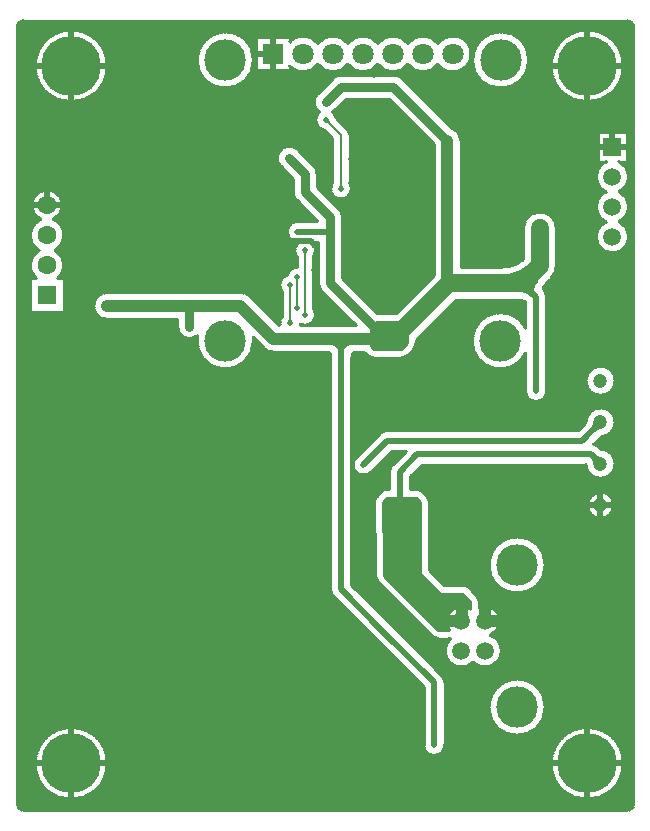
<source format=gbl>
G04*
G04 #@! TF.GenerationSoftware,Altium Limited,Altium Designer,19.1.8 (144)*
G04*
G04 Layer_Physical_Order=2*
G04 Layer_Color=16711680*
%FSLAX25Y25*%
%MOIN*%
G70*
G01*
G75*
%ADD11C,0.01000*%
%ADD19C,0.00600*%
%ADD20C,0.00800*%
%ADD62C,0.02000*%
%ADD63C,0.03000*%
%ADD85C,0.20000*%
%ADD86R,0.05906X0.05906*%
%ADD87C,0.05906*%
%ADD88C,0.13780*%
%ADD89R,0.06299X0.06299*%
%ADD90C,0.06299*%
%ADD91C,0.07087*%
%ADD92R,0.07087X0.07087*%
%ADD93C,0.04724*%
%ADD94C,0.02000*%
%ADD95C,0.06000*%
%ADD96C,0.04000*%
%ADD97R,0.04000X0.06500*%
%ADD98R,0.07000X0.04069*%
%ADD99R,0.04000X0.08000*%
%ADD100R,0.08000X0.04000*%
G36*
X875304Y352715D02*
X875316Y352627D01*
X875336Y352540D01*
X875364Y352455D01*
X875400Y352370D01*
X875444Y352287D01*
X875496Y352204D01*
X875556Y352123D01*
X875624Y352043D01*
X875700Y351964D01*
X874300D01*
X874376Y352043D01*
X874444Y352123D01*
X874504Y352204D01*
X874556Y352287D01*
X874600Y352370D01*
X874636Y352455D01*
X874664Y352540D01*
X874684Y352627D01*
X874696Y352715D01*
X874700Y352804D01*
X875300D01*
X875304Y352715D01*
D02*
G37*
G36*
X897000Y344000D02*
X896240Y343980D01*
X895560Y343920D01*
X894960Y343820D01*
X894440Y343680D01*
X894000Y343500D01*
X893640Y343280D01*
X893360Y343020D01*
X893160Y342720D01*
X893052Y342414D01*
X893004Y341014D01*
X893000Y340268D01*
X891000D01*
X890996Y341014D01*
X890893Y342570D01*
X890840Y342720D01*
X890640Y343020D01*
X890360Y343280D01*
X890000Y343500D01*
X889560Y343680D01*
X889040Y343820D01*
X888440Y343920D01*
X887760Y343980D01*
X887000Y344000D01*
X892000Y348000D01*
X897000Y344000D01*
D02*
G37*
G36*
X978476Y315816D02*
X978294Y315809D01*
X978112Y315784D01*
X977931Y315742D01*
X977752Y315683D01*
X977573Y315605D01*
X977395Y315510D01*
X977217Y315398D01*
X977041Y315268D01*
X976866Y315121D01*
X976692Y314955D01*
X975277Y316370D01*
X975443Y316544D01*
X975590Y316719D01*
X975720Y316895D01*
X975832Y317073D01*
X975927Y317251D01*
X976005Y317429D01*
X976064Y317609D01*
X976106Y317790D01*
X976131Y317972D01*
X976138Y318154D01*
X978476Y315816D01*
D02*
G37*
G36*
X976866Y307413D02*
X977041Y307266D01*
X977217Y307136D01*
X977395Y307023D01*
X977573Y306928D01*
X977752Y306851D01*
X977931Y306791D01*
X978112Y306749D01*
X978294Y306725D01*
X978476Y306718D01*
X976138Y304380D01*
X976131Y304562D01*
X976106Y304744D01*
X976064Y304924D01*
X976005Y305104D01*
X975927Y305283D01*
X975832Y305461D01*
X975720Y305638D01*
X975590Y305815D01*
X975443Y305990D01*
X975277Y306164D01*
X976692Y307578D01*
X976866Y307413D01*
D02*
G37*
G36*
X879700Y373946D02*
X879696Y374035D01*
X879684Y374123D01*
X879664Y374210D01*
X879636Y374295D01*
X879600Y374380D01*
X879556Y374463D01*
X879504Y374546D01*
X879444Y374627D01*
X879376Y374707D01*
X879300Y374786D01*
X880700D01*
X880624Y374707D01*
X880556Y374627D01*
X880496Y374546D01*
X880444Y374463D01*
X880400Y374380D01*
X880364Y374295D01*
X880336Y374210D01*
X880316Y374123D01*
X880304Y374035D01*
X880300Y373946D01*
X879700D01*
D02*
G37*
G36*
X892384Y397532D02*
X892387Y397433D01*
X892396Y397338D01*
X892411Y397247D01*
X892432Y397160D01*
X892459Y397077D01*
X892492Y396999D01*
X892531Y396926D01*
X892576Y396856D01*
X892627Y396791D01*
X892684Y396730D01*
X891284D01*
X891341Y396791D01*
X891392Y396856D01*
X891437Y396926D01*
X891476Y396999D01*
X891509Y397077D01*
X891536Y397160D01*
X891557Y397247D01*
X891572Y397338D01*
X891581Y397433D01*
X891584Y397532D01*
X892384D01*
D02*
G37*
G36*
X887790Y417613D02*
X887717Y417682D01*
X887643Y417743D01*
X887568Y417796D01*
X887492Y417843D01*
X887415Y417882D01*
X887336Y417914D01*
X887257Y417938D01*
X887176Y417956D01*
X887093Y417966D01*
X887010Y417969D01*
X888000Y418959D01*
X888003Y418875D01*
X888013Y418793D01*
X888030Y418712D01*
X888055Y418632D01*
X888087Y418554D01*
X888126Y418476D01*
X888172Y418400D01*
X888226Y418325D01*
X888287Y418252D01*
X888355Y418179D01*
X887790Y417613D01*
D02*
G37*
G36*
X959571Y367328D02*
X958100Y365744D01*
X957535Y365037D01*
X957082Y364387D01*
X956743Y363793D01*
X956516Y363256D01*
X956403Y362775D01*
Y362350D01*
X956420Y362295D01*
X956681Y361906D01*
X956989Y361502D01*
X957331Y361102D01*
X957707Y360707D01*
X956293Y359293D01*
X955898Y359669D01*
X955498Y360011D01*
X955094Y360319D01*
X954685Y360593D01*
X954272Y360833D01*
X953855Y361039D01*
X953433Y361210D01*
X953007Y361348D01*
X952577Y361452D01*
X952141Y361522D01*
X952526Y361906D01*
X954072Y363452D01*
X952500Y364500D01*
X945257Y367500D01*
X946440Y367542D01*
X947587Y367670D01*
X948699Y367882D01*
X949776Y368179D01*
X950818Y368561D01*
X951825Y369027D01*
X952796Y369579D01*
X953733Y370215D01*
X954634Y370936D01*
X955500Y371743D01*
X959571Y367328D01*
D02*
G37*
D11*
X989500Y450000D02*
G03*
X987500Y452000I-2000J0D01*
G01*
X987953Y399988D02*
G03*
X984564Y405035I-5453J0D01*
G01*
X984675Y394988D02*
G03*
X987953Y399988I-2176J5000D01*
G01*
X986000Y437000D02*
G03*
X986000Y437000I-12000J0D01*
G01*
X980437Y405035D02*
G03*
X980325Y394988I2063J-5047D01*
G01*
X987953Y389988D02*
G03*
X984675Y394988I-5453J0D01*
G01*
X980325D02*
G03*
X980325Y384988I2176J-5000D01*
G01*
X984675D02*
G03*
X987953Y389988I-2176J5000D01*
G01*
Y379988D02*
G03*
X984675Y384988I-5453J0D01*
G01*
X980325D02*
G03*
X987953Y379988I2176J-5000D01*
G01*
X983362Y332000D02*
G03*
X983362Y332000I-4862J0D01*
G01*
Y318178D02*
G03*
X973648Y318490I-4862J0D01*
G01*
X963750Y382750D02*
G03*
X952750Y382750I-5500J0D01*
G01*
X962139Y366361D02*
G03*
X963750Y370250I-3889J3889D01*
G01*
X962139Y366361D02*
G03*
X963750Y370250I-3889J3889D01*
G01*
X954590Y438950D02*
G03*
X954590Y438950I-9390J0D01*
G01*
X935343Y440950D02*
G03*
X924300Y444344I-6043J0D01*
G01*
D02*
G03*
X914300Y444344I-5000J-3394D01*
G01*
D02*
G03*
X904300Y444344I-5000J-3394D01*
G01*
X924300Y437556D02*
G03*
X935343Y440950I5000J3394D01*
G01*
X914300Y437556D02*
G03*
X924300Y437556I5000J3394D01*
G01*
X904300D02*
G03*
X914300Y437556I5000J3394D01*
G01*
X912328Y432828D02*
G03*
X909500Y434000I-2828J-2828D01*
G01*
X912328Y432828D02*
G03*
X909500Y434000I-2828J-2828D01*
G01*
X960500Y360000D02*
G03*
X959717Y362207I-3500J0D01*
G01*
X960500Y360000D02*
G03*
X959717Y362207I-3500J0D01*
G01*
X953500Y349546D02*
G03*
X953500Y341154I-8400J-4196D01*
G01*
Y328500D02*
G03*
X960500Y328500I3500J0D01*
G01*
X953500D02*
G03*
X960500Y328500I3500J0D01*
G01*
X932000Y412000D02*
G03*
X928871Y416286I-4500J0D01*
G01*
X916121Y342379D02*
G03*
X917000Y344500I-2121J2121D01*
G01*
X916120Y342377D02*
G03*
X917000Y344500I-2120J2122D01*
G01*
X912000Y339500D02*
G03*
X914122Y340380I0J3000D01*
G01*
X912000Y339500D02*
G03*
X914121Y340379I0J3000D01*
G01*
X983362Y304356D02*
G03*
X978812Y309208I-4862J0D01*
G01*
Y313326D02*
G03*
X983362Y318178I-312J4852D01*
G01*
X977831Y309975D02*
G03*
X976175Y310903I-2475J-2475D01*
G01*
X977835Y309971D02*
G03*
X976175Y310903I-2479J-2471D01*
G01*
X973651Y304000D02*
G03*
X983362Y304356I4849J356D01*
G01*
X982862Y290534D02*
G03*
X982862Y290534I-4362J0D01*
G01*
X960059Y270622D02*
G03*
X960059Y270622I-9390J0D01*
G01*
X986000Y204500D02*
G03*
X986000Y204500I-12000J0D01*
G01*
X987500Y189000D02*
G03*
X989500Y191000I0J2000D01*
G01*
X960059Y223220D02*
G03*
X960059Y223220I-9390J0D01*
G01*
X934621Y263121D02*
G03*
X932500Y264000I-2121J-2121D01*
G01*
X934622Y263120D02*
G03*
X932500Y264000I-2122J-2120D01*
G01*
X907500Y315500D02*
G03*
X905025Y314475I0J-3500D01*
G01*
X909176Y304126D02*
G03*
X908146Y301646I2471J-2479D01*
G01*
X909172Y304121D02*
G03*
X908146Y301646I2475J-2475D01*
G01*
X907500Y315500D02*
G03*
X905021Y314471I0J-3500D01*
G01*
X919121Y295121D02*
G03*
X917000Y296000I-2121J-2121D01*
G01*
X919123Y295120D02*
G03*
X917000Y296000I-2122J-2120D01*
G01*
X921500Y291500D02*
G03*
X920620Y293622I-3000J0D01*
G01*
X921500Y291500D02*
G03*
X920621Y293621I-3000J0D01*
G01*
X907500Y296000D02*
G03*
X905377Y295120I0J-3000D01*
G01*
X907500Y296000D02*
G03*
X905379Y295121I0J-3000D01*
G01*
X903880Y293622D02*
G03*
X903000Y291500I2120J-2122D01*
G01*
X903500Y267000D02*
G03*
X904379Y264879I3000J0D01*
G01*
X903500Y267000D02*
G03*
X904380Y264878I3000J0D01*
G01*
X903879Y293621D02*
G03*
X903000Y291500I2121J-2121D01*
G01*
Y282303D02*
G03*
X903429Y280757I3000J0D01*
G01*
X903000Y282303D02*
G03*
X903429Y280757I3000J0D01*
G01*
X903000Y282303D02*
G03*
X903429Y280757I3000J0D01*
G01*
X944953Y251842D02*
G03*
X938000Y256374I-4953J0D01*
G01*
X941686Y247186D02*
G03*
X944953Y251842I-1686J4657D01*
G01*
X945453Y242000D02*
G03*
X941686Y247186I-5453J0D01*
G01*
X936063Y238227D02*
G03*
X945453Y242000I3937J3773D01*
G01*
X938000Y258500D02*
G03*
X937121Y260621I-3000J0D01*
G01*
X938000Y258500D02*
G03*
X937120Y260623I-3000J0D01*
G01*
X928070Y246000D02*
G03*
X928446Y246024I0J3000D01*
G01*
Y246024D02*
G03*
X936063Y238227I3680J-4024D01*
G01*
X928070Y246000D02*
G03*
X928446Y246024I0J3000D01*
G01*
X922379Y246879D02*
G03*
X924500Y246000I2121J2121D01*
G01*
X922377Y246880D02*
G03*
X924500Y246000I2122J2120D01*
G01*
X926512Y231488D02*
G03*
X925482Y233967I-3500J0D01*
G01*
X926512Y231488D02*
G03*
X925487Y233963I-3500J0D01*
G01*
X919512Y210512D02*
G03*
X926512Y210512I3500J0D01*
G01*
X919512D02*
G03*
X926512Y210512I3500J0D01*
G01*
X904300Y444344D02*
G03*
X894300Y444344I-5000J-3394D01*
G01*
Y437556D02*
G03*
X904300Y437556I5000J3394D01*
G01*
X892000Y434000D02*
G03*
X889172Y432828I0J-4000D01*
G01*
X892000Y434000D02*
G03*
X889172Y432828I0J-4000D01*
G01*
X894884Y413984D02*
G03*
X894035Y416035I-2900J0D01*
G01*
X894884Y413984D02*
G03*
X894035Y416035I-2900J0D01*
G01*
X890436Y419633D02*
G03*
X889221Y421673I-3436J-665D01*
G01*
D02*
G03*
X889828Y422172I-2221J3327D01*
G01*
X894300Y444344D02*
G03*
X884300Y444344I-5000J-3394D01*
G01*
Y437556D02*
G03*
X894300Y437556I5000J3394D01*
G01*
X884300Y444344D02*
G03*
X874843Y445032I-5000J-3394D01*
G01*
Y436868D02*
G03*
X884300Y437556I4457J4082D01*
G01*
X884172Y427828D02*
G03*
X884779Y421673I2828J-2828D01*
G01*
D02*
G03*
X886335Y415532I2221J-2705D01*
G01*
X877573Y409056D02*
G03*
X871916Y403399I-2828J-2828D01*
G01*
X895484Y396016D02*
G03*
X894884Y397975I-3500J0D01*
G01*
X889084D02*
G03*
X895484Y396016I2900J-1960D01*
G01*
X892500Y386500D02*
G03*
X891328Y389328I-4000J0D01*
G01*
X892500Y386500D02*
G03*
X891328Y389328I-4000J0D01*
G01*
X884500Y364500D02*
G03*
X885672Y361672I4000J0D01*
G01*
X884500Y364500D02*
G03*
X885672Y361672I4000J0D01*
G01*
X884000Y400971D02*
G03*
X882828Y403800I-4000J0D01*
G01*
X884000Y400971D02*
G03*
X882828Y403800I-4000J0D01*
G01*
X876000Y395000D02*
G03*
X877172Y392172I4000J0D01*
G01*
X876000Y395000D02*
G03*
X877172Y392172I4000J0D01*
G01*
X883500Y375500D02*
G03*
X882226Y378201I-3500J0D01*
G01*
X877774D02*
G03*
X877200Y373400I2226J-2701D01*
G01*
X882800D02*
G03*
X883500Y375500I-2800J2100D01*
G01*
X877500Y385201D02*
G03*
X877500Y378201I0J-3500D01*
G01*
Y385201D02*
G03*
X877500Y378201I0J-3500D01*
G01*
X877200Y369987D02*
G03*
X874114Y367386I300J-3487D01*
G01*
X862790Y438950D02*
G03*
X862790Y438950I-9390J0D01*
G01*
X786000Y452000D02*
G03*
X784000Y450000I0J-2000D01*
G01*
X814000Y437000D02*
G03*
X814000Y437000I-12000J0D01*
G01*
X796036Y385770D02*
G03*
X799150Y390500I-2036J4730D01*
G01*
X799650Y380500D02*
G03*
X796036Y385770I-5650J0D01*
G01*
X796630Y375500D02*
G03*
X799650Y380500I-2630J5000D01*
G01*
Y370500D02*
G03*
X796630Y375500I-5650J0D01*
G01*
X874114Y367386D02*
G03*
X872200Y361900I886J-3386D01*
G01*
X797605Y366150D02*
G03*
X799650Y370500I-3604J4350D01*
G01*
X799150Y390500D02*
G03*
X791964Y385770I-5150J0D01*
G01*
D02*
G03*
X791370Y375500I2036J-5270D01*
G01*
D02*
G03*
X790395Y366150I2630J-5000D01*
G01*
X900877Y340380D02*
G03*
X903000Y339500I2122J2120D01*
G01*
X900879Y340379D02*
G03*
X903000Y339500I2121J2121D01*
G01*
X897025Y306475D02*
G03*
X901975Y301525I2475J-2475D01*
G01*
X897029Y306479D02*
G03*
X901979Y301529I2471J-2479D01*
G01*
X888500Y262500D02*
G03*
X889525Y260025I3500J0D01*
G01*
X888500Y262500D02*
G03*
X889529Y260021I3500J0D01*
G01*
X883500Y354000D02*
G03*
X882800Y356100I-3500J0D01*
G01*
X880000Y350500D02*
G03*
X883500Y354000I0J3500D01*
G01*
X878477Y350849D02*
G03*
X880000Y350500I1523J3151D01*
G01*
X878419D02*
G03*
X878477Y350849I-3419J750D01*
G01*
X872200Y353350D02*
G03*
X871581Y350500I2800J-2100D01*
G01*
X861682Y360182D02*
G03*
X858500Y361500I-3182J-3182D01*
G01*
X861684Y360180D02*
G03*
X858500Y361500I-3184J-3180D01*
G01*
X862790Y345250D02*
G03*
X862717Y346419I-9390J0D01*
G01*
X844181Y347031D02*
G03*
X862790Y345250I9219J-1781D01*
G01*
X837500Y350000D02*
G03*
X844181Y347031I4000J0D01*
G01*
X814000Y361500D02*
G03*
X814000Y352500I0J-4500D01*
G01*
X866318Y342818D02*
G03*
X869500Y341500I3182J3182D01*
G01*
X866316Y342820D02*
G03*
X869500Y341500I3184J3180D01*
G01*
X814000Y204500D02*
G03*
X814000Y204500I-12000J0D01*
G01*
X784000Y191000D02*
G03*
X786000Y189000I2000J0D01*
G01*
X935000Y255876D02*
G03*
X928070Y249000I-2874J-4034D01*
G01*
X906500Y280500D02*
G03*
X906000Y282303I-3500J0D01*
G01*
X906500Y280500D02*
G03*
X906000Y282303I-3500J0D01*
G01*
X941500Y272645D02*
G03*
X941500Y268599I9169J-2023D01*
G01*
X937707Y259793D02*
G03*
X937120Y260623I-2707J-1293D01*
G01*
X937707Y259793D02*
G03*
X937121Y260621I-2707J-1293D01*
G01*
X934622Y263120D02*
G03*
X932500Y264000I-2122J-2120D01*
G01*
X934621Y263121D02*
G03*
X932500Y264000I-2121J-2121D01*
G01*
X943655Y248500D02*
G03*
X944953Y251842I-3655J3342D01*
G01*
D02*
G03*
X938000Y256374I-4953J0D01*
G01*
X984665Y442500D02*
X989500D01*
X984392Y443000D02*
X989500D01*
X984909Y442000D02*
X989500D01*
X984087Y443500D02*
X989500D01*
X985478Y440500D02*
X989500D01*
X985619Y440000D02*
X989500D01*
X985124Y441500D02*
X989500D01*
X985314Y441000D02*
X989500D01*
X981331Y446500D02*
X989500D01*
X980633Y447000D02*
X989500D01*
X981937Y446000D02*
X989500D01*
X978796Y448000D02*
X989500D01*
X979809Y447500D02*
X989500D01*
X983368Y444500D02*
X989500D01*
X983747Y444000D02*
X989500D01*
X982471Y445500D02*
X989500D01*
X982944Y445000D02*
X989500D01*
X985958Y438000D02*
X989500D01*
X985906Y438500D02*
X989500D01*
X985990Y437500D02*
X989500D01*
X985737Y439500D02*
X989500D01*
X985832Y439000D02*
X989500D01*
X985958Y436000D02*
X989500D01*
X985906Y435500D02*
X989500D01*
X986000Y437000D02*
X989500D01*
X985990Y436500D02*
X989500D01*
X983368Y429500D02*
X989500D01*
X982944Y429000D02*
X989500D01*
X984087Y430500D02*
X989500D01*
X983747Y430000D02*
X989500D01*
X979809Y426500D02*
X989500D01*
X978796Y426000D02*
X989500D01*
X982471Y428500D02*
X989500D01*
X980633Y427000D02*
X989500D01*
X984000Y443633D02*
Y452000D01*
X983500Y444331D02*
Y452000D01*
X984500Y442809D02*
Y452000D01*
X982500Y445471D02*
Y452000D01*
X983000Y444937D02*
Y452000D01*
X986000Y437000D02*
Y452000D01*
X985832Y435000D02*
X989500D01*
X985000Y441796D02*
Y452000D01*
X985500Y440428D02*
Y452000D01*
X979500Y447665D02*
Y452000D01*
X979000Y447909D02*
Y452000D01*
X980000Y447392D02*
Y452000D01*
X978000Y448314D02*
Y452000D01*
X978500Y448124D02*
Y452000D01*
X981500Y446368D02*
Y452000D01*
X982000Y445944D02*
Y452000D01*
X980500Y447087D02*
Y452000D01*
X981000Y446747D02*
Y452000D01*
X985478Y433500D02*
X989500D01*
X985314Y433000D02*
X989500D01*
X985124Y432500D02*
X989500D01*
X985737Y434500D02*
X989500D01*
X985619Y434000D02*
X989500D01*
X984909Y432000D02*
X989500D01*
X984665Y431500D02*
X989500D01*
X985500Y414941D02*
Y433572D01*
X984392Y431000D02*
X989500D01*
X981937Y428000D02*
X989500D01*
X981331Y427500D02*
X989500D01*
X983500Y414941D02*
Y429669D01*
X978000Y414941D02*
Y425686D01*
X984000Y414941D02*
Y430367D01*
X980500Y414941D02*
Y426913D01*
X980000Y414941D02*
Y426608D01*
X979500Y414941D02*
Y426335D01*
X987453Y408500D02*
X989500D01*
X987453Y409000D02*
X989500D01*
X987453Y408000D02*
X989500D01*
X987453Y410000D02*
X989500D01*
X987453Y409500D02*
X989500D01*
X987453Y406500D02*
X989500D01*
X987453Y406000D02*
X989500D01*
X987453Y407500D02*
X989500D01*
X987453Y407000D02*
X989500D01*
X987453Y413000D02*
X989500D01*
X987453Y413500D02*
X989500D01*
X987453Y412500D02*
X989500D01*
X987453Y414500D02*
X989500D01*
X987453Y414000D02*
X989500D01*
X987453Y411000D02*
X989500D01*
X987453Y410500D02*
X989500D01*
X987453Y412000D02*
X989500D01*
X987453Y411500D02*
X989500D01*
X987929Y400500D02*
X989500D01*
X987858Y401000D02*
X989500D01*
X987953Y400000D02*
X989500D01*
X987453Y405500D02*
X989500D01*
X987739Y401500D02*
X989500D01*
X987577Y398000D02*
X989500D01*
X987352Y397500D02*
X989500D01*
X987862Y399000D02*
X989500D01*
X987746Y398500D02*
X989500D01*
X986193Y404000D02*
X989500D01*
X986671Y403500D02*
X989500D01*
X984648Y405000D02*
X989500D01*
X985562Y404500D02*
X989500D01*
X987061Y397000D02*
X989500D01*
X986691Y396500D02*
X989500D01*
X987045Y403000D02*
X989500D01*
X987340Y402500D02*
X989500D01*
X987000Y414941D02*
Y452000D01*
X986500Y414941D02*
Y452000D01*
X986000Y414941D02*
Y437000D01*
X985000Y414941D02*
Y432204D01*
X983000Y414941D02*
Y429063D01*
X987500Y402164D02*
Y452000D01*
X984500Y414941D02*
Y431190D01*
X987453Y405035D02*
Y414941D01*
X982500D02*
Y428530D01*
X982000Y414941D02*
Y428056D01*
X981500Y414941D02*
Y427633D01*
X981000Y414941D02*
Y427253D01*
X978500Y414941D02*
Y425876D01*
X979000Y414941D02*
Y426091D01*
X987000Y403068D02*
Y405035D01*
X986500Y403694D02*
Y405035D01*
X987568Y402000D02*
X989500D01*
X985500Y404541D02*
Y405035D01*
X986000Y404169D02*
Y405035D01*
X987931Y399500D02*
X989500D01*
X987500Y392164D02*
Y397813D01*
X987000Y393068D02*
Y396909D01*
X986500Y393694D02*
Y396282D01*
X979500Y404541D02*
Y405035D01*
X984564D02*
X987453D01*
X978500Y403694D02*
Y405035D01*
X979000Y404169D02*
Y405035D01*
X978500Y393694D02*
Y396282D01*
X978000Y403068D02*
Y405035D01*
Y393068D02*
Y396909D01*
X975500Y448906D02*
Y452000D01*
X975000Y448958D02*
Y452000D01*
X974000Y449000D02*
X989500D01*
X974000D02*
Y452000D01*
X974500Y448990D02*
Y452000D01*
X977000Y448619D02*
Y452000D01*
X977500Y448478D02*
Y452000D01*
X976000Y448832D02*
Y452000D01*
X976500Y448737D02*
Y452000D01*
X973000Y448958D02*
Y452000D01*
X972500Y448906D02*
Y452000D01*
X973500Y448990D02*
Y452000D01*
X971500Y448737D02*
Y452000D01*
X972000Y448832D02*
Y452000D01*
X971000Y448619D02*
Y452000D01*
X970000Y448314D02*
Y452000D01*
X970500Y448478D02*
Y452000D01*
X977428Y448500D02*
X989500D01*
X977428Y425500D02*
X989500D01*
X974000Y425000D02*
X989500D01*
X923657Y421500D02*
X989500D01*
X924157Y421000D02*
X989500D01*
X920657Y424500D02*
X989500D01*
X921157Y424000D02*
X989500D01*
X919657Y425500D02*
X970572D01*
X920157Y425000D02*
X974000D01*
X922657Y422500D02*
X989500D01*
X923157Y422000D02*
X989500D01*
X921657Y423500D02*
X989500D01*
X922157Y423000D02*
X989500D01*
X969000Y447909D02*
Y452000D01*
X968500Y447665D02*
Y452000D01*
X969500Y448124D02*
Y452000D01*
X967500Y447087D02*
Y452000D01*
X968000Y447392D02*
Y452000D01*
X966500Y446368D02*
Y452000D01*
X967000Y446747D02*
Y452000D01*
X965500Y445471D02*
Y452000D01*
X966000Y445944D02*
Y452000D01*
X949081Y447500D02*
X968190D01*
X947703Y448000D02*
X969204D01*
X950034Y447000D02*
X967367D01*
X950783Y446500D02*
X966669D01*
X951402Y446000D02*
X966063D01*
X964500Y444331D02*
Y452000D01*
X965000Y444937D02*
Y452000D01*
X963500Y442809D02*
Y452000D01*
X964000Y443633D02*
Y452000D01*
X952381Y445000D02*
X965056D01*
X951928Y445500D02*
X965530D01*
X952774Y444500D02*
X964633D01*
X953116Y444000D02*
X964253D01*
X953414Y443500D02*
X963913D01*
X949294Y430500D02*
X963913D01*
X948040Y430000D02*
X964253D01*
X953671Y443000D02*
X963608D01*
X950196Y431000D02*
X963608D01*
X916657Y428500D02*
X965530D01*
X917157Y428000D02*
X966063D01*
X915657Y429500D02*
X964633D01*
X916157Y429000D02*
X965056D01*
X918657Y426500D02*
X968190D01*
X919157Y426000D02*
X969204D01*
X917657Y427500D02*
X966669D01*
X918157Y427000D02*
X967367D01*
X930328Y415500D02*
X989500D01*
X929562Y416000D02*
X989500D01*
X930854Y415000D02*
X989500D01*
X977547Y414941D02*
X987453D01*
X931242Y414500D02*
X977547D01*
X931972Y412500D02*
X977547D01*
X932000Y409500D02*
X977547D01*
X931743Y413500D02*
X977547D01*
X931888Y413000D02*
X977547D01*
X926157Y419000D02*
X989500D01*
X925657Y419500D02*
X989500D01*
X926657Y418500D02*
X989500D01*
X924657Y420500D02*
X989500D01*
X925157Y420000D02*
X989500D01*
X928157Y417000D02*
X989500D01*
X928657Y416500D02*
X989500D01*
X927157Y418000D02*
X989500D01*
X927657Y417500D02*
X989500D01*
X932000Y407500D02*
X977547D01*
X932000Y408000D02*
X977547D01*
X932000Y407000D02*
X977547D01*
X932000Y409000D02*
X977547D01*
X932000Y408500D02*
X977547D01*
Y405035D02*
X980437D01*
X932000Y405000D02*
X980352D01*
X932000Y404500D02*
X979438D01*
X932000Y404000D02*
X978807D01*
X932000Y403500D02*
X978329D01*
X932000Y403000D02*
X977954D01*
X932000Y402500D02*
X977660D01*
X932000Y396500D02*
X978309D01*
X932000Y396000D02*
X978782D01*
X932000Y397500D02*
X977648D01*
X932000Y397000D02*
X977939D01*
X977500Y402164D02*
Y425522D01*
X977000Y336625D02*
Y425381D01*
X977547Y405035D02*
Y414941D01*
X976500Y336432D02*
Y425263D01*
X976000Y336170D02*
Y425168D01*
X975500Y335826D02*
Y425094D01*
X975000Y335375D02*
Y425042D01*
X974500Y334764D02*
Y425010D01*
X974000Y333841D02*
Y425000D01*
X973500Y318200D02*
Y425010D01*
X931531Y414000D02*
X977547D01*
X932000Y412000D02*
X977547D01*
X963500Y384389D02*
Y431190D01*
X973000Y317628D02*
Y425042D01*
X972000Y316628D02*
Y425168D01*
X972500Y317128D02*
Y425094D01*
X971000Y315628D02*
Y425381D01*
X971500Y316128D02*
Y425263D01*
X932000Y401000D02*
X977142D01*
X932000Y401500D02*
X977261D01*
X932000Y400500D02*
X977071D01*
X932000Y400000D02*
X977047D01*
X932000Y399500D02*
X977069D01*
X932000Y398000D02*
X977423D01*
X977500Y392164D02*
Y397813D01*
X932000Y399000D02*
X977137D01*
X932000Y398500D02*
X977254D01*
X932000Y410500D02*
X977547D01*
X932000Y410000D02*
X977547D01*
X932000Y411500D02*
X977547D01*
X932000Y411000D02*
X977547D01*
X932000Y406500D02*
X977547D01*
X932000Y406000D02*
X977547D01*
X932000Y405500D02*
X977547D01*
X932000Y402000D02*
X977432D01*
X987929Y390500D02*
X989500D01*
X987858Y391000D02*
X989500D01*
X987953Y390000D02*
X989500D01*
X987568Y392000D02*
X989500D01*
X987739Y391500D02*
X989500D01*
X987746Y388500D02*
X989500D01*
X987577Y388000D02*
X989500D01*
X987931Y389500D02*
X989500D01*
X987862Y389000D02*
X989500D01*
X986671Y393500D02*
X989500D01*
X986193Y394000D02*
X989500D01*
X987045Y393000D02*
X989500D01*
X984702Y395000D02*
X989500D01*
X985562Y394500D02*
X989500D01*
X987061Y387000D02*
X989500D01*
X986691Y386500D02*
X989500D01*
X987340Y392500D02*
X989500D01*
X987352Y387500D02*
X989500D01*
X987862Y379000D02*
X989500D01*
X987746Y378500D02*
X989500D01*
X987577Y378000D02*
X989500D01*
X986671Y383500D02*
X989500D01*
X987045Y383000D02*
X989500D01*
X986691Y376500D02*
X989500D01*
X986218Y376000D02*
X989500D01*
X987352Y377500D02*
X989500D01*
X987061Y377000D02*
X989500D01*
X984702Y385000D02*
X989500D01*
X985562Y384500D02*
X989500D01*
X986218Y386000D02*
X989500D01*
X985597Y385500D02*
X989500D01*
X963750Y374000D02*
X989500D01*
X963750Y372000D02*
X989500D01*
X986193Y384000D02*
X989500D01*
X963750Y374500D02*
X989500D01*
X986218Y396000D02*
X989500D01*
X986000Y394169D02*
Y395807D01*
X985597Y395500D02*
X989500D01*
X985500Y394542D02*
Y395435D01*
X985000Y394834D02*
Y395142D01*
X987500Y382164D02*
Y387813D01*
X987000Y383068D02*
Y386909D01*
X986500Y383694D02*
Y386282D01*
X980000Y394834D02*
Y395142D01*
X979000Y394169D02*
Y395807D01*
X979500Y394542D02*
Y395435D01*
X978500Y383694D02*
Y386282D01*
X979000Y384169D02*
Y385807D01*
X977500Y382164D02*
Y387813D01*
X978000Y383068D02*
Y386909D01*
X987739Y381500D02*
X989500D01*
X987568Y382000D02*
X989500D01*
X987858Y381000D02*
X989500D01*
X986000Y384169D02*
Y385807D01*
X987340Y382500D02*
X989500D01*
X987931Y379500D02*
X989500D01*
X985597Y375500D02*
X989500D01*
X987929Y380500D02*
X989500D01*
X987953Y380000D02*
X989500D01*
X985500Y384542D02*
Y385435D01*
X985000Y384834D02*
Y385142D01*
X979500Y384542D02*
Y385435D01*
X980000Y384834D02*
Y385142D01*
X984702Y375000D02*
X989500D01*
X963750Y380500D02*
X977071D01*
X983336Y332500D02*
X989500D01*
X983258Y333000D02*
X989500D01*
X983362Y332000D02*
X989500D01*
X982932Y334000D02*
X989500D01*
X983125Y333500D02*
X989500D01*
X983125Y330500D02*
X989500D01*
X982932Y330000D02*
X989500D01*
X983336Y331500D02*
X989500D01*
X983258Y331000D02*
X989500D01*
X981264Y336000D02*
X989500D01*
X980342Y336500D02*
X989500D01*
X981875Y335500D02*
X989500D01*
X963750Y371500D02*
X989500D01*
X963750Y371000D02*
X989500D01*
X982670Y329500D02*
X989500D01*
X982326Y329000D02*
X989500D01*
X982326Y335000D02*
X989500D01*
X982670Y334500D02*
X989500D01*
X983352Y318500D02*
X989500D01*
X983292Y319000D02*
X989500D01*
X983359Y318000D02*
X989500D01*
X983008Y320000D02*
X989500D01*
X983179Y319500D02*
X989500D01*
X983064Y316500D02*
X989500D01*
X982847Y316000D02*
X989500D01*
X983315Y317500D02*
X989500D01*
X983217Y317000D02*
X989500D01*
X980342Y327500D02*
X989500D01*
X979123Y323000D02*
X989500D01*
X981875Y328500D02*
X989500D01*
X981264Y328000D02*
X989500D01*
X982050Y321500D02*
X989500D01*
X982459Y321000D02*
X989500D01*
X980727Y322500D02*
X989500D01*
X981505Y322000D02*
X989500D01*
X981500Y335826D02*
Y374628D01*
X981000Y336170D02*
Y374746D01*
X982000Y335375D02*
Y374558D01*
X980000Y336625D02*
Y375142D01*
X980500Y336432D02*
Y374916D01*
X983000Y333841D02*
Y374558D01*
Y320019D02*
Y330158D01*
X982500Y334764D02*
Y374535D01*
Y320942D02*
Y329236D01*
X979500Y336758D02*
Y375435D01*
X979000Y336836D02*
Y375807D01*
X963750Y370500D02*
X989500D01*
X978000Y336836D02*
Y376909D01*
X978500Y336862D02*
Y376282D01*
X977500Y336758D02*
Y377813D01*
X974000Y320019D02*
Y330158D01*
X974500Y320942D02*
Y329236D01*
X980500Y322610D02*
Y327568D01*
X980000Y322803D02*
Y327375D01*
X979500Y322936D02*
Y327242D01*
X979000Y323014D02*
Y327164D01*
X978500Y323040D02*
Y327138D01*
X982000Y321553D02*
Y328625D01*
X982772Y320500D02*
X989500D01*
X981500Y322004D02*
Y328174D01*
X981000Y322348D02*
Y327830D01*
X977500Y322936D02*
Y327242D01*
X978000Y323014D02*
Y327164D01*
X976500Y322610D02*
Y327568D01*
X977000Y322803D02*
Y327375D01*
X976000Y322348D02*
Y327830D01*
X975000Y321553D02*
Y328625D01*
X975500Y322004D02*
Y328174D01*
X963750Y373500D02*
X989500D01*
X963750Y375000D02*
X980298D01*
X963750Y373000D02*
X989500D01*
X963606Y384000D02*
X978807D01*
X963750Y375500D02*
X979403D01*
X963699Y369500D02*
X989500D01*
X963606Y369000D02*
X989500D01*
X963750Y372500D02*
X989500D01*
X963744Y370000D02*
X989500D01*
X932000Y395000D02*
X980298D01*
X932000Y395500D02*
X979403D01*
X932000Y394500D02*
X979438D01*
X932000Y394000D02*
X978807D01*
X963013Y385500D02*
X979403D01*
X963464Y368500D02*
X989500D01*
X963269Y368000D02*
X989500D01*
X963269Y385000D02*
X980298D01*
X963464Y384500D02*
X979438D01*
X962273Y366500D02*
X989500D01*
X961778Y366000D02*
X989500D01*
X961352Y365500D02*
X989500D01*
X963013Y367500D02*
X989500D01*
X962687Y367000D02*
X989500D01*
X960500Y360000D02*
X989500D01*
X960500Y359500D02*
X989500D01*
X960887Y365000D02*
X989500D01*
X960464Y360500D02*
X989500D01*
X959570Y363500D02*
X989500D01*
X959225Y363000D02*
X989500D01*
X960423Y364500D02*
X989500D01*
X959969Y364000D02*
X989500D01*
X960162Y361500D02*
X989500D01*
X960354Y361000D02*
X989500D01*
X959520Y362500D02*
X989500D01*
X959872Y362000D02*
X989500D01*
X961023Y387500D02*
X977648D01*
X959889Y388000D02*
X977423D01*
X961741Y387000D02*
X977939D01*
X932000Y389000D02*
X977137D01*
X932000Y388500D02*
X977254D01*
X962687Y386000D02*
X978782D01*
X963699Y383500D02*
X978329D01*
X962273Y386500D02*
X978309D01*
X932000Y393000D02*
X977954D01*
X932000Y393500D02*
X978329D01*
X932000Y392500D02*
X977660D01*
X932000Y392000D02*
X977432D01*
X932000Y391500D02*
X977261D01*
X932000Y391000D02*
X977142D01*
X932000Y390500D02*
X977071D01*
X932000Y390000D02*
X977047D01*
X932000Y389500D02*
X977069D01*
X963750Y382000D02*
X977432D01*
X963750Y382500D02*
X977660D01*
X963750Y381500D02*
X977261D01*
X963750Y381000D02*
X977142D01*
X963750Y380000D02*
X977047D01*
X963750Y379000D02*
X977137D01*
X963750Y377000D02*
X977939D01*
X963750Y370250D02*
Y382750D01*
Y379500D02*
X977069D01*
X963744Y383000D02*
X977954D01*
X963750Y377500D02*
X977648D01*
X963750Y378500D02*
X977254D01*
X963750Y378000D02*
X977423D01*
X963750Y376500D02*
X978309D01*
X963750Y376000D02*
X978782D01*
X960500Y353000D02*
X989500D01*
X960500Y353500D02*
X989500D01*
X960500Y352500D02*
X989500D01*
X960500Y354500D02*
X989500D01*
X960500Y354000D02*
X989500D01*
X960500Y351000D02*
X989500D01*
X960500Y350500D02*
X989500D01*
X960500Y352000D02*
X989500D01*
X960500Y351500D02*
X989500D01*
X960500Y357500D02*
X989500D01*
X960500Y358000D02*
X989500D01*
X960500Y357000D02*
X989500D01*
X960500Y359000D02*
X989500D01*
X960500Y358500D02*
X989500D01*
X960500Y355500D02*
X989500D01*
X960500Y355000D02*
X989500D01*
X960500Y356500D02*
X989500D01*
X960500Y356000D02*
X989500D01*
X960500Y344500D02*
X989500D01*
X960500Y345000D02*
X989500D01*
X960500Y344000D02*
X989500D01*
X960500Y346000D02*
X989500D01*
X960500Y345500D02*
X989500D01*
X960500Y342500D02*
X989500D01*
X960500Y342000D02*
X989500D01*
X960500Y343500D02*
X989500D01*
X960500Y343000D02*
X989500D01*
X960500Y349000D02*
X989500D01*
X960500Y348500D02*
X989500D01*
X960500Y350000D02*
X989500D01*
X960500Y349500D02*
X989500D01*
X960500Y347000D02*
X989500D01*
X960500Y346500D02*
X989500D01*
X960500Y348000D02*
X989500D01*
X960500Y347500D02*
X989500D01*
X960500Y337000D02*
X989500D01*
X960500Y337500D02*
X989500D01*
X960500Y336500D02*
X976659D01*
X960500Y336000D02*
X975736D01*
X960500Y335500D02*
X975125D01*
X960500Y335000D02*
X974674D01*
X960500Y334500D02*
X974330D01*
X960500Y334000D02*
X974068D01*
X960500Y333500D02*
X973875D01*
X960500Y340500D02*
X989500D01*
X960500Y340000D02*
X989500D01*
X960500Y341500D02*
X989500D01*
X960500Y341000D02*
X989500D01*
X960500Y338500D02*
X989500D01*
X960500Y338000D02*
X989500D01*
X960500Y339500D02*
X989500D01*
X960500Y339000D02*
X989500D01*
X960500Y332500D02*
X973664D01*
X960500Y333000D02*
X973742D01*
X960500Y331000D02*
X973742D01*
X960500Y332000D02*
X973638D01*
X960500Y331500D02*
X973664D01*
X960500Y329500D02*
X974330D01*
X960500Y329000D02*
X974674D01*
X960500Y330500D02*
X973875D01*
X960500Y330000D02*
X974068D01*
X960354Y327500D02*
X976659D01*
X960162Y327000D02*
X989500D01*
X960500Y328500D02*
X975125D01*
X960464Y328000D02*
X975736D01*
X958803Y325500D02*
X989500D01*
X957000Y325000D02*
X989500D01*
X959872Y326500D02*
X989500D01*
X959449Y326000D02*
X989500D01*
X952000Y445425D02*
Y452000D01*
X951500Y445913D02*
Y452000D01*
X952500Y444856D02*
Y452000D01*
X950500Y446701D02*
Y452000D01*
X951000Y446334D02*
Y452000D01*
X954000Y442225D02*
Y452000D01*
X963000Y441796D02*
Y452000D01*
X953000Y444178D02*
Y452000D01*
X953500Y443341D02*
Y452000D01*
X947500Y448054D02*
Y452000D01*
X943000Y448078D02*
Y452000D01*
X948000Y447913D02*
Y452000D01*
X942000Y447778D02*
Y452000D01*
X942500Y447943D02*
Y452000D01*
X949500Y447297D02*
Y452000D01*
X950000Y447020D02*
Y452000D01*
X948500Y447741D02*
Y452000D01*
X949000Y447537D02*
Y452000D01*
X947000Y448166D02*
Y452000D01*
X946500Y448249D02*
Y452000D01*
X953893Y442500D02*
X963335D01*
X945500Y448335D02*
Y452000D01*
X946000Y448306D02*
Y452000D01*
X954081Y442000D02*
X963091D01*
X954237Y441500D02*
X962876D01*
X954363Y441000D02*
X962686D01*
X954461Y440500D02*
X962522D01*
X944500Y448314D02*
Y452000D01*
X945000Y448338D02*
Y452000D01*
X943500Y448185D02*
Y452000D01*
X944000Y448263D02*
Y452000D01*
X941000Y447348D02*
Y452000D01*
X941500Y447580D02*
Y452000D01*
X940000Y446768D02*
Y452000D01*
X940500Y447079D02*
Y452000D01*
X939000Y446002D02*
Y452000D01*
X938500Y445529D02*
Y452000D01*
X939500Y446412D02*
Y452000D01*
X937500Y444324D02*
Y452000D01*
X938000Y444977D02*
Y452000D01*
X936500Y442482D02*
Y452000D01*
X937000Y443525D02*
Y452000D01*
X935000Y442958D02*
Y452000D01*
X936000Y440828D02*
Y452000D01*
X930000Y446953D02*
Y452000D01*
X929500Y446990D02*
Y452000D01*
X930500Y446873D02*
Y452000D01*
X928500Y446940D02*
Y452000D01*
X929000Y446986D02*
Y452000D01*
X934000Y444749D02*
Y452000D01*
X934500Y444029D02*
Y452000D01*
X931000Y446749D02*
Y452000D01*
X932500Y446077D02*
Y452000D01*
X934517Y444000D02*
X937284D01*
X934191Y444500D02*
X937626D01*
X934779Y443500D02*
X936986D01*
X934985Y443000D02*
X936729D01*
X935141Y442500D02*
X936507D01*
X935251Y442000D02*
X936319D01*
X935318Y441500D02*
X936163D01*
X935343Y441000D02*
X936037D01*
X935326Y440500D02*
X935939D01*
X931691Y446500D02*
X939617D01*
X932619Y446000D02*
X938998D01*
X931500Y446579D02*
Y452000D01*
X932000Y446357D02*
Y452000D01*
X933277Y445500D02*
X938472D01*
X933785Y445000D02*
X938019D01*
X933000Y445728D02*
Y452000D01*
X933500Y445295D02*
Y452000D01*
X962000Y437000D02*
Y452000D01*
X959500Y388106D02*
Y452000D01*
X962500Y440428D02*
Y452000D01*
X958500Y388244D02*
Y452000D01*
X959000Y388199D02*
Y452000D01*
X961000Y387513D02*
Y452000D01*
X961500Y387187D02*
Y452000D01*
X960000Y387964D02*
Y452000D01*
X960500Y387769D02*
Y452000D01*
X957500Y388199D02*
Y452000D01*
X957000Y388106D02*
Y452000D01*
X958000Y388244D02*
Y452000D01*
X954500Y440245D02*
Y452000D01*
X956000Y387769D02*
Y452000D01*
X956500Y387964D02*
Y452000D01*
X955000Y387187D02*
Y452000D01*
X955500Y387513D02*
Y452000D01*
X954574Y439500D02*
X962263D01*
X954531Y440000D02*
X962381D01*
X954590Y439000D02*
X962168D01*
X954579Y438500D02*
X962094D01*
X954542Y438000D02*
X962042D01*
X954477Y437500D02*
X962010D01*
X962500Y386241D02*
Y433572D01*
X962000Y386773D02*
Y437000D01*
X954385D02*
X962000D01*
X953933Y435500D02*
X962094D01*
X953718Y435000D02*
X962168D01*
X954265Y436500D02*
X962010D01*
X954114Y436000D02*
X962042D01*
X952846Y433500D02*
X962522D01*
X952464Y433000D02*
X962686D01*
X953468Y434500D02*
X962263D01*
X953179Y434000D02*
X962381D01*
X935268Y440000D02*
X935869D01*
X935167Y439500D02*
X935826D01*
X934574Y438000D02*
X935858D01*
X935020Y439000D02*
X935810D01*
X934824Y438500D02*
X935821D01*
X954500Y386773D02*
Y437655D01*
X936000Y370000D02*
Y437072D01*
X935500Y370000D02*
Y452000D01*
X935000Y370000D02*
Y438942D01*
X933874Y437000D02*
X936015D01*
X933389Y436500D02*
X936135D01*
X932767Y436000D02*
X936286D01*
X934500Y370000D02*
Y437871D01*
X934262Y437500D02*
X935923D01*
X934000Y370000D02*
Y437151D01*
X933500Y370000D02*
Y436605D01*
X933000Y370000D02*
Y436172D01*
X932500Y370000D02*
Y435823D01*
X954000Y386241D02*
Y435675D01*
X953500Y385523D02*
Y434559D01*
X953000Y384389D02*
Y433722D01*
X932000Y412000D02*
Y435543D01*
X952500Y372494D02*
Y433044D01*
X937500Y370000D02*
Y433576D01*
X938000Y370000D02*
Y432923D01*
X936500Y370000D02*
Y435418D01*
X937000Y370000D02*
Y434375D01*
X931911Y435500D02*
X936467D01*
X930358Y435000D02*
X936681D01*
X929000Y416243D02*
Y434914D01*
X929500Y416031D02*
Y434910D01*
X931500Y414061D02*
Y435321D01*
X931000Y414828D02*
Y435151D01*
X930500Y415354D02*
Y435027D01*
X930000Y415742D02*
Y434947D01*
X927500Y446719D02*
Y452000D01*
X927000Y446538D02*
Y452000D01*
X928000Y446852D02*
Y452000D01*
X926000Y446013D02*
Y452000D01*
X926500Y446306D02*
Y452000D01*
X925000Y445196D02*
Y452000D01*
X925500Y445649D02*
Y452000D01*
X924000Y444749D02*
Y452000D01*
X924500Y444622D02*
Y452000D01*
X921500Y446579D02*
Y452000D01*
X918000Y446852D02*
Y452000D01*
X922000Y446357D02*
Y452000D01*
X917000Y446538D02*
Y452000D01*
X917500Y446719D02*
Y452000D01*
X923000Y445728D02*
Y452000D01*
X923500Y445295D02*
Y452000D01*
X915500Y445649D02*
Y452000D01*
X922500Y446077D02*
Y452000D01*
X921692Y446500D02*
X926908D01*
X921000Y446749D02*
Y452000D01*
X922620Y446000D02*
X925980D01*
X920000Y446953D02*
Y452000D01*
X920500Y446873D02*
Y452000D01*
X923277Y445500D02*
X925323D01*
X923785Y445000D02*
X924815D01*
X923874Y437000D02*
X924726D01*
X919000Y446986D02*
Y452000D01*
X919500Y446990D02*
Y452000D01*
X918500Y446940D02*
Y452000D01*
X911691Y446500D02*
X916908D01*
X916500Y446306D02*
Y452000D01*
X916000Y446013D02*
Y452000D01*
X912619Y446000D02*
X915981D01*
X912500Y446077D02*
Y452000D01*
X912000Y446357D02*
Y452000D01*
X913000Y445728D02*
Y452000D01*
X911000Y446749D02*
Y452000D01*
X911500Y446579D02*
Y452000D01*
X914500Y444622D02*
Y452000D01*
X915000Y445196D02*
Y452000D01*
X913500Y445295D02*
Y452000D01*
X914000Y444749D02*
Y452000D01*
X910000Y446953D02*
Y452000D01*
X909500Y446990D02*
Y452000D01*
X910500Y446873D02*
Y452000D01*
X908500Y446940D02*
Y452000D01*
X909000Y446986D02*
Y452000D01*
X907500Y446719D02*
Y452000D01*
X908000Y446852D02*
Y452000D01*
X902500Y446077D02*
Y452000D01*
X904500Y444622D02*
Y452000D01*
X907000Y446538D02*
Y452000D01*
X906500Y446306D02*
Y452000D01*
X913277Y445500D02*
X915323D01*
X905500Y445649D02*
Y452000D01*
X906000Y446013D02*
Y452000D01*
X913785Y445000D02*
X914815D01*
X913874Y437000D02*
X914726D01*
X905000Y445196D02*
Y452000D01*
X902619Y446000D02*
X905980D01*
X903277Y445500D02*
X905323D01*
X903000Y445728D02*
Y452000D01*
X903500Y445295D02*
Y452000D01*
X903785Y445000D02*
X904815D01*
X903389Y436500D02*
X905211D01*
X904000Y444749D02*
Y452000D01*
X903874Y437000D02*
X904726D01*
X924500Y420657D02*
Y437278D01*
X925000Y420157D02*
Y436704D01*
X924000Y421157D02*
Y437151D01*
X923500Y421657D02*
Y436605D01*
X926500Y418657D02*
Y435595D01*
X927000Y418157D02*
Y435361D01*
X925500Y419657D02*
Y436251D01*
X926000Y419157D02*
Y435887D01*
X923389Y436500D02*
X925211D01*
X922767Y436000D02*
X925833D01*
X921911Y435500D02*
X926689D01*
X911911D02*
X916689D01*
X923000Y422157D02*
Y436172D01*
X922500Y422657D02*
Y435823D01*
X922000Y423157D02*
Y435543D01*
X917000Y428157D02*
Y435361D01*
X921000Y424157D02*
Y435151D01*
X920500Y424657D02*
Y435027D01*
X920358Y435000D02*
X928242D01*
X920000Y425157D02*
Y434947D01*
X919500Y425657D02*
Y434910D01*
X928000Y417157D02*
Y435048D01*
X928500Y416657D02*
Y434960D01*
X921500Y423657D02*
Y435321D01*
X927500Y417657D02*
Y435181D01*
X911436Y433500D02*
X937554D01*
X912146Y433000D02*
X937936D01*
X910358Y435000D02*
X918242D01*
X909500Y434000D02*
X937221D01*
X918500Y426657D02*
Y434960D01*
X919000Y426157D02*
Y434914D01*
X917500Y427657D02*
Y435181D01*
X918000Y427157D02*
Y435048D01*
X913500Y431657D02*
Y436605D01*
X913389Y436500D02*
X915211D01*
X912767Y436000D02*
X915833D01*
X913000Y432157D02*
Y436172D01*
X906000Y434000D02*
Y435887D01*
X915000Y430157D02*
Y436704D01*
X915500Y429657D02*
Y436251D01*
X914500Y430657D02*
Y437278D01*
X914000Y431157D02*
Y437151D01*
X902767Y436000D02*
X905833D01*
X904500Y434000D02*
Y437278D01*
X905000Y434000D02*
Y436704D01*
X904000Y434000D02*
Y437151D01*
X905500Y434000D02*
Y436251D01*
X903500Y434000D02*
Y436605D01*
X903000Y434000D02*
Y436172D01*
X912000Y433122D02*
Y435543D01*
X911500Y433464D02*
Y435321D01*
X911000Y433708D02*
Y435151D01*
X910500Y433873D02*
Y435027D01*
X910000Y433969D02*
Y434947D01*
X916000Y429157D02*
Y435887D01*
X916500Y428657D02*
Y435595D01*
X912500Y432657D02*
Y435823D01*
X907500Y434000D02*
Y435181D01*
X908000Y434000D02*
Y435048D01*
X906500Y434000D02*
Y435595D01*
X907000Y434000D02*
Y435361D01*
X909500Y434000D02*
Y434910D01*
X908500Y434000D02*
Y434960D01*
X909000Y434000D02*
Y434914D01*
X963000Y385523D02*
Y432204D01*
X951514Y432000D02*
X963091D01*
X950915Y431500D02*
X963335D01*
X952024Y432500D02*
X962876D01*
X952750Y372694D02*
Y382750D01*
X952218Y372268D02*
X952750Y372694D01*
X951449Y371745D02*
X952218Y372268D01*
X952000Y372120D02*
Y432475D01*
X951500Y371780D02*
Y431987D01*
X932000Y376500D02*
X952750D01*
X932000Y377000D02*
X952750D01*
X932000Y376000D02*
X952750D01*
X932000Y378000D02*
X952750D01*
X932000Y377500D02*
X952750D01*
X932000Y375000D02*
X952750D01*
X932000Y374500D02*
X952750D01*
X932000Y374000D02*
X952750D01*
X950657Y371296D02*
X951449Y371745D01*
X961546Y365768D02*
X962139Y366361D01*
X960032Y364079D02*
X961439Y365594D01*
X959578Y363512D02*
X960032Y364079D01*
X959554Y362464D02*
X959717Y362207D01*
X959554Y362464D02*
X959717Y362207D01*
X960500Y360000D02*
Y364583D01*
X960000Y361803D02*
Y364039D01*
X959239Y363024D02*
X959578Y363512D01*
X959224Y362811D02*
X959554Y362464D01*
X959500Y362521D02*
Y363399D01*
X959224Y362811D02*
X959554Y362464D01*
X953067Y358585D02*
X953334Y358430D01*
X953067Y358585D02*
X953334Y358430D01*
X951767Y359000D02*
X952076Y358951D01*
X951767Y359000D02*
X952076Y358951D01*
X951000Y371490D02*
Y431566D01*
X950500Y371223D02*
Y431199D01*
X950000Y370991D02*
Y430880D01*
X949500Y370792D02*
Y430603D01*
X949000Y370609D02*
Y430364D01*
X948500Y370471D02*
Y430159D01*
X948000Y370343D02*
Y429987D01*
X947500Y370248D02*
Y429846D01*
X943000Y370000D02*
Y429822D01*
X940000Y370000D02*
Y431132D01*
X939500Y370000D02*
Y431488D01*
X940500Y370000D02*
Y430821D01*
X938500Y370000D02*
Y432371D01*
X939000Y370000D02*
Y431898D01*
X942000Y370000D02*
Y430122D01*
X942500Y370000D02*
Y429957D01*
X941000Y370000D02*
Y430552D01*
X941500Y370000D02*
Y430320D01*
X949842Y370918D02*
X950657Y371296D01*
X948997Y370608D02*
X949842Y370918D01*
X948121Y370366D02*
X948997Y370608D01*
X947000Y370169D02*
Y429734D01*
X947207Y370192D02*
X948121Y370366D01*
X946500Y370114D02*
Y429651D01*
X946253Y370086D02*
X947207Y370192D01*
X946000Y370077D02*
Y429594D01*
X945500Y370059D02*
Y429565D01*
X945000Y370008D02*
Y429562D01*
X945166Y370047D02*
X946253Y370086D01*
X943500Y370000D02*
Y429715D01*
X944500Y370000D02*
Y429586D01*
X945000Y354739D02*
Y359000D01*
X945500Y354731D02*
Y359000D01*
X944000Y370000D02*
Y429637D01*
X944500Y354721D02*
Y359000D01*
X953500Y349546D02*
Y358319D01*
X952600Y351000D02*
X953500D01*
X952951Y350500D02*
X953500D01*
X952500Y351130D02*
Y358833D01*
X953000Y350425D02*
Y358618D01*
X960500Y328500D02*
Y360000D01*
X953500Y349546D02*
Y358319D01*
Y328500D02*
Y341154D01*
Y328500D02*
Y341154D01*
X950545Y353000D02*
X953500D01*
X949763Y353500D02*
X953500D01*
X951186Y352500D02*
X953500D01*
X947208Y354500D02*
X953500D01*
X948753Y354000D02*
X953500D01*
X951729Y352000D02*
X953500D01*
X952195Y351500D02*
X953500D01*
X952000Y351718D02*
Y358963D01*
X954500Y315500D02*
Y326050D01*
X953140Y340500D02*
X953500D01*
X952817Y340000D02*
X953500D01*
Y315500D02*
Y328500D01*
X955500Y315500D02*
Y325338D01*
X953000Y315500D02*
Y340275D01*
X952500Y315500D02*
Y339570D01*
X951522Y338500D02*
X953500D01*
X950943Y338000D02*
X953500D01*
X952445Y339500D02*
X953500D01*
X952017Y339000D02*
X953500D01*
X948238Y336500D02*
X953500D01*
X945963Y336000D02*
X953500D01*
X950252Y337500D02*
X953500D01*
X949395Y337000D02*
X953500D01*
X949000Y353891D02*
Y359000D01*
X948500Y354103D02*
Y359000D01*
X949500Y353645D02*
Y359000D01*
X947500Y354428D02*
Y359000D01*
X948000Y354281D02*
Y359000D01*
X951000Y352655D02*
Y359000D01*
X951500Y352221D02*
Y359000D01*
X950000Y353360D02*
Y359000D01*
X950500Y353032D02*
Y359000D01*
X946500Y354635D02*
Y359000D01*
X946000Y354696D02*
Y359000D01*
X947000Y354545D02*
Y359000D01*
X943500Y354602D02*
Y359000D01*
X944000Y354675D02*
Y359000D01*
X939500Y352887D02*
Y359000D01*
X943000Y354502D02*
Y359000D01*
X936500Y349119D02*
Y359000D01*
X937000Y350099D02*
Y359000D01*
X950000Y315500D02*
Y337340D01*
X942500Y354373D02*
Y359000D01*
X948500Y315500D02*
Y336597D01*
X941500Y354022D02*
Y359000D01*
X942000Y354213D02*
Y359000D01*
X951000Y315500D02*
Y338045D01*
X948000Y315500D02*
Y336419D01*
X947500Y315500D02*
Y336272D01*
X946000Y315500D02*
Y336003D01*
X940500Y353536D02*
Y359000D01*
X941000Y353797D02*
Y359000D01*
X939000Y352488D02*
Y359000D01*
X940000Y353234D02*
Y359000D01*
X938000Y351495D02*
Y359000D01*
X938500Y352029D02*
Y359000D01*
X936000Y347665D02*
Y359000D01*
X937500Y350864D02*
Y359000D01*
X932000Y383000D02*
X952756D01*
X932000Y383500D02*
X952801D01*
X932000Y382500D02*
X952750D01*
X932000Y382000D02*
X952750D01*
X932000Y381500D02*
X952750D01*
X932000Y380000D02*
X952750D01*
X932000Y379500D02*
X952750D01*
X932000Y381000D02*
X952750D01*
X932000Y380500D02*
X952750D01*
X932000Y387500D02*
X955477D01*
X932000Y388000D02*
X956611D01*
X932000Y387000D02*
X954759D01*
X932000Y386500D02*
X954227D01*
X932000Y386000D02*
X953813D01*
X932000Y385500D02*
X953487D01*
X932000Y385000D02*
X953231D01*
X932000Y384500D02*
X953036D01*
X932000Y384000D02*
X952894D01*
X932000Y373500D02*
X952750D01*
X932000Y375500D02*
X952750D01*
X932000Y373000D02*
X952750D01*
X932000Y379000D02*
X952750D01*
X932000Y378500D02*
X952750D01*
X932000Y372500D02*
X952508D01*
X932000Y372000D02*
X951824D01*
X932000Y371500D02*
X951017D01*
X932000Y371000D02*
X950019D01*
X930278Y359000D02*
X951767D01*
X930278D02*
X951767D01*
X932000Y370500D02*
X948605D01*
X932000Y370000D02*
X944966D01*
X928778Y357500D02*
X953500D01*
X928278Y357000D02*
X953500D01*
X929778Y358500D02*
X953214D01*
X929278Y358000D02*
X953500D01*
X914657Y430500D02*
X941105D01*
X914157Y431000D02*
X940203D01*
X915157Y430000D02*
X942360D01*
X916500Y360778D02*
Y417343D01*
X917000Y361278D02*
Y416843D01*
X915500Y359778D02*
Y418343D01*
X916000Y360278D02*
Y417843D01*
X914500Y358778D02*
Y419343D01*
X915000Y359278D02*
Y418843D01*
X913157Y432000D02*
X938886D01*
X912657Y432500D02*
X938376D01*
X913657Y431500D02*
X939485D01*
X912328Y432828D02*
X928871Y416286D01*
X907843Y426000D02*
X923000Y410843D01*
X913500Y357778D02*
Y420343D01*
X914000Y358278D02*
Y419843D01*
X912500Y356778D02*
Y421343D01*
X913000Y357278D02*
Y420843D01*
X932000Y370000D02*
Y412000D01*
Y370000D02*
X944966D01*
X932000D02*
Y412000D01*
X923000Y367278D02*
Y410843D01*
X922500Y366778D02*
Y411343D01*
X923000Y367278D02*
Y410843D01*
X921500Y365778D02*
Y412343D01*
X922000Y366278D02*
Y411843D01*
X920500Y364778D02*
Y413343D01*
X921000Y365278D02*
Y412843D01*
X919500Y363778D02*
Y414343D01*
X920000Y364278D02*
Y413843D01*
X918500Y362778D02*
Y415343D01*
X919000Y363278D02*
Y414843D01*
X917500Y361778D02*
Y416343D01*
X918000Y362278D02*
Y415843D01*
X927778Y356500D02*
X953500D01*
X927278Y356000D02*
X953500D01*
X926778Y355500D02*
X953500D01*
X926278Y355000D02*
X953500D01*
X925778Y354500D02*
X942992D01*
X925278Y354000D02*
X941447D01*
X924778Y353500D02*
X940437D01*
X924278Y353000D02*
X939655D01*
X923778Y352500D02*
X939013D01*
X923278Y352000D02*
X938471D01*
X922778Y351500D02*
X938005D01*
X922278Y351000D02*
X937600D01*
X921778Y350500D02*
X937249D01*
X921278Y350000D02*
X936942D01*
X920778Y349500D02*
X936677D01*
X920278Y349000D02*
X936449D01*
X919778Y348500D02*
X936254D01*
X919278Y348000D02*
X936092D01*
X918778Y347500D02*
X935960D01*
X918278Y347000D02*
X935856D01*
X917778Y346500D02*
X935781D01*
X917278Y346000D02*
X935733D01*
X917000Y345500D02*
X935711D01*
X916958Y344000D02*
X935808D01*
X916828Y343500D02*
X935894D01*
X917000Y345000D02*
X935717D01*
X917000Y344500D02*
X935749D01*
X915743Y342000D02*
X936328D01*
X915243Y341500D02*
X936536D01*
X916598Y343000D02*
X936009D01*
X916236Y342500D02*
X936153D01*
X913658Y340000D02*
X937383D01*
X912000Y339500D02*
X937755D01*
X914743Y341000D02*
X936779D01*
X914243Y340500D02*
X937060D01*
X910500Y354778D02*
Y423343D01*
X910000Y354500D02*
Y423843D01*
X911000Y355278D02*
Y422843D01*
X909000Y354500D02*
Y424843D01*
X909500Y354500D02*
Y424343D01*
X908000Y354500D02*
Y425843D01*
X908500Y354500D02*
Y425343D01*
X907000Y354500D02*
Y426000D01*
X907500Y354500D02*
Y426000D01*
X904000Y354657D02*
Y426000D01*
X904500Y354500D02*
Y426000D01*
X903000Y355657D02*
Y426000D01*
X903500Y355157D02*
Y426000D01*
X906000Y354500D02*
Y426000D01*
X906500Y354500D02*
Y426000D01*
X905000Y354500D02*
Y426000D01*
X905500Y354500D02*
Y426000D01*
X917000Y344500D02*
Y345722D01*
X930278Y359000D01*
X911500Y355778D02*
Y422343D01*
X912000Y356278D02*
Y421843D01*
X914122Y340380D02*
X916120Y342377D01*
X902657Y356000D02*
X911722D01*
X903157Y355500D02*
X911222D01*
X903657Y355000D02*
X910722D01*
X904157Y354500D02*
X910222D01*
X923000Y367278D01*
X903000Y339500D02*
X912000D01*
X904157Y354500D02*
X910222D01*
X903000Y339500D02*
X912000D01*
X981680Y314500D02*
X989500D01*
X980987Y314000D02*
X989500D01*
X979826Y313500D02*
X989500D01*
X982558Y315500D02*
X989500D01*
X982180Y315000D02*
X989500D01*
X981719Y308000D02*
X989500D01*
X982209Y307500D02*
X989500D01*
X979940Y309000D02*
X989500D01*
X981043Y308500D02*
X989500D01*
X977272Y312000D02*
X989500D01*
X976772Y311500D02*
X989500D01*
X976272Y311000D02*
X989500D01*
X978278Y313000D02*
X989500D01*
X977772Y312500D02*
X989500D01*
X977159Y310500D02*
X989500D01*
X977805Y310000D02*
X989500D01*
X978332Y309500D02*
X989500D01*
X983319Y305000D02*
X989500D01*
X983226Y305500D02*
X989500D01*
X983360Y304500D02*
X989500D01*
X982864Y306500D02*
X989500D01*
X983076Y306000D02*
X989500D01*
X983169Y303000D02*
X989500D01*
X982994Y302500D02*
X989500D01*
X983349Y304000D02*
X989500D01*
X983286Y303500D02*
X989500D01*
X982435Y301500D02*
X989500D01*
X982018Y301000D02*
X989500D01*
X982580Y307000D02*
X989500D01*
X982753Y302000D02*
X989500D01*
X978749Y299500D02*
X989500D01*
X980316Y294500D02*
X989500D01*
X981462Y300500D02*
X989500D01*
X980661Y300000D02*
X989500D01*
X981000Y308526D02*
Y314008D01*
X980500Y308788D02*
Y313746D01*
X980000Y308981D02*
Y313553D01*
X979500Y309114D02*
Y313420D01*
X979000Y309192D02*
Y313341D01*
X983000Y306197D02*
Y316336D01*
X982500Y307120D02*
Y315414D01*
X982000Y307731D02*
Y314803D01*
X981500Y308182D02*
Y314352D01*
X970500Y315500D02*
Y425522D01*
X970000Y315500D02*
Y425686D01*
X970872Y315500D02*
X973311Y317939D01*
X969000Y315500D02*
Y426091D01*
X969500Y315500D02*
Y425876D01*
X978500Y309377D02*
Y313157D01*
X976175Y310903D02*
X978261Y312989D01*
X978000Y309806D02*
Y312728D01*
X979000Y294867D02*
Y299519D01*
X977835Y309971D02*
X978261Y309545D01*
X978500Y294896D02*
Y299494D01*
X977500Y310266D02*
Y312228D01*
X978000Y294867D02*
Y299519D01*
X980500Y294410D02*
Y299924D01*
X980000Y294630D02*
Y299731D01*
X977500Y294780D02*
Y299598D01*
X979500Y294780D02*
Y299598D01*
X977000Y310590D02*
Y311728D01*
X976500Y310808D02*
Y311228D01*
X977000Y294630D02*
Y299731D01*
X976000Y294109D02*
Y300186D01*
X976500Y294410D02*
Y299924D01*
X989000Y189677D02*
Y451323D01*
X988500Y189268D02*
Y451732D01*
X989500Y191000D02*
Y450000D01*
X986000Y204500D02*
Y375807D01*
X985500Y207928D02*
Y375435D01*
X988000Y189064D02*
Y451936D01*
X987500Y189000D02*
Y377813D01*
X987000Y189000D02*
Y376909D01*
X986500Y189000D02*
Y376282D01*
X983000Y212437D02*
Y302514D01*
X981148Y294000D02*
X989500D01*
X981699Y293500D02*
X989500D01*
X982500Y292274D02*
Y301592D01*
X985000Y209296D02*
Y375142D01*
X984500Y210310D02*
Y374916D01*
X984000Y211133D02*
Y374746D01*
X983500Y211831D02*
Y374628D01*
X982837Y291000D02*
X989500D01*
X982754Y291500D02*
X989500D01*
X982862Y290500D02*
X989500D01*
X982394Y292500D02*
X989500D01*
X982608Y292000D02*
X989500D01*
X982829Y290000D02*
X989500D01*
X982738Y289500D02*
X989500D01*
X982584Y289000D02*
X989500D01*
X982500Y212970D02*
Y288793D01*
X982098Y293000D02*
X989500D01*
X982359Y288500D02*
X989500D01*
X982051Y288000D02*
X989500D01*
X981635Y287500D02*
X989500D01*
X981058Y287000D02*
X989500D01*
X982000Y213444D02*
Y287930D01*
X980161Y286500D02*
X989500D01*
X982000Y293137D02*
Y300981D01*
X981500Y293701D02*
Y300530D01*
X981000Y294109D02*
Y300186D01*
X975000Y293137D02*
Y300981D01*
X975500Y293701D02*
Y300530D01*
X974500Y292274D02*
Y301592D01*
X973500Y216490D02*
Y304000D01*
X974000Y216500D02*
Y302514D01*
X972500Y216406D02*
Y304000D01*
X972000Y216332D02*
Y304000D01*
X973000Y216458D02*
Y304000D01*
X971000Y216119D02*
Y304000D01*
X971500Y216237D02*
Y304000D01*
X970000Y215814D02*
Y304000D01*
X970500Y215978D02*
Y304000D01*
X969000Y215409D02*
Y304000D01*
X969500Y215624D02*
Y304000D01*
X979500Y215165D02*
Y286288D01*
X979000Y215409D02*
Y286200D01*
X978000Y215814D02*
Y286200D01*
X978500Y215624D02*
Y286172D01*
X981500Y213867D02*
Y287367D01*
X981000Y214247D02*
Y286959D01*
X980500Y214587D02*
Y286657D01*
X980000Y214892D02*
Y286438D01*
X975500Y216406D02*
Y287367D01*
X974500Y216490D02*
Y288793D01*
X975000Y216458D02*
Y287930D01*
X977000Y216119D02*
Y286438D01*
X977500Y215978D02*
Y286288D01*
X976000Y216332D02*
Y286959D01*
X976500Y216237D02*
Y286657D01*
X917950Y303000D02*
X973831D01*
X917450Y302500D02*
X974006D01*
X916950Y302000D02*
X974247D01*
X918950Y304000D02*
X973651D01*
X918450Y303500D02*
X973714D01*
X917000Y296000D02*
X989500D01*
X918658Y295500D02*
X989500D01*
X916450Y301500D02*
X974565D01*
X915950Y301000D02*
X974982D01*
X915147Y299000D02*
X989500D01*
X915147Y299500D02*
X978251D01*
X915147Y298500D02*
X989500D01*
X915450Y300500D02*
X975538D01*
X915147Y300000D02*
X976340D01*
X915147Y297000D02*
X989500D01*
X915147Y296500D02*
X989500D01*
X915147Y298000D02*
X989500D01*
X915147Y297500D02*
X989500D01*
X921500Y289500D02*
X974262D01*
X921500Y290000D02*
X974171D01*
X921500Y289000D02*
X974416D01*
X921500Y291000D02*
X974163D01*
X921500Y290500D02*
X974138D01*
X921500Y287500D02*
X975366D01*
X921500Y287000D02*
X975942D01*
X921500Y288500D02*
X974641D01*
X921500Y288000D02*
X974949D01*
X919243Y295000D02*
X989500D01*
X919743Y294500D02*
X976684D01*
X920243Y294000D02*
X975852D01*
X920736Y293500D02*
X975301D01*
X921098Y293000D02*
X974902D01*
X921328Y292500D02*
X974606D01*
X921458Y292000D02*
X974392D01*
X921500Y291500D02*
X974246D01*
X966000Y315500D02*
Y428056D01*
X965500Y315500D02*
Y428530D01*
X966500Y315500D02*
Y427633D01*
X964500Y315500D02*
Y429669D01*
X965000Y315500D02*
Y429063D01*
X968000Y315500D02*
Y426608D01*
X968500Y315500D02*
Y426335D01*
X967000Y315500D02*
Y427253D01*
X967500Y315500D02*
Y426913D01*
X962000Y315500D02*
Y366222D01*
X961500Y315500D02*
Y365693D01*
X961000Y315500D02*
Y365121D01*
X960500Y315500D02*
Y360000D01*
X952000Y315500D02*
Y338982D01*
X964000Y315500D02*
Y430367D01*
X963500Y315500D02*
Y368611D01*
X963000Y315500D02*
Y367477D01*
X962500Y315500D02*
Y366759D01*
X958000Y315500D02*
Y325146D01*
X957500Y315500D02*
Y325036D01*
X957000Y315500D02*
Y325000D01*
X956000Y315500D02*
Y325146D01*
X956500Y315500D02*
Y325036D01*
X960000Y315500D02*
Y326697D01*
X959500Y315500D02*
Y326050D01*
X959000Y315500D02*
Y325628D01*
X958500Y315500D02*
Y325338D01*
X954000Y315500D02*
Y326697D01*
X955000Y315500D02*
Y325628D01*
X951500Y315500D02*
Y338479D01*
X950500Y315500D02*
Y337668D01*
X907500Y315500D02*
X970872D01*
X918950Y304000D02*
X973651D01*
X949500Y315500D02*
Y337055D01*
X907500Y315500D02*
X970872D01*
X968500Y215165D02*
Y304000D01*
X921500Y286500D02*
X976839D01*
X921500Y286000D02*
X989500D01*
X967500Y214587D02*
Y304000D01*
X968000Y214892D02*
Y304000D01*
X966500Y213867D02*
Y304000D01*
X967000Y214247D02*
Y304000D01*
X965500Y212970D02*
Y304000D01*
X966000Y213444D02*
Y304000D01*
X921500Y284000D02*
X989500D01*
X921500Y284500D02*
X989500D01*
X921500Y283500D02*
X989500D01*
X921500Y285500D02*
X989500D01*
X921500Y285000D02*
X989500D01*
X921500Y282000D02*
X989500D01*
X921500Y281500D02*
X989500D01*
X921500Y283000D02*
X989500D01*
X921500Y282500D02*
X989500D01*
X958693Y275500D02*
X989500D01*
X958366Y276000D02*
X989500D01*
X958976Y275000D02*
X989500D01*
X957561Y277000D02*
X989500D01*
X957992Y276500D02*
X989500D01*
X959607Y273500D02*
X989500D01*
X959753Y273000D02*
X989500D01*
X959221Y274500D02*
X989500D01*
X959430Y274000D02*
X989500D01*
X951140Y280000D02*
X989500D01*
X953727Y279500D02*
X989500D01*
X921500Y281000D02*
X989500D01*
X921500Y280500D02*
X989500D01*
X956477Y278000D02*
X989500D01*
X957062Y277500D02*
X989500D01*
X954909Y279000D02*
X989500D01*
X955779Y278500D02*
X989500D01*
X964500Y211831D02*
Y304000D01*
X964000Y211133D02*
Y304000D01*
X965000Y212437D02*
Y304000D01*
X963000Y209296D02*
Y304000D01*
X963500Y210310D02*
Y304000D01*
X962000Y204500D02*
Y304000D01*
X962500Y207928D02*
Y304000D01*
X961000Y189000D02*
Y304000D01*
X961500Y189000D02*
Y304000D01*
X958000Y276490D02*
Y304000D01*
X958500Y275803D02*
Y304000D01*
X957000Y277557D02*
Y304000D01*
X957500Y277065D02*
Y304000D01*
X960000Y271673D02*
Y304000D01*
X960500Y189000D02*
Y304000D01*
X959000Y274954D02*
Y304000D01*
X959500Y273814D02*
Y304000D01*
X954000Y279401D02*
Y304000D01*
X953500Y279575D02*
Y304000D01*
X954500Y279195D02*
Y304000D01*
X952500Y279832D02*
Y304000D01*
X953000Y279718D02*
Y304000D01*
X956000Y278352D02*
Y304000D01*
X956500Y277982D02*
Y304000D01*
X955000Y278954D02*
Y304000D01*
X955500Y278674D02*
Y304000D01*
X950500Y280010D02*
Y304000D01*
X951000Y280006D02*
Y304000D01*
X950000Y279988D02*
Y304000D01*
X921500Y280000D02*
X950198D01*
X952000Y279917D02*
Y304000D01*
X949500Y279939D02*
Y304000D01*
X951500Y279975D02*
Y304000D01*
X960051Y271000D02*
X989500D01*
X960018Y271500D02*
X989500D01*
X960058Y270500D02*
X989500D01*
X959869Y272500D02*
X989500D01*
X959957Y272000D02*
X989500D01*
X959918Y269000D02*
X989500D01*
X959816Y268500D02*
X989500D01*
X960038Y270000D02*
X989500D01*
X959992Y269500D02*
X989500D01*
X959332Y267000D02*
X989500D01*
X959106Y266500D02*
X989500D01*
X959027Y227500D02*
X989500D01*
X959686Y268000D02*
X989500D01*
X959525Y267500D02*
X989500D01*
X959638Y226000D02*
X989500D01*
X959778Y225500D02*
X989500D01*
X959265Y227000D02*
X989500D01*
X959468Y226500D02*
X989500D01*
X960056Y223000D02*
X989500D01*
X960031Y222500D02*
X989500D01*
X959979Y222000D02*
X989500D01*
X960027Y224000D02*
X989500D01*
X960055Y223500D02*
X989500D01*
X978796Y215500D02*
X989500D01*
X985990Y205000D02*
X989500D01*
X974000Y216500D02*
X989500D01*
X977428Y216000D02*
X989500D01*
X959900Y221500D02*
X989500D01*
X959793Y221000D02*
X989500D01*
X959889Y225000D02*
X989500D01*
X959972Y224500D02*
X989500D01*
X959291Y219500D02*
X989500D01*
X959057Y219000D02*
X989500D01*
X959656Y220500D02*
X989500D01*
X959490Y220000D02*
X989500D01*
X984392Y210500D02*
X989500D01*
X984087Y211000D02*
X989500D01*
X984665Y210000D02*
X989500D01*
X983368Y212000D02*
X989500D01*
X983747Y211500D02*
X989500D01*
X985314Y208500D02*
X989500D01*
X985478Y208000D02*
X989500D01*
X984909Y209500D02*
X989500D01*
X985124Y209000D02*
X989500D01*
X980633Y214500D02*
X989500D01*
X979809Y215000D02*
X989500D01*
X981331Y214000D02*
X989500D01*
X960000Y224272D02*
Y269571D01*
X959500Y226412D02*
Y267430D01*
X981937Y213500D02*
X989500D01*
X982471Y213000D02*
X989500D01*
X982944Y212500D02*
X989500D01*
X985958Y205500D02*
X989500D01*
X985906Y206000D02*
X989500D01*
X986000Y204500D02*
X989500D01*
X985737Y207000D02*
X989500D01*
X985832Y206500D02*
X989500D01*
X985906Y203000D02*
X989500D01*
X985832Y202500D02*
X989500D01*
X985990Y204000D02*
X989500D01*
X985958Y203500D02*
X989500D01*
X985619Y207500D02*
X989500D01*
X985737Y202000D02*
X989500D01*
X985314Y200500D02*
X989500D01*
X985124Y200000D02*
X989500D01*
X985619Y201500D02*
X989500D01*
X985478Y201000D02*
X989500D01*
X984909Y199500D02*
X989500D01*
X984665Y199000D02*
X989500D01*
X984392Y198500D02*
X989500D01*
X985500Y189000D02*
Y201072D01*
X984087Y198000D02*
X989500D01*
X986000Y189000D02*
Y204500D01*
X985000Y189000D02*
Y199704D01*
X984500Y189000D02*
Y198690D01*
X984000Y189000D02*
Y197867D01*
X983747Y197500D02*
X989500D01*
X983368Y197000D02*
X989500D01*
X982944Y196500D02*
X989500D01*
X982471Y196000D02*
X989500D01*
X983500Y189000D02*
Y197169D01*
X983000Y189000D02*
Y196563D01*
X982500Y189000D02*
Y196029D01*
X982000Y189000D02*
Y195556D01*
X981937Y195500D02*
X989500D01*
X981331Y195000D02*
X989500D01*
X980633Y194500D02*
X989500D01*
X981500Y189000D02*
Y195133D01*
X979809Y194000D02*
X989500D01*
X981000Y189000D02*
Y194753D01*
X980500Y189000D02*
Y194413D01*
X980000Y189000D02*
Y194108D01*
X978796Y193500D02*
X989500D01*
X977428Y193000D02*
X989500D01*
X979000Y189000D02*
Y193591D01*
X974000Y192500D02*
X989500D01*
X979500Y189000D02*
Y193835D01*
X978500Y189000D02*
Y193376D01*
X978000Y189000D02*
Y193186D01*
X977500Y189000D02*
Y193022D01*
X968000Y189000D02*
Y194108D01*
X968500Y189000D02*
Y193835D01*
X967000Y189000D02*
Y194753D01*
X967500Y189000D02*
Y194413D01*
X966000Y189000D02*
Y195556D01*
X966500Y189000D02*
Y195133D01*
X965000Y189000D02*
Y196563D01*
X965500Y189000D02*
Y196029D01*
X962000Y189000D02*
Y204500D01*
X960000Y189000D02*
Y222169D01*
X962500Y189000D02*
Y201072D01*
X959500Y189000D02*
Y220029D01*
X959000Y189000D02*
Y218888D01*
X964000Y189000D02*
Y197867D01*
X964500Y189000D02*
Y197169D01*
X963000Y189000D02*
Y199704D01*
X963500Y189000D02*
Y198690D01*
X975000Y189000D02*
Y192542D01*
X974500Y189000D02*
Y192510D01*
X974000Y189000D02*
Y192500D01*
X973000Y189000D02*
Y192542D01*
X973500Y189000D02*
Y192510D01*
X977000Y189000D02*
Y192881D01*
X976500Y189000D02*
Y192763D01*
X976000Y189000D02*
Y192668D01*
X975500Y189000D02*
Y192594D01*
X970000Y189000D02*
Y193186D01*
X970500Y189000D02*
Y193022D01*
X969000Y189000D02*
Y193591D01*
X969500Y189000D02*
Y193376D01*
X972000Y189000D02*
Y192668D01*
X972500Y189000D02*
Y192594D01*
X971000Y189000D02*
Y192881D01*
X971500Y189000D02*
Y192763D01*
X958190Y265000D02*
X989500D01*
X957789Y264500D02*
X989500D01*
X957326Y264000D02*
X989500D01*
X958843Y266000D02*
X989500D01*
X958539Y265500D02*
X989500D01*
X955381Y262500D02*
X989500D01*
X954388Y262000D02*
X989500D01*
X956789Y263500D02*
X989500D01*
X956153Y263000D02*
X989500D01*
X937598Y260000D02*
X989500D01*
X937236Y260500D02*
X989500D01*
X937828Y259500D02*
X989500D01*
X952896Y261500D02*
X989500D01*
X936784Y261000D02*
X989500D01*
X938000Y258000D02*
X989500D01*
X938000Y257500D02*
X989500D01*
X937958Y259000D02*
X989500D01*
X938000Y258500D02*
X989500D01*
X944909Y252500D02*
X989500D01*
X944816Y253000D02*
X989500D01*
X944950Y252000D02*
X989500D01*
X944458Y254000D02*
X989500D01*
X944667Y253500D02*
X989500D01*
X944767Y250500D02*
X989500D01*
X944597Y250000D02*
X989500D01*
X944941Y251500D02*
X989500D01*
X944881Y251000D02*
X989500D01*
X942692Y256000D02*
X989500D01*
X943340Y255500D02*
X989500D01*
X938000Y257000D02*
X989500D01*
X941685Y256500D02*
X989500D01*
X944364Y249500D02*
X989500D01*
X944056Y249000D02*
X989500D01*
X943816Y255000D02*
X989500D01*
X944179Y254500D02*
X989500D01*
X945430Y242500D02*
X989500D01*
X945360Y243000D02*
X989500D01*
X945453Y242000D02*
X989500D01*
X945073Y244000D02*
X989500D01*
X945242Y243500D02*
X989500D01*
X951000Y232604D02*
Y261238D01*
X945430Y241500D02*
X989500D01*
X950000Y232586D02*
Y261256D01*
X950500Y232609D02*
Y261234D01*
X942382Y247500D02*
X989500D01*
X942175Y247000D02*
X989500D01*
X943079Y246500D02*
X989500D01*
X943655Y248500D02*
X989500D01*
X943125Y248000D02*
X989500D01*
X944553Y245000D02*
X989500D01*
X944846Y244500D02*
X989500D01*
X943706Y246000D02*
X989500D01*
X944181Y245500D02*
X989500D01*
X945073Y240000D02*
X989500D01*
X944846Y239500D02*
X989500D01*
X944553Y239000D02*
X989500D01*
X945360Y241000D02*
X989500D01*
X945242Y240500D02*
X989500D01*
X943079Y237500D02*
X989500D01*
X942175Y237000D02*
X989500D01*
X944181Y238500D02*
X989500D01*
X943706Y238000D02*
X989500D01*
X923950Y235500D02*
X989500D01*
X924450Y235000D02*
X989500D01*
X922950Y236500D02*
X989500D01*
X923450Y236000D02*
X989500D01*
X925876Y233500D02*
X989500D01*
X926168Y233000D02*
X989500D01*
X924950Y234500D02*
X989500D01*
X925450Y234000D02*
X989500D01*
X958070Y229000D02*
X989500D01*
X957650Y229500D02*
X989500D01*
X958434Y228500D02*
X989500D01*
X959000Y227553D02*
Y266290D01*
X958752Y228000D02*
X989500D01*
X958115Y217500D02*
X989500D01*
X957703Y217000D02*
X989500D01*
X958786Y218500D02*
X989500D01*
X958474Y218000D02*
X989500D01*
X955927Y231000D02*
X989500D01*
X955098Y231500D02*
X989500D01*
X956600Y230500D02*
X989500D01*
X952104Y232500D02*
X989500D01*
X953999Y232000D02*
X989500D01*
X957166Y230000D02*
X989500D01*
X957227Y216500D02*
X974000D01*
X956672Y216000D02*
X970572D01*
X956014Y215500D02*
X969204D01*
X955207Y215000D02*
X968190D01*
X954151Y214500D02*
X967367D01*
X952444Y214000D02*
X966669D01*
X926512Y213500D02*
X966063D01*
X926512Y213000D02*
X965530D01*
X926512Y212500D02*
X965056D01*
X926512Y212000D02*
X964633D01*
X926512Y211500D02*
X964253D01*
X926512Y211000D02*
X963913D01*
X926512Y210500D02*
X963608D01*
X926474Y210000D02*
X963335D01*
X926362Y209500D02*
X963091D01*
X926168Y209000D02*
X962876D01*
X925876Y208500D02*
X962686D01*
X925449Y208000D02*
X962522D01*
X924795Y207500D02*
X962381D01*
X957000Y230155D02*
Y263687D01*
X956500Y230580D02*
Y263262D01*
X956000Y230950D02*
Y262892D01*
X955500Y231272D02*
Y262570D01*
X955000Y231552D02*
Y262291D01*
X958500Y228402D02*
Y265441D01*
Y189000D02*
Y218039D01*
X958000Y229088D02*
Y264755D01*
X957500Y229663D02*
Y264179D01*
X952500Y232430D02*
Y261413D01*
X952000Y232516D02*
Y261327D01*
X949500Y232537D02*
Y261305D01*
X951500Y232573D02*
Y261269D01*
X954500Y231793D02*
Y262049D01*
X954000Y232000D02*
Y261843D01*
X953500Y232173D02*
Y261669D01*
X953000Y232316D02*
Y261526D01*
X956000Y189000D02*
Y215491D01*
X955500Y189000D02*
Y215169D01*
X955000Y189000D02*
Y214889D01*
X954500Y189000D02*
Y214648D01*
X954000Y189000D02*
Y214441D01*
X958000Y189000D02*
Y217353D01*
X957500Y189000D02*
Y216778D01*
X957000Y189000D02*
Y216286D01*
X956500Y189000D02*
Y215860D01*
X951500Y189000D02*
Y213867D01*
X951000Y189000D02*
Y213837D01*
X950000Y189000D02*
Y213855D01*
X950500Y189000D02*
Y213832D01*
X953500Y189000D02*
Y214267D01*
X953000Y189000D02*
Y214125D01*
X952500Y189000D02*
Y214011D01*
X952000Y189000D02*
Y213926D01*
X949000Y315500D02*
Y336808D01*
X947000Y315500D02*
Y336155D01*
X946500Y315500D02*
Y336065D01*
X944000Y315500D02*
Y336025D01*
X945500Y315500D02*
Y335969D01*
X946000Y278769D02*
Y304000D01*
X948500Y279758D02*
Y304000D01*
X944500Y315500D02*
Y335979D01*
X945000Y315500D02*
Y335961D01*
X941000Y315500D02*
Y336903D01*
X940500Y315500D02*
Y337164D01*
X941500Y315500D02*
Y336678D01*
X939500Y315500D02*
Y337813D01*
X940000Y315500D02*
Y337466D01*
X943000Y315500D02*
Y336198D01*
X943500Y315500D02*
Y336098D01*
X942000Y315500D02*
Y336487D01*
X942500Y315500D02*
Y336327D01*
X948000Y279624D02*
Y304000D01*
X947500Y279461D02*
Y304000D01*
X949000Y279862D02*
Y304000D01*
X946500Y279035D02*
Y304000D01*
X947000Y279265D02*
Y304000D01*
X945000Y278107D02*
Y304000D01*
X945500Y278461D02*
Y304000D01*
X944000Y277232D02*
Y304000D01*
X944500Y277701D02*
Y304000D01*
X921500Y277500D02*
X944277D01*
X921500Y277000D02*
X943778D01*
X943500Y276686D02*
Y304000D01*
X921500Y276500D02*
X943347D01*
X943000Y276040D02*
Y304000D01*
X921500Y276000D02*
X942972D01*
X942500Y275251D02*
Y304000D01*
X921500Y275500D02*
X942646D01*
X933000Y315500D02*
Y359000D01*
X932500Y315500D02*
Y359000D01*
X933500Y315500D02*
Y359000D01*
X931500Y315500D02*
Y359000D01*
X932000Y315500D02*
Y359000D01*
X935000Y315500D02*
Y359000D01*
X935500Y315500D02*
Y359000D01*
X934000Y315500D02*
Y359000D01*
X934500Y315500D02*
Y359000D01*
X929000Y315500D02*
Y357722D01*
X928500Y315500D02*
Y357222D01*
X928000Y315500D02*
Y356722D01*
X927500Y315500D02*
Y356222D01*
X927000Y315500D02*
Y355722D01*
X930500Y315500D02*
Y359000D01*
X931000Y315500D02*
Y359000D01*
X930000Y315500D02*
Y358722D01*
X929500Y315500D02*
Y358222D01*
X936500Y315500D02*
Y341581D01*
X936000Y315500D02*
Y343035D01*
X937000Y315500D02*
Y340600D01*
X926500Y315500D02*
Y355222D01*
X926000Y315500D02*
Y354722D01*
X938500Y315500D02*
Y338671D01*
X939000Y315500D02*
Y338211D01*
X937500Y315500D02*
Y339836D01*
X938000Y315500D02*
Y339205D01*
X923500Y315500D02*
Y352222D01*
X923000Y315500D02*
Y351722D01*
X922500Y315500D02*
Y351222D01*
X922000Y315500D02*
Y350722D01*
X925500Y315500D02*
Y354222D01*
X925000Y315500D02*
Y353722D01*
X924500Y315500D02*
Y353222D01*
X924000Y315500D02*
Y352722D01*
X941500Y272645D02*
Y304000D01*
X940500Y256770D02*
Y304000D01*
X942000Y274229D02*
Y304000D01*
X939500Y256770D02*
Y304000D01*
X940000Y256795D02*
Y304000D01*
X941000Y256693D02*
Y304000D01*
X941500Y256563D02*
Y268599D01*
X938500Y256563D02*
Y304000D01*
X939000Y256693D02*
Y304000D01*
X921500Y273000D02*
X941586D01*
X921500Y275000D02*
X942363D01*
X921500Y272500D02*
X941469D01*
X921500Y270000D02*
X941300D01*
X921500Y269500D02*
X941347D01*
X938000Y258500D02*
Y304000D01*
X921500Y269000D02*
X941421D01*
X937000Y260743D02*
Y304000D01*
X937500Y260158D02*
Y304000D01*
X932500Y264000D02*
X944012D01*
X925743Y264500D02*
X943550D01*
X934158Y263500D02*
X944550D01*
X942000Y256374D02*
Y267015D01*
X942500Y256118D02*
Y265993D01*
X944000Y254763D02*
Y264012D01*
X944500Y253911D02*
Y263543D01*
X943000Y255783D02*
Y265205D01*
X943500Y255347D02*
Y264558D01*
X922743Y267500D02*
X941814D01*
X923243Y267000D02*
X942006D01*
X921743Y268500D02*
X941523D01*
X922243Y268000D02*
X941653D01*
X924743Y265500D02*
X942800D01*
X925243Y265000D02*
X943149D01*
X923743Y266500D02*
X942233D01*
X924243Y266000D02*
X942496D01*
X934000Y263598D02*
Y304000D01*
X933500Y263828D02*
Y304000D01*
X934500Y263236D02*
Y304000D01*
X932500Y264000D02*
Y304000D01*
X933000Y263958D02*
Y304000D01*
X936000Y261968D02*
Y304000D01*
X936500Y261968D02*
Y304000D01*
X935000Y262743D02*
Y304000D01*
X935500Y262243D02*
Y304000D01*
X929500Y264000D02*
Y304000D01*
X929000Y264000D02*
Y304000D01*
X930000Y264000D02*
Y304000D01*
X924000Y266243D02*
Y304000D01*
X924500Y265743D02*
Y304000D01*
X931500Y264000D02*
Y304000D01*
X932000Y264000D02*
Y304000D01*
X930500Y264000D02*
Y304000D01*
X931000Y264000D02*
Y304000D01*
X927500Y264000D02*
Y304000D01*
X926243Y264000D02*
X932500D01*
X926243D02*
X932500D01*
X926500D02*
Y304000D01*
X927000Y264000D02*
Y304000D01*
X928000Y264000D02*
Y304000D01*
X928500Y264000D02*
Y304000D01*
X923000Y267243D02*
Y304000D01*
X923500Y266743D02*
Y304000D01*
X922000Y268243D02*
Y304000D01*
X922500Y267743D02*
Y304000D01*
X926000Y264243D02*
Y304000D01*
X921500Y268743D02*
X926243Y264000D01*
X925000Y265243D02*
Y304000D01*
X925500Y264743D02*
Y304000D01*
X919500Y315500D02*
Y348222D01*
X919000Y315500D02*
Y347722D01*
X918500Y315500D02*
Y347222D01*
X918000Y315500D02*
Y346722D01*
X917500Y315500D02*
Y346222D01*
X921500Y315500D02*
Y350222D01*
X921000Y315500D02*
Y349722D01*
X920500Y315500D02*
Y349222D01*
X920000Y315500D02*
Y348722D01*
X915000Y315500D02*
Y341257D01*
X914500Y315500D02*
Y340757D01*
X914000Y315500D02*
Y340264D01*
X913500Y315500D02*
Y339902D01*
X913000Y315500D02*
Y339672D01*
X917000Y315500D02*
Y345722D01*
X916500Y315500D02*
Y342842D01*
X916000Y315500D02*
Y342257D01*
X915500Y315500D02*
Y341757D01*
X913000Y307950D02*
Y308500D01*
X912500Y315500D02*
Y339542D01*
Y307450D02*
Y308500D01*
X911500Y315500D02*
Y339500D01*
X912000Y315500D02*
Y339500D01*
X915147Y300197D02*
X918950Y304000D01*
X915147Y296000D02*
X917000D01*
X912000Y306950D02*
Y308500D01*
X916000Y296000D02*
Y301050D01*
X908950Y308500D02*
X913550D01*
X908950D02*
X913550D01*
X908450Y308000D02*
X913050D01*
X907950Y307500D02*
X912550D01*
X909176Y304126D02*
X913550Y308500D01*
X907450Y307000D02*
X912050D01*
X911500Y306450D02*
Y308500D01*
X906950Y306500D02*
X911550D01*
X910500Y315500D02*
Y339500D01*
X910000Y315500D02*
Y339500D01*
X911000Y315500D02*
Y339500D01*
X909000Y315500D02*
Y339500D01*
X909500Y315500D02*
Y339500D01*
X908000Y315500D02*
Y339500D01*
X908500Y315500D02*
Y339500D01*
X907000Y315464D02*
Y339500D01*
X907500Y315500D02*
Y339500D01*
X906500Y315354D02*
Y339500D01*
X906000Y315162D02*
Y339500D01*
X905000Y314450D02*
Y339500D01*
X905500Y314872D02*
Y339500D01*
X904000Y313450D02*
Y339500D01*
X904500Y313950D02*
Y339500D01*
X903000Y312450D02*
Y339500D01*
X903500Y312950D02*
Y339500D01*
X911000Y305950D02*
Y308500D01*
X910500Y305450D02*
Y308500D01*
X906450Y306000D02*
X911050D01*
X909500Y304450D02*
Y308500D01*
X910000Y304950D02*
Y308500D01*
X909000Y303937D02*
Y308500D01*
X908500Y303179D02*
Y308050D01*
X905950Y305500D02*
X910550D01*
X905450Y305000D02*
X910050D01*
X904950Y304500D02*
X909550D01*
X904450Y304000D02*
X909056D01*
X903950Y303500D02*
X908678D01*
X903450Y303000D02*
X908419D01*
X902950Y302500D02*
X908252D01*
X919500Y294743D02*
Y304000D01*
X919000Y295236D02*
Y304000D01*
X918500Y295598D02*
Y303550D01*
X918000Y295828D02*
Y303050D01*
X917500Y295958D02*
Y302550D01*
X921000Y293158D02*
Y304000D01*
X921500Y291500D02*
Y304000D01*
X920000Y294243D02*
Y304000D01*
X920500Y293743D02*
Y304000D01*
X917000Y296000D02*
Y302050D01*
X916500Y296000D02*
Y301550D01*
X915147Y296000D02*
X917000D01*
X915500D02*
Y300550D01*
X907500Y296000D02*
X908146D01*
Y301646D01*
X915147Y296000D02*
Y300197D01*
X921500Y279000D02*
X946429D01*
X921500Y279500D02*
X947612D01*
X921500Y278500D02*
X945560D01*
X921500Y278000D02*
X944861D01*
X921500Y274500D02*
X942118D01*
X921500Y271500D02*
X941321D01*
X921500Y271000D02*
X941287D01*
X921500Y268743D02*
Y291500D01*
Y268743D02*
Y291500D01*
Y274000D02*
X941908D01*
X919123Y295120D02*
X920620Y293622D01*
X921500Y273500D02*
X941731D01*
X921500Y272000D02*
X941381D01*
X921500Y270500D02*
X941280D01*
X904380Y264878D02*
X922377Y246880D01*
X908000Y296000D02*
Y307550D01*
X907500Y296000D02*
Y307050D01*
Y296000D02*
X908146D01*
X907000Y295958D02*
Y306550D01*
X906500Y295828D02*
Y306050D01*
X906000Y295598D02*
Y305550D01*
X905500Y295236D02*
Y305050D01*
X905000Y294743D02*
Y304550D01*
X903880Y293622D02*
X905377Y295120D01*
X904500Y294243D02*
Y304050D01*
X904000Y293743D02*
Y303550D01*
X903500Y293158D02*
Y303050D01*
X903000Y291500D02*
Y302550D01*
X902500Y256950D02*
Y302050D01*
X904000Y255450D02*
Y265342D01*
X903500Y267000D02*
Y280500D01*
Y255950D02*
Y267000D01*
X905500Y253950D02*
Y263757D01*
X906000Y253450D02*
Y263257D01*
X904500Y254950D02*
Y264757D01*
X905000Y254450D02*
Y264257D01*
X903000Y282303D02*
Y291500D01*
Y282303D02*
Y291500D01*
X903500Y267000D02*
Y280500D01*
X903000Y256450D02*
Y282303D01*
X948500Y232356D02*
Y261486D01*
X948000Y232223D02*
Y261620D01*
X949000Y232461D02*
Y261382D01*
X945000Y244176D02*
Y263137D01*
X947500Y232059D02*
Y261783D01*
X946500Y231634D02*
Y262209D01*
X947000Y231864D02*
Y261979D01*
X945500Y231059D02*
Y262783D01*
X946000Y231367D02*
Y262476D01*
X935743Y262000D02*
X946951D01*
X935243Y262500D02*
X945958D01*
X936784Y261500D02*
X948443D01*
X934743Y263000D02*
X945185D01*
X944500Y245079D02*
Y249774D01*
X944000Y245706D02*
Y248922D01*
X945000Y230706D02*
Y239825D01*
X943500Y246181D02*
Y248338D01*
X943000Y246553D02*
Y247902D01*
X944500Y230299D02*
Y238921D01*
X944000Y229830D02*
Y238294D01*
X943500Y229284D02*
Y237819D01*
X943000Y228638D02*
Y237447D01*
X926474Y232000D02*
X947340D01*
X926512Y231500D02*
X946240D01*
X926512Y231000D02*
X945411D01*
X926512Y230500D02*
X944738D01*
X926512Y230000D02*
X944173D01*
X926512Y229500D02*
X943688D01*
X926512Y229000D02*
X943269D01*
X926512Y228500D02*
X942904D01*
X938000Y256500D02*
X938315D01*
X936784Y260959D02*
Y261968D01*
Y260959D02*
X937120Y260623D01*
X942500Y246846D02*
Y247567D01*
X938000Y256374D02*
Y258500D01*
Y256374D02*
Y258500D01*
X935774Y261968D02*
X936784D01*
X935774D02*
X936784Y260959D01*
X936243Y261500D02*
X936784D01*
X934622Y263120D02*
X935774Y261968D01*
X936500Y261243D02*
Y261968D01*
X928000Y245565D02*
Y246000D01*
X935832Y238000D02*
X936294D01*
X928070Y246000D02*
X928420D01*
X935205Y237500D02*
X936921D01*
X927000Y243859D02*
Y246000D01*
X927500Y244887D02*
Y246000D01*
X942500Y227850D02*
Y237154D01*
X942000Y226828D02*
Y236927D01*
X934301Y237000D02*
X937825D01*
X941500Y225243D02*
Y236758D01*
X926512Y228000D02*
X942587D01*
X926512Y227500D02*
X942311D01*
X926500Y231775D02*
Y246000D01*
X926512Y227000D02*
X942074D01*
X926512Y226500D02*
X941871D01*
X926512Y226000D02*
X941700D01*
X926512Y225500D02*
X941560D01*
X926512Y225000D02*
X941450D01*
X926512Y220500D02*
X941682D01*
X926512Y221000D02*
X941546D01*
X942000Y189000D02*
Y219613D01*
X926512Y224500D02*
X941367D01*
X941500Y189000D02*
Y221198D01*
X943500Y189000D02*
Y217157D01*
X944000Y189000D02*
Y216611D01*
X942500Y189000D02*
Y218591D01*
X943000Y189000D02*
Y217803D01*
X926512Y219500D02*
X942048D01*
X926512Y220000D02*
X941849D01*
X926512Y219000D02*
X942282D01*
X926512Y222000D02*
X941359D01*
X926512Y221500D02*
X941438D01*
X926512Y217500D02*
X943223D01*
X926512Y217000D02*
X943635D01*
X926512Y218500D02*
X942552D01*
X926512Y218000D02*
X942865D01*
X947000Y189000D02*
Y214577D01*
X946500Y189000D02*
Y214807D01*
X947500Y189000D02*
Y214382D01*
X945500Y189000D02*
Y215382D01*
X946000Y189000D02*
Y215074D01*
X949000Y189000D02*
Y213980D01*
X949500Y189000D02*
Y213904D01*
X948000Y189000D02*
Y214218D01*
X948500Y189000D02*
Y214085D01*
X926512Y215500D02*
X945325D01*
X926512Y215000D02*
X946132D01*
X926512Y216500D02*
X944112D01*
X926512Y216000D02*
X944667D01*
X926512Y214500D02*
X947188D01*
X926512Y214000D02*
X948894D01*
X944500Y189000D02*
Y216142D01*
X945000Y189000D02*
Y215735D01*
X936500Y189000D02*
Y237819D01*
X936000Y189000D02*
Y238163D01*
X935500Y189000D02*
Y237717D01*
X935000Y189000D02*
Y237366D01*
X934500Y189000D02*
Y237091D01*
X938000Y189000D02*
Y236927D01*
X938500Y189000D02*
Y236758D01*
X937000Y189000D02*
Y237447D01*
X937500Y189000D02*
Y237154D01*
X928500Y189000D02*
Y237928D01*
X928000Y189000D02*
Y238435D01*
X929000Y189000D02*
Y237532D01*
X927000Y189000D02*
Y240141D01*
X927500Y189000D02*
Y239113D01*
X934000Y189000D02*
Y236879D01*
X930500Y189000D02*
Y236795D01*
X929500Y189000D02*
Y237221D01*
X930000Y189000D02*
Y236979D01*
X939000Y189000D02*
Y236640D01*
X933500Y189000D02*
Y236723D01*
X933000Y189000D02*
Y236618D01*
X932500Y189000D02*
Y236560D01*
X932000Y189000D02*
Y236549D01*
X941000Y189000D02*
Y236640D01*
X940500Y189000D02*
Y236570D01*
X939500Y189000D02*
Y236570D01*
X940000Y189000D02*
Y236547D01*
X926512Y224000D02*
X941312D01*
X926512Y222500D02*
X941307D01*
X926512Y223500D02*
X941284D01*
X926512Y223000D02*
X941282D01*
X931000Y189000D02*
Y236665D01*
X931500Y189000D02*
Y236583D01*
X926512Y210512D02*
Y231488D01*
X926500Y189000D02*
Y210225D01*
X924500Y246000D02*
X928070D01*
X918500Y240950D02*
Y250757D01*
X912950Y246500D02*
X922842D01*
X920000Y239450D02*
Y249257D01*
X920500Y238950D02*
Y248757D01*
X919000Y240450D02*
Y250257D01*
X919500Y239950D02*
Y249757D01*
X909950Y249500D02*
X919757D01*
X909450Y250000D02*
X919257D01*
X910450Y249000D02*
X920257D01*
X908450Y251000D02*
X918257D01*
X908950Y250500D02*
X918757D01*
X911950Y247500D02*
X921757D01*
X912450Y247000D02*
X922257D01*
X910950Y248500D02*
X920757D01*
X911450Y248000D02*
X921257D01*
X924500Y246000D02*
X928070D01*
X918450Y241000D02*
X926766D01*
X918950Y240500D02*
X926884D01*
X917450Y242000D02*
X926673D01*
X917950Y241500D02*
X926696D01*
X920450Y239000D02*
X927573D01*
X920950Y238500D02*
X927945D01*
X919450Y240000D02*
X927053D01*
X919950Y239500D02*
X927280D01*
X913950Y245500D02*
X927945D01*
X914450Y245000D02*
X927573D01*
X913450Y246000D02*
X924500D01*
X914950Y244500D02*
X927280D01*
X915450Y244000D02*
X927053D01*
X915950Y243500D02*
X926884D01*
X916450Y243000D02*
X926766D01*
X916950Y242500D02*
X926696D01*
X911000Y248450D02*
Y258257D01*
X910500Y248950D02*
Y258757D01*
X911500Y247950D02*
Y257757D01*
X909500Y249950D02*
Y259757D01*
X910000Y249450D02*
Y259257D01*
X913000Y246450D02*
Y256257D01*
X913500Y245950D02*
Y255757D01*
X912000Y247450D02*
Y257257D01*
X912500Y246950D02*
Y256757D01*
X903450Y256000D02*
X913257D01*
X902950Y256500D02*
X912757D01*
X903950Y255500D02*
X913757D01*
X906500Y252950D02*
Y262757D01*
X907000Y252450D02*
Y262257D01*
X908500Y250950D02*
Y260757D01*
X909000Y250450D02*
Y260257D01*
X907500Y251950D02*
Y261757D01*
X908000Y251450D02*
Y261257D01*
X915500Y243950D02*
Y253757D01*
X915000Y244450D02*
Y254257D01*
X916000Y243450D02*
Y253257D01*
X914000Y245450D02*
Y255257D01*
X914500Y244950D02*
Y254757D01*
X917500Y241950D02*
Y251757D01*
X918000Y241450D02*
Y251257D01*
X916500Y242950D02*
Y252757D01*
X917000Y242450D02*
Y252257D01*
X905450Y254000D02*
X915257D01*
X905950Y253500D02*
X915757D01*
X904450Y255000D02*
X914257D01*
X904950Y254500D02*
X914757D01*
X907450Y252000D02*
X917257D01*
X907950Y251500D02*
X917757D01*
X906450Y253000D02*
X916257D01*
X906950Y252500D02*
X916757D01*
X924500Y234950D02*
Y246000D01*
X924000Y235450D02*
Y246042D01*
X925000Y234450D02*
Y246000D01*
X923000Y236450D02*
Y246402D01*
X923500Y235950D02*
Y246172D01*
X925500Y233950D02*
Y246000D01*
X926000Y233311D02*
Y246000D01*
X922000Y237450D02*
Y247257D01*
X921450Y238000D02*
X928420D01*
X921950Y237500D02*
X929047D01*
X921000Y238450D02*
Y248257D01*
X921500Y237950D02*
Y247757D01*
X907979Y251471D02*
X925482Y233967D01*
X922450Y237000D02*
X929951D01*
X922500Y236950D02*
Y246764D01*
X903029Y246521D02*
X919512Y230038D01*
X926362Y232500D02*
X949235D01*
X926000Y189000D02*
Y208689D01*
X925500Y189000D02*
Y208050D01*
X925000Y189000D02*
Y207631D01*
X924500Y189000D02*
Y207344D01*
X924000Y189000D02*
Y207154D01*
X923500Y189000D02*
Y207046D01*
X922500Y189000D02*
Y207049D01*
X923000Y189000D02*
Y207012D01*
X919512Y210512D02*
Y230038D01*
X921500Y189000D02*
Y207355D01*
X921000Y189000D02*
Y207648D01*
X922000Y189000D02*
Y207161D01*
X920000Y189000D02*
Y208729D01*
X920500Y189000D02*
Y208074D01*
X908500Y189000D02*
Y241050D01*
X908000Y189000D02*
Y241550D01*
X909000Y189000D02*
Y240550D01*
X907000Y189000D02*
Y242550D01*
X907500Y189000D02*
Y242050D01*
X910500Y189000D02*
Y239050D01*
X911000Y189000D02*
Y238550D01*
X909500Y189000D02*
Y240050D01*
X910000Y189000D02*
Y239550D01*
X904000Y189000D02*
Y245550D01*
X904500Y189000D02*
Y245050D01*
X903000Y189000D02*
Y246550D01*
X903500Y189000D02*
Y246050D01*
X906000Y189000D02*
Y243550D01*
X906500Y189000D02*
Y243050D01*
X905000Y189000D02*
Y244550D01*
X905500Y189000D02*
Y244050D01*
X917000Y189000D02*
Y232550D01*
X916500Y189000D02*
Y233050D01*
X917500Y189000D02*
Y232050D01*
X915500Y189000D02*
Y234050D01*
X916000Y189000D02*
Y233550D01*
X919000Y189000D02*
Y230550D01*
X919500Y189000D02*
Y230050D01*
X918000Y189000D02*
Y231550D01*
X918500Y189000D02*
Y231050D01*
X912500Y189000D02*
Y237050D01*
X913000Y189000D02*
Y236550D01*
X911500Y189000D02*
Y238050D01*
X912000Y189000D02*
Y237550D01*
X914500Y189000D02*
Y235050D01*
X915000Y189000D02*
Y234550D01*
X913500Y189000D02*
Y236050D01*
X914000Y189000D02*
Y235550D01*
X900500Y446873D02*
Y452000D01*
X900000Y446953D02*
Y452000D01*
X901000Y446749D02*
Y452000D01*
X899000Y446986D02*
Y452000D01*
X899500Y446990D02*
Y452000D01*
X901692Y446500D02*
X906909D01*
X902500Y434000D02*
Y435823D01*
X901500Y446579D02*
Y452000D01*
X902000Y446357D02*
Y452000D01*
X898000Y446852D02*
Y452000D01*
X897500Y446719D02*
Y452000D01*
X898500Y446940D02*
Y452000D01*
X897000Y446538D02*
Y452000D01*
X891691Y446500D02*
X896908D01*
X896500Y446306D02*
Y452000D01*
Y434000D02*
Y435595D01*
X902000Y434000D02*
Y435543D01*
X901911Y435500D02*
X906689D01*
X900358Y435000D02*
X908242D01*
X901500Y434000D02*
Y435321D01*
X901000Y434000D02*
Y435151D01*
X900500Y434000D02*
Y435027D01*
X900000Y434000D02*
Y434947D01*
X899000Y434000D02*
Y434914D01*
X899500Y434000D02*
Y434910D01*
X898000Y434000D02*
Y435048D01*
X890358Y435000D02*
X898242D01*
X891911Y435500D02*
X896689D01*
X897500Y434000D02*
Y435181D01*
X892000Y434000D02*
X909500D01*
X892000D02*
X909500D01*
X897000D02*
Y435361D01*
X898500Y434000D02*
Y434960D01*
X895500Y445649D02*
Y452000D01*
X893000Y445728D02*
Y452000D01*
X896000Y446013D02*
Y452000D01*
X892000Y446357D02*
Y452000D01*
X892500Y446077D02*
Y452000D01*
X894500Y444622D02*
Y452000D01*
X895000Y445196D02*
Y452000D01*
X893500Y445295D02*
Y452000D01*
X894000Y444749D02*
Y452000D01*
X890000Y446953D02*
Y452000D01*
X889500Y446990D02*
Y452000D01*
X890500Y446873D02*
Y452000D01*
X888500Y446940D02*
Y452000D01*
X889000Y446986D02*
Y452000D01*
X891000Y446749D02*
Y452000D01*
X891500Y446579D02*
Y452000D01*
X887500Y446719D02*
Y452000D01*
X888000Y446852D02*
Y452000D01*
X895000Y434000D02*
Y436704D01*
X893389Y436500D02*
X895211D01*
X895500Y434000D02*
Y436251D01*
X893785Y445000D02*
X894815D01*
X893874Y437000D02*
X894726D01*
X894500Y434000D02*
Y437278D01*
X896000Y434000D02*
Y435887D01*
X894000Y434000D02*
Y437151D01*
X893500Y434000D02*
Y436605D01*
X892620Y446000D02*
X895980D01*
X892767Y436000D02*
X895833D01*
X893277Y445500D02*
X895323D01*
X893000Y434000D02*
Y436172D01*
X892500Y434000D02*
Y435823D01*
X892000Y434000D02*
Y435543D01*
X891500Y433969D02*
Y435321D01*
X891000Y433873D02*
Y435151D01*
X893157Y425500D02*
X908343D01*
X892657Y425000D02*
X908843D01*
X892157Y424500D02*
X909343D01*
X893657Y426000D02*
X907843D01*
X893657D02*
X907843D01*
X891657Y424000D02*
X909843D01*
X891157Y423500D02*
X910343D01*
X897000Y361657D02*
Y426000D01*
X897500Y361157D02*
Y426000D01*
X889646Y422000D02*
X911843D01*
X889417Y421500D02*
X912343D01*
X889850Y421000D02*
X912843D01*
X890657Y423000D02*
X910843D01*
X890157Y422500D02*
X911343D01*
X890570Y419500D02*
X914343D01*
X891070Y419000D02*
X914843D01*
X890147Y420500D02*
X913343D01*
X890345Y420000D02*
X913843D01*
X894884Y413000D02*
X920843D01*
X894884Y413500D02*
X920343D01*
X894884Y412500D02*
X921343D01*
X894838Y414500D02*
X919343D01*
X894884Y414000D02*
X919843D01*
X894884Y411000D02*
X922843D01*
X894884Y410500D02*
X923000D01*
X894884Y412000D02*
X921843D01*
X894884Y411500D02*
X922343D01*
X892570Y417500D02*
X916343D01*
X893070Y417000D02*
X916843D01*
X891570Y418500D02*
X915343D01*
X892070Y418000D02*
X915843D01*
X894457Y415500D02*
X918343D01*
X894701Y415000D02*
X918843D01*
X893570Y416500D02*
X917343D01*
X894069Y416000D02*
X917843D01*
X894500Y415427D02*
Y426000D01*
X894000Y416070D02*
Y426000D01*
X893500Y416570D02*
Y425843D01*
X890500Y433708D02*
Y435027D01*
X893000Y417070D02*
Y425343D01*
X896000Y362657D02*
Y426000D01*
X896500Y362157D02*
Y426000D01*
X895000Y397792D02*
Y426000D01*
X895500Y363157D02*
Y426000D01*
X890000Y433464D02*
Y434947D01*
X889000Y432657D02*
Y434914D01*
X889500Y433122D02*
Y434910D01*
X888500Y432157D02*
Y434960D01*
X889828Y422172D02*
X893657Y426000D01*
X887500Y431157D02*
Y435181D01*
X888000Y431657D02*
Y435048D01*
X892500Y417570D02*
Y424843D01*
X892000Y418070D02*
Y424343D01*
X891500Y418570D02*
Y423843D01*
X891000Y419070D02*
Y423343D01*
X890500Y419570D02*
Y422843D01*
X894884Y397975D02*
Y413984D01*
X890436Y419633D02*
X894035Y416035D01*
X890000Y420771D02*
Y422343D01*
X889500Y421418D02*
Y421877D01*
X889000Y397845D02*
Y412867D01*
X889084Y397975D02*
Y412783D01*
X888000Y392657D02*
Y413867D01*
X888500Y396347D02*
Y413367D01*
X857281Y447500D02*
X941319D01*
X855903Y448000D02*
X942697D01*
X858234Y447000D02*
X940366D01*
X887000Y446538D02*
Y452000D01*
X881691Y446500D02*
X886909D01*
X886500Y446306D02*
Y452000D01*
X886000Y446013D02*
Y452000D01*
X882619Y446000D02*
X885981D01*
X784677Y451500D02*
X988823D01*
X784268Y451000D02*
X989232D01*
X784063Y450500D02*
X989437D01*
X786000Y452000D02*
X987500D01*
X786000D02*
X987500D01*
X784000Y450000D02*
X989500D01*
X784000Y449500D02*
X989500D01*
X802000Y449000D02*
X974000D01*
X805428Y448500D02*
X970572D01*
X861668Y434500D02*
X936932D01*
X861379Y434000D02*
X892000D01*
X881911Y435500D02*
X886689D01*
X880358Y435000D02*
X888242D01*
X887000Y430657D02*
Y435361D01*
X861046Y433500D02*
X890063D01*
X886000Y429657D02*
Y435887D01*
X886500Y430157D02*
Y435595D01*
X860664Y433000D02*
X889354D01*
X860224Y432500D02*
X888843D01*
X859714Y432000D02*
X888343D01*
X859115Y431500D02*
X887843D01*
X858397Y431000D02*
X887343D01*
X857495Y430500D02*
X886843D01*
X856240Y430000D02*
X886343D01*
X811368Y429500D02*
X885843D01*
X883000Y445728D02*
Y452000D01*
X882500Y446077D02*
Y452000D01*
X885500Y445649D02*
Y452000D01*
X881500Y446579D02*
Y452000D01*
X882000Y446357D02*
Y452000D01*
X884500Y444622D02*
Y452000D01*
X885000Y445196D02*
Y452000D01*
X883500Y445295D02*
Y452000D01*
X884000Y444749D02*
Y452000D01*
X880000Y446953D02*
Y452000D01*
X879500Y446990D02*
Y452000D01*
X880500Y446873D02*
Y452000D01*
X878000Y446852D02*
Y452000D01*
X878500Y446940D02*
Y452000D01*
X877500Y446719D02*
Y452000D01*
X881000Y446749D02*
Y452000D01*
X876500Y446306D02*
Y452000D01*
X877000Y446538D02*
Y452000D01*
X883785Y445000D02*
X884815D01*
X883277Y445500D02*
X885323D01*
X883389Y436500D02*
X885211D01*
X879000Y446986D02*
Y452000D01*
X883874Y437000D02*
X884726D01*
X885500Y429157D02*
Y436251D01*
X882767Y436000D02*
X885833D01*
X884500Y428157D02*
Y437278D01*
X885000Y428657D02*
Y436704D01*
X861919Y435000D02*
X878242D01*
X858983Y446500D02*
X876908D01*
X874843Y435500D02*
X876689D01*
X810944Y429000D02*
X885343D01*
X810470Y428500D02*
X884843D01*
X809937Y428000D02*
X884343D01*
X884172Y427828D02*
X889172Y432828D01*
X884500Y421418D02*
Y421877D01*
X884000Y427646D02*
Y437151D01*
Y420771D02*
Y422354D01*
X885000Y395657D02*
Y416096D01*
X884000Y400971D02*
Y417166D01*
X884500Y396157D02*
Y416519D01*
X784000Y421500D02*
X884583D01*
X784000Y422000D02*
X884354D01*
X784000Y421000D02*
X884150D01*
X809331Y427500D02*
X883877D01*
X784000Y422500D02*
X883877D01*
X784000Y416500D02*
X884519D01*
X784000Y416000D02*
X885146D01*
X784000Y420500D02*
X883853D01*
X784000Y417000D02*
X884106D01*
X886335Y415532D02*
X889084Y412783D01*
X784000Y415000D02*
X886867D01*
X784000Y414500D02*
X887367D01*
X885500Y395157D02*
Y415806D01*
X784000Y415500D02*
X886367D01*
X887000Y393657D02*
Y414867D01*
X887500Y393157D02*
Y414367D01*
X886000Y394657D02*
Y415614D01*
X886500Y394157D02*
Y415367D01*
X784000Y413000D02*
X888867D01*
X784000Y412500D02*
X889084D01*
X784000Y414000D02*
X887867D01*
X784000Y413500D02*
X888367D01*
X784000Y411000D02*
X889084D01*
X784000Y410500D02*
X889084D01*
X784000Y412000D02*
X889084D01*
X784000Y411500D02*
X889084D01*
X883500Y426936D02*
Y436605D01*
X883000Y425000D02*
Y436172D01*
X880500Y406128D02*
Y435027D01*
X880000Y406628D02*
Y434947D01*
X879500Y407128D02*
Y434910D01*
X882500Y404128D02*
Y435823D01*
X882000Y404628D02*
Y435543D01*
X881500Y405128D02*
Y435321D01*
X881000Y405628D02*
Y435151D01*
X877000Y409530D02*
Y435361D01*
X808633Y427000D02*
X883536D01*
X807810Y426500D02*
X883292D01*
X876000Y410025D02*
Y435887D01*
X876500Y409821D02*
Y435595D01*
X878500Y408128D02*
Y434960D01*
X879000Y407628D02*
Y434914D01*
X877500Y409126D02*
Y435181D01*
X878000Y408628D02*
Y435048D01*
X806796Y426000D02*
X883127D01*
X805428Y425500D02*
X883031D01*
X784000Y423500D02*
X883292D01*
X802000Y425000D02*
X883000D01*
X784000Y424500D02*
X883031D01*
X883500Y418968D02*
Y423064D01*
Y402908D02*
Y418968D01*
X883000Y403617D02*
Y425000D01*
X784000Y420000D02*
X883655D01*
X784000Y419500D02*
X883541D01*
X784000Y424000D02*
X883127D01*
X784000Y423000D02*
X883536D01*
X784000Y418000D02*
X883637D01*
X784000Y417500D02*
X883823D01*
X784000Y419000D02*
X883500D01*
X784000Y418500D02*
X883531D01*
X894884Y404000D02*
X923000D01*
X894884Y404500D02*
X923000D01*
X894884Y403500D02*
X923000D01*
X894884Y405500D02*
X923000D01*
X894884Y405000D02*
X923000D01*
X894884Y402000D02*
X923000D01*
X894884Y401500D02*
X923000D01*
X894884Y403000D02*
X923000D01*
X894884Y402500D02*
X923000D01*
X894884Y408500D02*
X923000D01*
X894884Y409000D02*
X923000D01*
X894884Y408000D02*
X923000D01*
X894884Y410000D02*
X923000D01*
X894884Y409500D02*
X923000D01*
X894884Y406500D02*
X923000D01*
X894884Y406000D02*
X923000D01*
X894884Y407500D02*
X923000D01*
X894884Y407000D02*
X923000D01*
X894884Y399000D02*
X923000D01*
X894884Y399500D02*
X923000D01*
X894884Y398500D02*
X923000D01*
X894884Y401000D02*
X923000D01*
X894884Y400500D02*
X923000D01*
X895451Y396500D02*
X923000D01*
X895484Y396000D02*
X923000D01*
X895154Y397500D02*
X923000D01*
X895343Y397000D02*
X923000D01*
X894845Y394000D02*
X923000D01*
X894418Y393500D02*
X923000D01*
X894884Y400000D02*
X923000D01*
X894884Y398000D02*
X923000D01*
X888657Y392000D02*
X923000D01*
X889157Y391500D02*
X923000D01*
X893761Y393000D02*
X923000D01*
X888157Y392500D02*
X923000D01*
X884000Y399500D02*
X889084D01*
X895446Y395500D02*
X923000D01*
X884157Y396500D02*
X888518D01*
X884657Y396000D02*
X888484D01*
X895334Y395000D02*
X923000D01*
X888500Y392157D02*
Y395684D01*
X885157Y395500D02*
X888523D01*
X884000Y399000D02*
X889084D01*
X884000Y400000D02*
X889084D01*
X884000Y398500D02*
X889084D01*
X884000Y398000D02*
X889084D01*
X884000Y397500D02*
X888815D01*
X884000Y397000D02*
X888626D01*
X884000Y396657D02*
X891328Y389328D01*
X884000Y396657D02*
Y400971D01*
Y396657D02*
Y400971D01*
X895139Y394500D02*
X923000D01*
X890157Y390500D02*
X923000D01*
X890657Y390000D02*
X923000D01*
X890000Y390657D02*
Y393133D01*
X890500Y390157D02*
Y392846D01*
X891157Y389500D02*
X923000D01*
X891623Y389000D02*
X923000D01*
X891000Y389657D02*
Y392657D01*
X891500Y389146D02*
Y392549D01*
X886657Y394000D02*
X889123D01*
X887157Y393500D02*
X889551D01*
X885657Y395000D02*
X888635D01*
X886157Y394500D02*
X888830D01*
X887657Y393000D02*
X890208D01*
X889657Y391000D02*
X923000D01*
X889000Y391657D02*
Y394187D01*
X889500Y391157D02*
Y393550D01*
X892500Y382500D02*
X923000D01*
X892500Y383000D02*
X923000D01*
X892500Y382000D02*
X923000D01*
X892500Y384000D02*
X923000D01*
X892500Y383500D02*
X923000D01*
X892500Y380500D02*
X923000D01*
X892500Y380000D02*
X923000D01*
X892500Y381500D02*
X923000D01*
X892500Y381000D02*
X923000D01*
X892469Y387000D02*
X923000D01*
X892373Y387500D02*
X923000D01*
X892500Y386500D02*
X923000D01*
X891964Y388500D02*
X923000D01*
X892208Y388000D02*
X923000D01*
X892500Y385000D02*
X923000D01*
X892500Y384500D02*
X923000D01*
X892500Y386000D02*
X923000D01*
X892500Y385500D02*
X923000D01*
X892500Y374000D02*
X923000D01*
X892500Y374500D02*
X923000D01*
X892500Y373500D02*
X923000D01*
X892500Y375500D02*
X923000D01*
X892500Y375000D02*
X923000D01*
X892500Y369500D02*
X923000D01*
X892500Y369000D02*
X923000D01*
X892500Y373000D02*
X923000D01*
X892500Y372500D02*
X923000D01*
X892500Y378500D02*
X923000D01*
X892500Y378000D02*
X923000D01*
X892500Y379500D02*
X923000D01*
X892500Y379000D02*
X923000D01*
X892500Y376500D02*
X923000D01*
X892500Y376000D02*
X923000D01*
X892500Y377500D02*
X923000D01*
X892500Y377000D02*
X923000D01*
X893000Y365657D02*
Y392666D01*
X892500Y386500D02*
Y392554D01*
Y370000D02*
X923000D01*
X892500Y366157D02*
Y386500D01*
Y366157D02*
Y386500D01*
X895000Y363657D02*
Y394239D01*
X894500Y364157D02*
Y393582D01*
X894000Y364657D02*
Y393155D01*
X893500Y365157D02*
Y392861D01*
X892500Y372000D02*
X923000D01*
X892500Y371500D02*
X923000D01*
X892000Y388437D02*
Y392516D01*
X892500Y371000D02*
X923000D01*
X892500Y370500D02*
X923000D01*
X884500Y364500D02*
Y378201D01*
Y364500D02*
Y378201D01*
X893657Y365000D02*
X920722D01*
X893157Y365500D02*
X921222D01*
X894157Y364500D02*
X920222D01*
X894657Y364000D02*
X919722D01*
X895157Y363500D02*
X919222D01*
X895657Y363000D02*
X918722D01*
X896157Y362500D02*
X918222D01*
X896657Y362000D02*
X917722D01*
X897157Y361500D02*
X917222D01*
X892500Y368500D02*
X923000D01*
X892500Y368000D02*
X923000D01*
X892500Y367500D02*
X923000D01*
X892500Y367000D02*
X922722D01*
X892500Y366500D02*
X922222D01*
X892657Y366000D02*
X921722D01*
X882128Y404500D02*
X889084D01*
X881628Y405000D02*
X889084D01*
X882628Y404000D02*
X889084D01*
X880628Y406000D02*
X889084D01*
X881128Y405500D02*
X889084D01*
X883099Y403500D02*
X889084D01*
X883447Y403000D02*
X889084D01*
X878128Y408500D02*
X889084D01*
X877628Y409000D02*
X889084D01*
X878628Y408000D02*
X889084D01*
X876073Y410000D02*
X889084D01*
X877044Y409500D02*
X889084D01*
X879128Y407500D02*
X889084D01*
X879628Y407000D02*
X889084D01*
X877573Y409056D02*
X882828Y403800D01*
X880128Y406500D02*
X889084D01*
X884000Y401000D02*
X889084D01*
X883965Y401500D02*
X889084D01*
X884000Y400500D02*
X889084D01*
X883696Y402500D02*
X889084D01*
X883866Y402000D02*
X889084D01*
X883000Y385201D02*
Y386343D01*
X883500Y385201D02*
Y385843D01*
X882000Y385201D02*
Y387343D01*
X882500Y385201D02*
Y386843D01*
X797243Y386500D02*
X882843D01*
X796504Y386000D02*
X883343D01*
X798185Y387500D02*
X881843D01*
X797777Y387000D02*
X882343D01*
X877172Y392172D02*
X884142Y385201D01*
X877500D02*
X884142D01*
X881500D02*
Y387843D01*
X796630Y385500D02*
X883843D01*
X876000Y395000D02*
Y399314D01*
X798745Y392500D02*
X876877D01*
X871916Y403399D02*
X876000Y399314D01*
Y395000D02*
Y399314D01*
X798926Y392000D02*
X877343D01*
X876500Y385055D02*
Y393063D01*
X877000Y385165D02*
Y392354D01*
X795232Y395500D02*
X876000D01*
X784000Y396000D02*
X876000D01*
X796504Y395000D02*
X876000D01*
X784000Y399000D02*
X876000D01*
X784000Y398500D02*
X876000D01*
X798185Y393500D02*
X876292D01*
X798502Y393000D02*
X876536D01*
X797243Y394500D02*
X876031D01*
X797777Y394000D02*
X876127D01*
X878500Y385201D02*
Y390843D01*
X799150Y390500D02*
X878843D01*
X879000Y385201D02*
Y390343D01*
X877500Y385201D02*
Y391843D01*
X878000Y385201D02*
Y391343D01*
X880500Y385201D02*
Y388843D01*
X881000Y385201D02*
Y388343D01*
X879500Y385201D02*
Y389843D01*
X880000Y385201D02*
Y389343D01*
X799125Y390000D02*
X879343D01*
X799052Y389500D02*
X879843D01*
X799052Y391500D02*
X877843D01*
X799125Y391000D02*
X878343D01*
X798745Y388500D02*
X880843D01*
X798502Y388000D02*
X881343D01*
X798926Y389000D02*
X880343D01*
X797416Y385000D02*
X876332D01*
X883464Y376000D02*
X884500D01*
X883354Y376500D02*
X884500D01*
X883500Y375500D02*
X884500D01*
X882872Y377500D02*
X884500D01*
X883162Y377000D02*
X884500D01*
X883162Y374000D02*
X884500D01*
X882872Y373500D02*
X884500D01*
X883464Y375000D02*
X884500D01*
X883354Y374500D02*
X884500D01*
X882800Y372500D02*
X884500D01*
X882800Y373000D02*
X884500D01*
X882800Y372000D02*
X884500D01*
X882226Y378201D02*
X884500D01*
X882450Y378000D02*
X884500D01*
X882800Y370500D02*
X884500D01*
X882800Y370000D02*
X884500D01*
X882800Y371500D02*
X884500D01*
X882800Y371000D02*
X884500D01*
X882800Y363500D02*
X884627D01*
X882800Y364000D02*
X884531D01*
X882800Y363000D02*
X884792D01*
X882800Y365000D02*
X884500D01*
X882800Y364500D02*
X884500D01*
X882800Y361500D02*
X885843D01*
X882800Y361000D02*
X886343D01*
X882800Y362500D02*
X885036D01*
X882800Y362000D02*
X885378D01*
X882800Y368500D02*
X884500D01*
X882800Y367500D02*
X884500D01*
X882800Y369500D02*
X884500D01*
X882800Y369000D02*
X884500D01*
X882800Y366000D02*
X884500D01*
X882800Y365500D02*
X884500D01*
X882800Y367000D02*
X884500D01*
X882800Y366500D02*
X884500D01*
X883000Y377303D02*
Y378201D01*
X883500Y375500D02*
Y378201D01*
X876000Y384863D02*
Y395000D01*
X877000Y377303D02*
Y378237D01*
X876000Y369662D02*
Y378538D01*
X876500Y375500D02*
Y378347D01*
X799066Y378000D02*
X877551D01*
X799284Y378500D02*
X876084D01*
X798787Y377500D02*
X877128D01*
X798435Y377000D02*
X876838D01*
X797990Y376500D02*
X876646D01*
X797416Y376000D02*
X876536D01*
X877200Y369987D02*
Y373400D01*
X799650Y370500D02*
X877200D01*
X799627Y370000D02*
X877200D01*
X799560Y371500D02*
X877200D01*
X799627Y371000D02*
X877200D01*
X882800Y368000D02*
X884500D01*
X876500Y369854D02*
Y375500D01*
X877000Y369964D02*
Y373697D01*
X797990Y374500D02*
X876646D01*
X798435Y374000D02*
X876838D01*
X796630Y375500D02*
X876500D01*
X797416Y375000D02*
X876536D01*
X799284Y372500D02*
X877200D01*
X799447Y372000D02*
X877200D01*
X798787Y373500D02*
X877128D01*
X799066Y373000D02*
X877200D01*
X874000Y446493D02*
Y452000D01*
X873500Y446493D02*
Y452000D01*
X874500Y446493D02*
Y452000D01*
X872000Y446493D02*
Y452000D01*
X872500Y446493D02*
Y452000D01*
X875500Y445649D02*
Y452000D01*
X876000Y446013D02*
Y452000D01*
X873000Y446493D02*
Y452000D01*
X875000Y445196D02*
Y452000D01*
X869000Y446493D02*
Y452000D01*
X868500Y446493D02*
Y452000D01*
X869500Y446493D02*
Y452000D01*
X865000Y446493D02*
Y452000D01*
X865500Y446493D02*
Y452000D01*
X871000Y446493D02*
Y452000D01*
X871500Y446493D02*
Y452000D01*
X870000Y446493D02*
Y452000D01*
X870500Y446493D02*
Y452000D01*
X867500Y446493D02*
Y452000D01*
X867000Y446493D02*
Y452000D01*
X868000Y446493D02*
Y452000D01*
X864500Y446493D02*
Y452000D01*
X866000Y446493D02*
Y452000D01*
X874843Y446000D02*
X875980D01*
X874843Y445500D02*
X875323D01*
X866500Y446493D02*
Y452000D01*
X874843Y445032D02*
Y446493D01*
X864000D02*
Y452000D01*
X863757Y446493D02*
X874843D01*
X859602Y446000D02*
X863757D01*
X860128Y445500D02*
X863757D01*
X861614Y443500D02*
X863757D01*
X861871Y443000D02*
X863757D01*
X860581Y445000D02*
X863757D01*
X861316Y444000D02*
X863757D01*
X853000Y448331D02*
Y452000D01*
X852500Y448296D02*
Y452000D01*
X853500Y448339D02*
Y452000D01*
X851500Y448145D02*
Y452000D01*
X852000Y448235D02*
Y452000D01*
X850500Y447881D02*
Y452000D01*
X851000Y448028D02*
Y452000D01*
X849500Y447492D02*
Y452000D01*
X850000Y447703D02*
Y452000D01*
X848500Y446960D02*
Y452000D01*
X848000Y446632D02*
Y452000D01*
X849000Y447245D02*
Y452000D01*
X847000Y445821D02*
Y452000D01*
X847500Y446255D02*
Y452000D01*
X846000Y444730D02*
Y452000D01*
X846500Y445319D02*
Y452000D01*
X845000Y443146D02*
Y452000D01*
X845500Y444025D02*
Y452000D01*
X859500Y446089D02*
Y452000D01*
X859000Y446487D02*
Y452000D01*
X860000Y445629D02*
Y452000D01*
X858000Y447136D02*
Y452000D01*
X858500Y446834D02*
Y452000D01*
X861500Y443700D02*
Y452000D01*
X860974Y444500D02*
X863757D01*
X860500Y445095D02*
Y452000D01*
X861000Y444464D02*
Y452000D01*
X855000Y448203D02*
Y452000D01*
X855500Y448102D02*
Y452000D01*
X854000Y448321D02*
Y452000D01*
X854500Y448275D02*
Y452000D01*
X857000Y447622D02*
Y452000D01*
X857500Y447397D02*
Y452000D01*
X856000Y447973D02*
Y452000D01*
X856500Y447813D02*
Y452000D01*
X862661Y440500D02*
X863757D01*
X862731Y440000D02*
X863757D01*
X862774Y439500D02*
X863757D01*
X862790Y439000D02*
X863757D01*
Y435407D02*
Y446493D01*
X862779Y438500D02*
X863757D01*
X862281Y442000D02*
X863757D01*
X862093Y442500D02*
X863757D01*
X862437Y441500D02*
X863757D01*
X844500Y441943D02*
Y452000D01*
X862000Y442719D02*
Y452000D01*
X862563Y441000D02*
X863757D01*
X844000Y361500D02*
Y452000D01*
X862500Y441265D02*
Y452000D01*
X875000Y410219D02*
Y436704D01*
X874843Y436500D02*
X875211D01*
X874843Y436000D02*
X875833D01*
X874843Y435407D02*
Y436868D01*
X874500Y410220D02*
Y435407D01*
X875500Y410155D02*
Y436251D01*
X874000Y410157D02*
Y435407D01*
X871000Y407635D02*
Y435407D01*
X871500Y408567D02*
Y435407D01*
X862585Y437000D02*
X863757D01*
X862465Y436500D02*
X863757D01*
X862742Y438000D02*
X863757D01*
X862677Y437500D02*
X863757D01*
X862314Y436000D02*
X863757D01*
Y435407D02*
X874843D01*
X844500Y361500D02*
Y435957D01*
X862133Y435500D02*
X863757D01*
X832500Y361500D02*
Y452000D01*
X832000Y361500D02*
Y452000D01*
X833000Y361500D02*
Y452000D01*
X831000Y361500D02*
Y452000D01*
X831500Y361500D02*
Y452000D01*
X834500Y361500D02*
Y452000D01*
X835000Y361500D02*
Y452000D01*
X833500Y361500D02*
Y452000D01*
X834000Y361500D02*
Y452000D01*
X828000Y361500D02*
Y452000D01*
X827500Y361500D02*
Y452000D01*
X828500Y361500D02*
Y452000D01*
X826500Y361500D02*
Y452000D01*
X827000Y361500D02*
Y452000D01*
X830000Y361500D02*
Y452000D01*
X830500Y361500D02*
Y452000D01*
X829000Y361500D02*
Y452000D01*
X829500Y361500D02*
Y452000D01*
X841000Y361500D02*
Y452000D01*
X840500Y361500D02*
Y452000D01*
X841500Y361500D02*
Y452000D01*
X839500Y361500D02*
Y452000D01*
X840000Y361500D02*
Y452000D01*
X843000Y361500D02*
Y452000D01*
X843500Y361500D02*
Y452000D01*
X842000Y361500D02*
Y452000D01*
X842500Y361500D02*
Y452000D01*
X836500Y361500D02*
Y452000D01*
X837000Y361500D02*
Y452000D01*
X835500Y361500D02*
Y452000D01*
X836000Y361500D02*
Y452000D01*
X838500Y361500D02*
Y452000D01*
X839000Y361500D02*
Y452000D01*
X837500Y361500D02*
Y452000D01*
X838000Y361500D02*
Y452000D01*
X810000Y445944D02*
Y452000D01*
X809500Y446368D02*
Y452000D01*
X810500Y445471D02*
Y452000D01*
X808500Y447087D02*
Y452000D01*
X809000Y446747D02*
Y452000D01*
X812000Y443633D02*
Y452000D01*
X812500Y442809D02*
Y452000D01*
X811000Y444937D02*
Y452000D01*
X811500Y444331D02*
Y452000D01*
X803500Y448906D02*
Y452000D01*
X803000Y448958D02*
Y452000D01*
X804000Y448832D02*
Y452000D01*
X802000Y449000D02*
Y452000D01*
X802500Y448990D02*
Y452000D01*
X807500Y447665D02*
Y452000D01*
X808000Y447392D02*
Y452000D01*
X806000Y448314D02*
Y452000D01*
X807000Y447909D02*
Y452000D01*
X809937Y446000D02*
X847198D01*
X809331Y446500D02*
X847817D01*
X810470Y445500D02*
X846672D01*
X810944Y445000D02*
X846219D01*
X811368Y444500D02*
X845826D01*
X811747Y444000D02*
X845484D01*
X812087Y443500D02*
X845186D01*
X812392Y443000D02*
X844929D01*
X812665Y442500D02*
X844707D01*
X805000Y448619D02*
Y452000D01*
X805500Y448478D02*
Y452000D01*
X804500Y448737D02*
Y452000D01*
X784000Y449000D02*
X802000D01*
X806796Y448000D02*
X850897D01*
X807810Y447500D02*
X849519D01*
X806500Y448124D02*
Y452000D01*
X808633Y447000D02*
X848566D01*
X801000Y448958D02*
Y452000D01*
X800500Y448906D02*
Y452000D01*
X801500Y448990D02*
Y452000D01*
X799500Y448737D02*
Y452000D01*
X800000Y448832D02*
Y452000D01*
X798500Y448478D02*
Y452000D01*
X799000Y448619D02*
Y452000D01*
X797500Y448124D02*
Y452000D01*
X798000Y448314D02*
Y452000D01*
X796500Y447665D02*
Y452000D01*
X796000Y447392D02*
Y452000D01*
X797000Y447909D02*
Y452000D01*
X795500Y447087D02*
Y452000D01*
X794500Y446368D02*
Y452000D01*
X795000Y446747D02*
Y452000D01*
X792000Y443633D02*
Y452000D01*
X793000Y444937D02*
Y452000D01*
X784000Y448000D02*
X797204D01*
X784000Y448500D02*
X798572D01*
X784000Y447500D02*
X796191D01*
X784000Y447000D02*
X795367D01*
X784000Y446500D02*
X794669D01*
X793500Y445471D02*
Y452000D01*
X794000Y445944D02*
Y452000D01*
X791500Y442809D02*
Y452000D01*
X792500Y444331D02*
Y452000D01*
X784000Y446000D02*
X794063D01*
X784000Y445500D02*
X793530D01*
X784000Y445000D02*
X793056D01*
X784000Y444500D02*
X792632D01*
X784000Y444000D02*
X792253D01*
X784000Y443500D02*
X791913D01*
X784000Y443000D02*
X791608D01*
X784000Y442500D02*
X791335D01*
X823500Y361500D02*
Y452000D01*
X823000Y361500D02*
Y452000D01*
X824000Y361500D02*
Y452000D01*
X822000Y361500D02*
Y452000D01*
X822500Y361500D02*
Y452000D01*
X825500Y361500D02*
Y452000D01*
X826000Y361500D02*
Y452000D01*
X824500Y361500D02*
Y452000D01*
X825000Y361500D02*
Y452000D01*
X817500Y361500D02*
Y452000D01*
X817000Y361500D02*
Y452000D01*
X818000Y361500D02*
Y452000D01*
X816000Y361500D02*
Y452000D01*
X816500Y361500D02*
Y452000D01*
X821000Y361500D02*
Y452000D01*
X821500Y361500D02*
Y452000D01*
X820000Y361500D02*
Y452000D01*
X820500Y361500D02*
Y452000D01*
X814000Y437000D02*
X844215D01*
X813990Y436500D02*
X844335D01*
X813958Y436000D02*
X844486D01*
X813958Y438000D02*
X844058D01*
X813990Y437500D02*
X844123D01*
X819500Y361500D02*
Y452000D01*
X813906Y435500D02*
X844667D01*
X818500Y361500D02*
Y452000D01*
X819000Y361500D02*
Y452000D01*
X812909Y442000D02*
X844519D01*
X813124Y441500D02*
X844363D01*
X813314Y441000D02*
X844237D01*
X813478Y440500D02*
X844139D01*
X813619Y440000D02*
X844069D01*
X813737Y439500D02*
X844026D01*
X813832Y439000D02*
X844010D01*
X813906Y438500D02*
X844021D01*
X813500Y440428D02*
Y452000D01*
X813000Y441796D02*
Y452000D01*
X814000Y437000D02*
Y452000D01*
X790500Y440428D02*
Y452000D01*
X791000Y441796D02*
Y452000D01*
X815000Y361500D02*
Y452000D01*
X815500Y361500D02*
Y452000D01*
X814500Y361500D02*
Y452000D01*
X784000Y442000D02*
X791091D01*
X784000Y441500D02*
X790876D01*
X790000Y437000D02*
Y452000D01*
X784000Y436500D02*
Y450000D01*
X789500Y393004D02*
Y452000D01*
X788500Y381792D02*
Y452000D01*
X789000Y391732D02*
Y452000D01*
X784000Y440500D02*
X790522D01*
X784000Y441000D02*
X790686D01*
X784000Y439000D02*
X790168D01*
X784000Y438500D02*
X790094D01*
X814000Y361500D02*
Y437000D01*
X790000Y393743D02*
Y437000D01*
X784000Y440000D02*
X790381D01*
X784000Y439500D02*
X790263D01*
X784000Y438000D02*
X790042D01*
X784000Y437500D02*
X790010D01*
X784000Y436000D02*
X790042D01*
X784000Y435500D02*
X790094D01*
X784000Y437000D02*
X790000D01*
X784000Y436500D02*
X790010D01*
X873000Y409827D02*
Y435407D01*
X872500Y409538D02*
Y435407D01*
X873500Y410029D02*
Y435407D01*
X813832Y435000D02*
X844882D01*
X813737Y434500D02*
X845132D01*
X874500Y383504D02*
Y400814D01*
X875000Y384150D02*
Y400314D01*
X872000Y409137D02*
Y435407D01*
X874000Y381701D02*
Y401314D01*
X813314Y433000D02*
X846136D01*
X813124Y432500D02*
X846576D01*
X812909Y432000D02*
X847086D01*
X813619Y434000D02*
X845421D01*
X813478Y433500D02*
X845754D01*
X812087Y430500D02*
X849306D01*
X811747Y430000D02*
X850560D01*
X812665Y431500D02*
X847685D01*
X812392Y431000D02*
X848403D01*
X875500Y384573D02*
Y399814D01*
X799650Y380500D02*
X874212D01*
X799627Y380000D02*
X874441D01*
X799560Y381500D02*
X874006D01*
X799627Y381000D02*
X874071D01*
X875500Y369372D02*
Y378829D01*
X799560Y369500D02*
X875697D01*
X799560Y379500D02*
X874778D01*
X875000Y368950D02*
Y379251D01*
X797990Y384500D02*
X875399D01*
X798435Y384000D02*
X874861D01*
X798787Y383500D02*
X874498D01*
X799066Y383000D02*
X874250D01*
X799447Y379000D02*
X875274D01*
X799447Y369000D02*
X875051D01*
X799284Y382500D02*
X874092D01*
X799447Y382000D02*
X874013D01*
X797000Y394686D02*
Y426091D01*
X796500Y395002D02*
Y426335D01*
X797500Y394277D02*
Y425876D01*
X795500Y395426D02*
Y426913D01*
X796000Y395245D02*
Y426608D01*
X799000Y391732D02*
Y425381D01*
X799500Y381792D02*
Y425263D01*
X798000Y393743D02*
Y425686D01*
X798500Y393004D02*
Y425522D01*
X794500Y395625D02*
Y427633D01*
X794000Y395650D02*
Y428056D01*
X795000Y395552D02*
Y427253D01*
X793000Y395552D02*
Y429063D01*
X793500Y395625D02*
Y428530D01*
X792500Y395426D02*
Y429669D01*
X791500Y395002D02*
Y431190D01*
X792000Y395245D02*
Y430367D01*
X799000Y383130D02*
Y389268D01*
X798500Y383916D02*
Y387996D01*
X798000Y384490D02*
Y387257D01*
X797500Y384935D02*
Y386723D01*
Y374935D02*
Y376065D01*
X799500Y371792D02*
Y379208D01*
X799000Y373130D02*
Y377870D01*
X798500Y373916D02*
Y377084D01*
X798000Y374490D02*
Y376510D01*
X797000Y385287D02*
Y386315D01*
X796500Y385566D02*
Y385998D01*
X797000Y375287D02*
Y375713D01*
X874000Y367354D02*
Y381701D01*
X873500Y367162D02*
Y401814D01*
X874500Y368303D02*
Y379898D01*
X872500Y366449D02*
Y402814D01*
X873000Y366872D02*
Y402314D01*
X871500Y364000D02*
Y403887D01*
X872000Y365803D02*
Y403314D01*
X860500Y361031D02*
Y432805D01*
X860000Y361243D02*
Y432271D01*
X857500Y361500D02*
Y430503D01*
X857000Y361500D02*
Y430278D01*
X799284Y368500D02*
X874628D01*
X856500Y361500D02*
Y430087D01*
X856000Y361500D02*
Y429927D01*
X859500Y361387D02*
Y431812D01*
X859000Y361472D02*
Y431413D01*
X858500Y361500D02*
Y431066D01*
X858000Y361500D02*
Y430764D01*
X799650Y365500D02*
X871838D01*
X799650Y366000D02*
X872128D01*
X799650Y362500D02*
X871838D01*
X799650Y365000D02*
X871646D01*
X799650Y364500D02*
X871536D01*
X858500Y361500D02*
X872200D01*
X814000D02*
X858500D01*
X841500D02*
X858500D01*
X799066Y368000D02*
X874338D01*
X798787Y367500D02*
X874146D01*
X798435Y367000D02*
X873197D01*
X797990Y366500D02*
X872550D01*
X799650Y363000D02*
X871646D01*
X799650Y362000D02*
X872128D01*
X799650Y364000D02*
X871500D01*
X799650Y363500D02*
X871536D01*
X849000Y361500D02*
Y430655D01*
X848500Y361500D02*
Y430940D01*
X849500Y361500D02*
Y430408D01*
X847500Y361500D02*
Y431645D01*
X848000Y361500D02*
Y431268D01*
X851000Y361500D02*
Y429872D01*
X855500Y361500D02*
Y429798D01*
X850000Y361500D02*
Y430197D01*
X850500Y361500D02*
Y430019D01*
X846500Y361500D02*
Y432582D01*
X846000Y361500D02*
Y433170D01*
X847000Y361500D02*
Y432079D01*
X845000Y361500D02*
Y434754D01*
X845500Y361500D02*
Y433875D01*
X813500Y361472D02*
Y433572D01*
X813000Y361387D02*
Y432204D01*
X812500Y361243D02*
Y431190D01*
X812000Y361031D02*
Y430367D01*
X852500Y361500D02*
Y429603D01*
X852000Y361500D02*
Y429665D01*
X853000Y361500D02*
Y429569D01*
X851500Y361500D02*
Y429754D01*
X814000Y361500D02*
X841500D01*
X855000D02*
Y429698D01*
X854500Y361500D02*
Y429625D01*
X854000Y361500D02*
Y429579D01*
X853500Y361500D02*
Y429561D01*
X799500Y366150D02*
Y369208D01*
X799000Y366150D02*
Y367870D01*
X798500Y366150D02*
Y367084D01*
X799650Y361500D02*
X814000D01*
X799650Y361000D02*
X811938D01*
X798000Y366150D02*
Y366510D01*
X797605Y366150D02*
X799650D01*
X784000Y409000D02*
X871861D01*
X784000Y409500D02*
X872444D01*
X784000Y408500D02*
X871453D01*
X784000Y408000D02*
X871158D01*
X784000Y407500D02*
X870952D01*
X784000Y407000D02*
X870819D01*
X784000Y405500D02*
X870811D01*
X784000Y406500D02*
X870753D01*
X784000Y406000D02*
X870751D01*
X784000Y427000D02*
X795367D01*
X784000Y427500D02*
X794669D01*
X784000Y426500D02*
X796191D01*
X784000Y428500D02*
X793530D01*
X784000Y428000D02*
X794063D01*
X784000Y425000D02*
X802000D01*
X784000Y410000D02*
X873415D01*
X784000Y426000D02*
X797204D01*
X784000Y425500D02*
X798572D01*
X784000Y399500D02*
X875814D01*
X784000Y400000D02*
X875314D01*
X784000Y398000D02*
X876000D01*
X784000Y401000D02*
X874314D01*
X784000Y400500D02*
X874814D01*
X784000Y397500D02*
X876000D01*
X784000Y397000D02*
X876000D01*
X784000Y396500D02*
X876000D01*
X784000Y404000D02*
X871422D01*
X784000Y403500D02*
X871818D01*
X784000Y405000D02*
X870937D01*
X784000Y404500D02*
X871136D01*
X784000Y402000D02*
X873314D01*
X784000Y401500D02*
X873814D01*
X784000Y403000D02*
X872314D01*
X784000Y402500D02*
X872814D01*
X784000Y433500D02*
X790522D01*
X784000Y434000D02*
X790381D01*
X784000Y433000D02*
X790686D01*
X784000Y435000D02*
X790168D01*
X784000Y434500D02*
X790263D01*
X791000Y394686D02*
Y432204D01*
X784000Y432000D02*
X791091D01*
X790500Y394277D02*
Y433572D01*
X784000Y432500D02*
X790876D01*
X784000Y430000D02*
X792253D01*
X784000Y430500D02*
X791913D01*
X784000Y429500D02*
X792632D01*
X784000Y431500D02*
X791335D01*
X784000Y431000D02*
X791608D01*
X784000Y429000D02*
X793056D01*
X784000Y395500D02*
X792768D01*
X784000Y395000D02*
X791496D01*
X784000Y394500D02*
X790757D01*
X784000Y388500D02*
X789255D01*
X784000Y389000D02*
X789074D01*
X784000Y388000D02*
X789498D01*
X784000Y390000D02*
X788875D01*
X784000Y389500D02*
X788948D01*
X784000Y386500D02*
X790757D01*
X784000Y386000D02*
X791496D01*
X784000Y387500D02*
X789815D01*
X784000Y387000D02*
X790223D01*
X784000Y394000D02*
X790223D01*
X784000Y393500D02*
X789815D01*
X784000Y393000D02*
X789498D01*
X784000Y392500D02*
X789255D01*
X784000Y392000D02*
X789074D01*
X784000Y391500D02*
X788948D01*
X784000Y391000D02*
X788875D01*
X784000Y390500D02*
X788850D01*
X791000Y385287D02*
Y386315D01*
X790500Y384935D02*
Y386723D01*
X791500Y385566D02*
Y385998D01*
X789500Y383916D02*
Y387996D01*
X790000Y384490D02*
Y387257D01*
X789500Y373916D02*
Y377084D01*
X790000Y374490D02*
Y376510D01*
X789000Y383130D02*
Y389268D01*
Y373130D02*
Y377870D01*
X784000Y385500D02*
X791370D01*
X784000Y385000D02*
X790584D01*
X784000Y384500D02*
X790010D01*
X784000Y384000D02*
X789565D01*
X784000Y377000D02*
X789565D01*
X784000Y383500D02*
X789213D01*
X784000Y377500D02*
X789213D01*
X791000Y375287D02*
Y375713D01*
X790500Y374935D02*
Y376065D01*
X784000Y375500D02*
X791370D01*
X784000Y376500D02*
X790010D01*
X790000Y366150D02*
Y366510D01*
X788350Y366150D02*
X790395D01*
X789000D02*
Y367870D01*
X789500Y366150D02*
Y367084D01*
X784000Y376000D02*
X790584D01*
X784000Y375000D02*
X790584D01*
X784000Y374500D02*
X790010D01*
X784000Y374000D02*
X789565D01*
X784000Y367000D02*
X789565D01*
X784000Y366500D02*
X790010D01*
X784000Y373500D02*
X789213D01*
X784000Y367500D02*
X789213D01*
X784000Y382500D02*
X788716D01*
X784000Y383000D02*
X788934D01*
X784000Y382000D02*
X788553D01*
X784000Y381500D02*
X788440D01*
X784000Y381000D02*
X788373D01*
X784000Y379500D02*
X788440D01*
X788500Y371792D02*
Y379208D01*
X784000Y380500D02*
X788350D01*
X784000Y380000D02*
X788373D01*
X784000Y378000D02*
X788934D01*
X784000Y373000D02*
X788934D01*
X784000Y379000D02*
X788553D01*
X784000Y378500D02*
X788716D01*
X784000Y372500D02*
X788716D01*
X784000Y372000D02*
X788553D01*
X784000Y371500D02*
X788440D01*
X784000Y371000D02*
X788373D01*
X784000Y369000D02*
X788553D01*
X784000Y369500D02*
X788440D01*
X784000Y368500D02*
X788716D01*
X784000Y370500D02*
X788350D01*
X784000Y370000D02*
X788373D01*
X788500Y366150D02*
Y369208D01*
X784000Y368000D02*
X788934D01*
X784000Y366000D02*
X788350D01*
X784000Y365500D02*
X788350D01*
X784000Y364000D02*
X788350D01*
X784000Y363500D02*
X788350D01*
X784000Y365000D02*
X788350D01*
X784000Y364500D02*
X788350D01*
X784000Y362000D02*
X788350D01*
X784000Y361500D02*
X788350D01*
X784000Y363000D02*
X788350D01*
X784000Y362500D02*
X788350D01*
X898157Y360500D02*
X916222D01*
X897657Y361000D02*
X916722D01*
X895500Y339000D02*
X938183D01*
X898657Y360000D02*
X915722D01*
X899157Y359500D02*
X915222D01*
X895500Y337500D02*
X939948D01*
X895500Y337000D02*
X940805D01*
X895500Y338500D02*
X938678D01*
X895500Y338000D02*
X939257D01*
X895500Y335000D02*
X953500D01*
X895500Y335500D02*
X953500D01*
X895500Y334500D02*
X953500D01*
X895500Y336500D02*
X941962D01*
X895500Y336000D02*
X944237D01*
X895500Y333000D02*
X953500D01*
X895500Y332500D02*
X953500D01*
X895500Y334000D02*
X953500D01*
X895500Y333500D02*
X953500D01*
X895500Y326500D02*
X954128D01*
X895500Y327000D02*
X953838D01*
X895500Y326000D02*
X954550D01*
X895500Y328000D02*
X953536D01*
X895500Y327500D02*
X953646D01*
X895500Y324500D02*
X989500D01*
X895500Y324000D02*
X989500D01*
X895500Y325500D02*
X955197D01*
X895500Y325000D02*
X957000D01*
X895500Y331000D02*
X953500D01*
X895500Y330500D02*
X953500D01*
X895500Y332000D02*
X953500D01*
X895500Y331500D02*
X953500D01*
X895500Y329000D02*
X953500D01*
X895500Y328500D02*
X953500D01*
X895500Y330000D02*
X953500D01*
X895500Y329500D02*
X953500D01*
X901500Y357157D02*
Y426000D01*
X900657Y358000D02*
X913722D01*
X901157Y357500D02*
X913222D01*
X900500Y358157D02*
Y426000D01*
X901000Y357657D02*
Y426000D01*
X901657Y357000D02*
X912722D01*
X902157Y356500D02*
X912222D01*
X902000Y356657D02*
Y426000D01*
X902500Y356157D02*
Y426000D01*
X899500Y359157D02*
Y426000D01*
X899000Y359657D02*
Y426000D01*
X899657Y359000D02*
X914722D01*
X898000Y360657D02*
Y426000D01*
X898500Y360157D02*
Y426000D01*
X900000Y358657D02*
Y426000D01*
X900157Y358500D02*
X914222D01*
X895500Y350500D02*
Y351843D01*
X896000Y350500D02*
Y351343D01*
X897387Y341500D02*
X899764D01*
X897387D02*
X899764D01*
X896386Y341434D02*
X897067Y341452D01*
X896500Y350500D02*
Y350843D01*
X895882Y341389D02*
X896386Y341434D01*
X895566Y341337D02*
X895882Y341389D01*
X899880Y341377D02*
X900877Y340380D01*
X895554Y341000D02*
X900257D01*
X895550Y340500D02*
X900757D01*
X895553Y340963D02*
X895566Y341337D01*
X895553Y340963D02*
X895566Y341337D01*
X895500Y340000D02*
X901342D01*
X895500Y339500D02*
X903000D01*
X895549Y340254D02*
X895553Y340963D01*
X895549Y340254D02*
X895553Y340963D01*
X895500Y323000D02*
X977877D01*
X895500Y323500D02*
X989500D01*
X895500Y322500D02*
X976273D01*
X902500Y311950D02*
Y339542D01*
X895500Y322000D02*
X975494D01*
X902000Y311450D02*
Y339672D01*
X897029Y306479D02*
X905021Y314471D01*
X901000Y310450D02*
Y340264D01*
X901500Y310950D02*
Y339902D01*
X895500Y315000D02*
X905697D01*
X895500Y321500D02*
X974950D01*
X895500Y314500D02*
X905050D01*
X895500Y314000D02*
X904550D01*
X895500Y313500D02*
X904050D01*
X895500Y313000D02*
X903550D01*
X895500Y312500D02*
X903050D01*
X895500Y312000D02*
X902550D01*
X895500Y311500D02*
X902050D01*
X902450Y302000D02*
X908164D01*
X901979Y301529D02*
X908950Y308500D01*
X901950Y301500D02*
X908146D01*
X901303Y301000D02*
X908146D01*
X902000Y257450D02*
Y301550D01*
X899500Y300500D02*
X908146D01*
X901500Y257950D02*
Y301128D01*
X901000Y258450D02*
Y300838D01*
X895500Y311000D02*
X901550D01*
X895500Y310500D02*
X901050D01*
X895500Y310000D02*
X900550D01*
X895500Y297000D02*
X908146D01*
X895500Y296000D02*
X907500D01*
X895500Y295500D02*
X905842D01*
X895500Y295000D02*
X905257D01*
X900000Y309450D02*
Y341257D01*
X899500Y308950D02*
Y341500D01*
X900500Y309950D02*
Y340757D01*
X898500Y307950D02*
Y341500D01*
X899000Y308450D02*
Y341500D01*
X897500Y306950D02*
Y341500D01*
X898000Y307450D02*
Y341500D01*
X897000Y306450D02*
Y341450D01*
X896500Y305803D02*
Y341437D01*
X895500Y309000D02*
X899550D01*
X895500Y309500D02*
X900050D01*
X895500Y308500D02*
X899050D01*
X895500Y308000D02*
X898550D01*
X895500Y307500D02*
X898050D01*
X896000Y304000D02*
Y341400D01*
X895500Y307000D02*
X897550D01*
X895500Y263950D02*
Y340015D01*
Y263950D02*
Y340015D01*
X898000Y261450D02*
Y300838D01*
X897500Y261950D02*
Y301128D01*
X898500Y260950D02*
Y300646D01*
X896500Y262950D02*
Y302197D01*
X897000Y262450D02*
Y301551D01*
X900500Y258950D02*
Y300646D01*
X900000Y259450D02*
Y300536D01*
X899000Y260450D02*
Y300536D01*
X899500Y259950D02*
Y300500D01*
X895500Y306500D02*
X897050D01*
X895500Y306000D02*
X896628D01*
X895500Y305500D02*
X896338D01*
X895500Y305000D02*
X896146D01*
X895500Y304500D02*
X896036D01*
X895500Y303500D02*
X896036D01*
X896000Y263450D02*
Y304000D01*
X895500D02*
X896000D01*
X892500Y350500D02*
Y354843D01*
Y366157D02*
X904157Y354500D01*
X893000Y350500D02*
Y354343D01*
X891500Y350500D02*
Y355843D01*
X892000Y350509D02*
Y355343D01*
X890500Y350500D02*
Y356843D01*
X891000Y350500D02*
Y356343D01*
X889500Y350500D02*
Y357843D01*
X890000Y350500D02*
Y357343D01*
X882872Y356000D02*
X891343D01*
X882800Y356500D02*
X890843D01*
X883162Y355500D02*
X891843D01*
X882800Y357500D02*
X889843D01*
X882800Y357000D02*
X890343D01*
X885672Y361672D02*
X896843Y350500D01*
X883500Y354000D02*
X893343D01*
X883354Y355000D02*
X892343D01*
X883464Y354500D02*
X892843D01*
X892387Y350500D02*
X896843D01*
X891613D02*
X892387D01*
X896843D01*
X891613D02*
X892000D01*
X892387D01*
X894500D02*
Y352843D01*
X895000Y350500D02*
Y352343D01*
X893500Y350500D02*
Y353843D01*
X894000Y350500D02*
Y353343D01*
X883162Y352500D02*
X894843D01*
X882872Y352000D02*
X895343D01*
X883464Y353500D02*
X893843D01*
X883354Y353000D02*
X894343D01*
X882450Y351500D02*
X895843D01*
X881803Y351000D02*
X896343D01*
X880000Y350500D02*
X891613D01*
X880000D02*
X891613D01*
X889000D02*
Y358343D01*
X882800Y358500D02*
X888843D01*
X882800Y358000D02*
X889343D01*
X888500Y350500D02*
Y358843D01*
X861185Y340000D02*
X888500D01*
X859927Y338500D02*
X888500D01*
X859367Y338000D02*
X888500D01*
X860823Y339500D02*
X888500D01*
X860408Y339000D02*
X888500D01*
X856807Y336500D02*
X888500D01*
X855014Y336000D02*
X888500D01*
X784000Y335500D02*
X888500D01*
X858701Y337500D02*
X888500D01*
X857884Y337000D02*
X888500D01*
X784000Y334000D02*
X888500D01*
X784000Y333500D02*
X888500D01*
X784000Y335000D02*
X888500D01*
X784000Y334500D02*
X888500D01*
X784000Y327500D02*
X888500D01*
X784000Y328000D02*
X888500D01*
X784000Y327000D02*
X888500D01*
X784000Y329000D02*
X888500D01*
X784000Y328500D02*
X888500D01*
X784000Y325500D02*
X888500D01*
X784000Y325000D02*
X888500D01*
X784000Y326500D02*
X888500D01*
X784000Y326000D02*
X888500D01*
X784000Y332000D02*
X888500D01*
X784000Y331500D02*
X888500D01*
X784000Y333000D02*
X888500D01*
X784000Y332500D02*
X888500D01*
X784000Y330000D02*
X888500D01*
X784000Y329500D02*
X888500D01*
X784000Y331000D02*
X888500D01*
X784000Y330500D02*
X888500D01*
X895500Y320500D02*
X974228D01*
X895500Y321000D02*
X974541D01*
X895500Y320000D02*
X973992D01*
X895500Y319500D02*
X973821D01*
X895500Y319000D02*
X973708D01*
X895500Y318500D02*
X973648D01*
X895500Y318000D02*
X973350D01*
X895500Y315500D02*
X907500D01*
X895500Y303000D02*
X896146D01*
X784000Y320000D02*
X888500D01*
X784000Y321500D02*
X888500D01*
X895500Y317500D02*
X972872D01*
X784000Y318000D02*
X888500D01*
X784000Y317500D02*
X888500D01*
X895500Y317000D02*
X972372D01*
X895500Y316500D02*
X971872D01*
X895500Y316000D02*
X971372D01*
X895500Y302500D02*
X896338D01*
X895500Y297500D02*
X908146D01*
X895500Y298000D02*
X908146D01*
X895500Y296500D02*
X908146D01*
X895500Y294500D02*
X904757D01*
X895500Y294000D02*
X904257D01*
X895500Y293500D02*
X903764D01*
X895500Y293000D02*
X903402D01*
X895500Y292500D02*
X903172D01*
X895500Y292000D02*
X903042D01*
X895500Y301000D02*
X897697D01*
X895500Y300500D02*
X899500D01*
X895500Y302000D02*
X896628D01*
X895500Y301500D02*
X897050D01*
X895500Y299000D02*
X908146D01*
X895500Y298500D02*
X908146D01*
X895500Y300000D02*
X908146D01*
X895500Y299500D02*
X908146D01*
X784000Y317000D02*
X888500D01*
X784000Y318500D02*
X888500D01*
X784000Y316500D02*
X888500D01*
X784000Y319500D02*
X888500D01*
X784000Y319000D02*
X888500D01*
X784000Y315000D02*
X888500D01*
X784000Y314500D02*
X888500D01*
X784000Y316000D02*
X888500D01*
X784000Y315500D02*
X888500D01*
X784000Y323500D02*
X888500D01*
X784000Y323000D02*
X888500D01*
X784000Y324500D02*
X888500D01*
X784000Y324000D02*
X888500D01*
X784000Y321000D02*
X888500D01*
X784000Y320500D02*
X888500D01*
X784000Y322500D02*
X888500D01*
X784000Y322000D02*
X888500D01*
X784000Y295000D02*
X888500D01*
X784000Y295500D02*
X888500D01*
X784000Y294500D02*
X888500D01*
X784000Y296500D02*
X888500D01*
X784000Y296000D02*
X888500D01*
X784000Y293000D02*
X888500D01*
X784000Y292500D02*
X888500D01*
X784000Y294000D02*
X888500D01*
X784000Y293500D02*
X888500D01*
X784000Y299500D02*
X888500D01*
X784000Y299000D02*
X888500D01*
X784000Y314000D02*
X888500D01*
X784000Y313500D02*
X888500D01*
X784000Y297500D02*
X888500D01*
X784000Y297000D02*
X888500D01*
X784000Y298500D02*
X888500D01*
X784000Y298000D02*
X888500D01*
X895500Y274500D02*
X903500D01*
X895500Y275000D02*
X903500D01*
X895500Y274000D02*
X903500D01*
X895500Y276000D02*
X903500D01*
X895500Y275500D02*
X903500D01*
X895500Y268500D02*
X903500D01*
X895500Y266500D02*
X903542D01*
X895500Y273500D02*
X903500D01*
X895500Y269000D02*
X903500D01*
X895500Y279000D02*
X903500D01*
X895500Y279500D02*
X903500D01*
X895500Y278500D02*
X903500D01*
X895500Y280500D02*
X903500D01*
X895500Y280000D02*
X903500D01*
X895500Y277000D02*
X903500D01*
X895500Y276500D02*
X903500D01*
X895500Y278000D02*
X903500D01*
X895500Y277500D02*
X903500D01*
X898950Y260500D02*
X908757D01*
X898450Y261000D02*
X908257D01*
X899450Y260000D02*
X909257D01*
X897450Y262000D02*
X907257D01*
X897950Y261500D02*
X907757D01*
X900950Y258500D02*
X910757D01*
X901450Y258000D02*
X911257D01*
X899950Y259500D02*
X909757D01*
X900450Y259000D02*
X910257D01*
X895500Y265000D02*
X904264D01*
X895500Y264500D02*
X904757D01*
X895500Y266000D02*
X903672D01*
X895500Y265500D02*
X903902D01*
X896450Y263000D02*
X906257D01*
X896950Y262500D02*
X906757D01*
X895500Y264000D02*
X905257D01*
X895950Y263500D02*
X905757D01*
X895500Y285500D02*
X903000D01*
X895500Y286000D02*
X903000D01*
X895500Y285000D02*
X903000D01*
X895500Y287000D02*
X903000D01*
X895500Y286500D02*
X903000D01*
X895500Y283500D02*
X903000D01*
X895500Y283000D02*
X903000D01*
X895500Y284500D02*
X903000D01*
X895500Y284000D02*
X903000D01*
X895500Y290000D02*
X903000D01*
X895500Y290500D02*
X903000D01*
X895500Y289500D02*
X903000D01*
X895500Y291500D02*
X903000D01*
X895500Y291000D02*
X903000D01*
X895500Y288000D02*
X903000D01*
X895500Y287500D02*
X903000D01*
X895500Y289000D02*
X903000D01*
X895500Y288500D02*
X903000D01*
X895500Y281000D02*
X903298D01*
X895500Y281500D02*
X903109D01*
X895500Y273000D02*
X903500D01*
X895500Y282500D02*
X903000D01*
X895500Y282000D02*
X903015D01*
X895500Y271500D02*
X903500D01*
X895500Y271000D02*
X903500D01*
X895500Y272500D02*
X903500D01*
X895500Y272000D02*
X903500D01*
X895500Y269500D02*
X903500D01*
X895500Y268000D02*
X903500D01*
X895500Y270500D02*
X903500D01*
X895500Y270000D02*
X903500D01*
X895500Y267500D02*
X903500D01*
X895500Y267000D02*
X903500D01*
X813832Y206500D02*
X962168D01*
X813737Y207000D02*
X962263D01*
X813906Y206000D02*
X962094D01*
X813619Y207500D02*
X921229D01*
X813958Y205500D02*
X962042D01*
X813990Y205000D02*
X962010D01*
X813958Y203500D02*
X962042D01*
X814000Y204500D02*
X962000D01*
X813990Y204000D02*
X962010D01*
X812392Y210500D02*
X919512D01*
X812087Y211000D02*
X919512D01*
X812665Y210000D02*
X919549D01*
X809937Y213500D02*
X919512D01*
X810470Y213000D02*
X919512D01*
X813314Y208500D02*
X920148D01*
X813478Y208000D02*
X920574D01*
X812909Y209500D02*
X919661D01*
X813124Y209000D02*
X919855D01*
X813737Y202000D02*
X962263D01*
X813619Y201500D02*
X962381D01*
X813478Y201000D02*
X962522D01*
X813906Y203000D02*
X962094D01*
X813832Y202500D02*
X962168D01*
X812909Y199500D02*
X963091D01*
X812665Y199000D02*
X963335D01*
X813314Y200500D02*
X962686D01*
X813124Y200000D02*
X962876D01*
X811747Y197500D02*
X964253D01*
X811368Y197000D02*
X964633D01*
X812392Y198500D02*
X963608D01*
X812087Y198000D02*
X963913D01*
X809937Y195500D02*
X966063D01*
X809331Y195000D02*
X966669D01*
X810944Y196500D02*
X965056D01*
X810470Y196000D02*
X965530D01*
X901950Y257500D02*
X911757D01*
X895500Y263950D02*
X907971Y251479D01*
X902450Y257000D02*
X912257D01*
X895000Y189000D02*
Y254550D01*
X895500Y189000D02*
Y254050D01*
X894000Y189000D02*
Y255550D01*
X894500Y189000D02*
Y255050D01*
X893000Y189000D02*
Y256550D01*
X893500Y189000D02*
Y256050D01*
X892000Y189000D02*
Y257550D01*
X889529Y260021D02*
X903021Y246529D01*
X892500Y189000D02*
Y257050D01*
X891000Y189000D02*
Y258550D01*
X891500Y189000D02*
Y258050D01*
X890000Y189000D02*
Y259550D01*
X890500Y189000D02*
Y259050D01*
X889000Y189000D02*
Y260697D01*
X889500Y189000D02*
Y260051D01*
X900000Y189000D02*
Y249550D01*
X899500Y189000D02*
Y250050D01*
X900500Y189000D02*
Y249050D01*
X898500Y189000D02*
Y251050D01*
X899000Y189000D02*
Y250550D01*
X902000Y189000D02*
Y247550D01*
X902500Y189000D02*
Y247050D01*
X901000Y189000D02*
Y248550D01*
X901500Y189000D02*
Y248050D01*
X810944Y212500D02*
X919512D01*
X811368Y212000D02*
X919512D01*
X896000Y189000D02*
Y253550D01*
X811747Y211500D02*
X919512D01*
X897500Y189000D02*
Y252050D01*
X898000Y189000D02*
Y251550D01*
X896500Y189000D02*
Y253050D01*
X897000Y189000D02*
Y252550D01*
X784000Y253000D02*
X896550D01*
X784000Y253500D02*
X896050D01*
X784000Y252500D02*
X897050D01*
X784000Y254500D02*
X895050D01*
X784000Y254000D02*
X895550D01*
X784000Y251000D02*
X898550D01*
X784000Y250500D02*
X899050D01*
X784000Y252000D02*
X897550D01*
X784000Y251500D02*
X898050D01*
X784000Y257500D02*
X892050D01*
X784000Y258000D02*
X891550D01*
X784000Y257000D02*
X892550D01*
X784000Y259000D02*
X890550D01*
X784000Y258500D02*
X891050D01*
X784000Y255500D02*
X894050D01*
X784000Y255000D02*
X894550D01*
X784000Y256500D02*
X893050D01*
X784000Y256000D02*
X893550D01*
X784000Y244500D02*
X905050D01*
X784000Y245000D02*
X904550D01*
X784000Y244000D02*
X905550D01*
X784000Y246000D02*
X903550D01*
X784000Y245500D02*
X904050D01*
X784000Y242500D02*
X907050D01*
X784000Y242000D02*
X907550D01*
X784000Y243500D02*
X906050D01*
X784000Y243000D02*
X906550D01*
X784000Y249000D02*
X900550D01*
X784000Y248500D02*
X901050D01*
X784000Y250000D02*
X899550D01*
X784000Y249500D02*
X900050D01*
X784000Y247000D02*
X902550D01*
X784000Y246500D02*
X903050D01*
X784000Y248000D02*
X901550D01*
X784000Y247500D02*
X902050D01*
X784000Y286000D02*
X888500D01*
X784000Y286500D02*
X888500D01*
X784000Y285500D02*
X888500D01*
X784000Y287500D02*
X888500D01*
X784000Y287000D02*
X888500D01*
X784000Y284000D02*
X888500D01*
X784000Y283500D02*
X888500D01*
X784000Y285000D02*
X888500D01*
X784000Y284500D02*
X888500D01*
X784000Y290500D02*
X888500D01*
X784000Y291000D02*
X888500D01*
X784000Y290000D02*
X888500D01*
X784000Y292000D02*
X888500D01*
X784000Y291500D02*
X888500D01*
X784000Y288500D02*
X888500D01*
X784000Y288000D02*
X888500D01*
X784000Y289500D02*
X888500D01*
X784000Y289000D02*
X888500D01*
X784000Y262000D02*
X888536D01*
X784000Y278000D02*
X888500D01*
X784000Y261500D02*
X888646D01*
X784000Y279000D02*
X888500D01*
X784000Y278500D02*
X888500D01*
X784000Y260000D02*
X889550D01*
X784000Y259500D02*
X890050D01*
X784000Y261000D02*
X888838D01*
X784000Y260500D02*
X889128D01*
X784000Y282000D02*
X888500D01*
X784000Y281500D02*
X888500D01*
X784000Y283000D02*
X888500D01*
X784000Y282500D02*
X888500D01*
X784000Y280000D02*
X888500D01*
X784000Y279500D02*
X888500D01*
X784000Y281000D02*
X888500D01*
X784000Y280500D02*
X888500D01*
X784000Y224000D02*
X919512D01*
X784000Y224500D02*
X919512D01*
X784000Y223500D02*
X919512D01*
X784000Y225500D02*
X919512D01*
X784000Y225000D02*
X919512D01*
X784000Y222000D02*
X919512D01*
X784000Y217500D02*
X919512D01*
X784000Y223000D02*
X919512D01*
X784000Y222500D02*
X919512D01*
X784000Y228500D02*
X919512D01*
X784000Y229000D02*
X919512D01*
X784000Y228000D02*
X919512D01*
X784000Y230000D02*
X919512D01*
X784000Y229500D02*
X919512D01*
X784000Y226500D02*
X919512D01*
X784000Y226000D02*
X919512D01*
X784000Y227500D02*
X919512D01*
X784000Y227000D02*
X919512D01*
X808633Y194500D02*
X967367D01*
X808633Y214500D02*
X919512D01*
X807810Y194000D02*
X968190D01*
X802000Y216500D02*
X919512D01*
X805428Y216000D02*
X919512D01*
X802000Y192500D02*
X974000D01*
X786000Y189000D02*
X987500D01*
X806796Y193500D02*
X969204D01*
X805428Y193000D02*
X970572D01*
X784000Y191500D02*
X989500D01*
X784000Y191000D02*
X989500D01*
X784000Y217000D02*
X919512D01*
X784000Y192000D02*
X989500D01*
X784063Y190500D02*
X989437D01*
X784268Y190000D02*
X989232D01*
X784677Y189500D02*
X988823D01*
X786000Y189000D02*
X987500D01*
X784000Y236000D02*
X913550D01*
X784000Y236500D02*
X913050D01*
X784000Y235500D02*
X914050D01*
X784000Y237500D02*
X912050D01*
X784000Y237000D02*
X912550D01*
X784000Y234000D02*
X915550D01*
X784000Y233500D02*
X916050D01*
X784000Y235000D02*
X914550D01*
X784000Y234500D02*
X915050D01*
X784000Y240500D02*
X909050D01*
X784000Y240000D02*
X909550D01*
X784000Y241500D02*
X908050D01*
X784000Y241000D02*
X908550D01*
X784000Y238500D02*
X911050D01*
X784000Y238000D02*
X911550D01*
X784000Y239500D02*
X910050D01*
X784000Y239000D02*
X910550D01*
X784000Y219000D02*
X919512D01*
X784000Y219500D02*
X919512D01*
X784000Y218500D02*
X919512D01*
X784000Y220500D02*
X919512D01*
X784000Y220000D02*
X919512D01*
X807810Y215000D02*
X919512D01*
X809331Y214000D02*
X919512D01*
X784000Y218000D02*
X919512D01*
X806796Y215500D02*
X919512D01*
X784000Y232000D02*
X917550D01*
X784000Y231500D02*
X918050D01*
X784000Y233000D02*
X916550D01*
X784000Y232500D02*
X917050D01*
X784000Y221500D02*
X919512D01*
X784000Y221000D02*
X919512D01*
X784000Y231000D02*
X918550D01*
X784000Y230500D02*
X919050D01*
X883500Y354000D02*
Y375500D01*
X882800Y360500D02*
X886843D01*
X882800Y360000D02*
X887343D01*
X883000Y355803D02*
Y373697D01*
X882800Y356100D02*
Y373400D01*
X885000Y350500D02*
Y362563D01*
X888000Y350500D02*
Y359343D01*
X884000Y350500D02*
Y378201D01*
X884500Y350500D02*
Y364500D01*
X861328Y360500D02*
X872200D01*
X860561Y361000D02*
X872200D01*
X882800Y359500D02*
X887843D01*
X861864Y360000D02*
X872200D01*
X862364Y359500D02*
X872200D01*
X862864Y359000D02*
X872200D01*
X882800D02*
X888343D01*
X863364Y358500D02*
X872200D01*
X863864Y358000D02*
X872200D01*
X883500Y350500D02*
Y354000D01*
X883000Y350500D02*
Y352197D01*
X882500Y350500D02*
Y351551D01*
X882000Y350500D02*
Y351128D01*
X881500Y350500D02*
Y350838D01*
X878500Y350500D02*
Y350838D01*
X865364Y356500D02*
X872200D01*
X865864Y356000D02*
X872200D01*
X864364Y357500D02*
X872200D01*
X864864Y357000D02*
X872200D01*
X867364Y354500D02*
X872200D01*
X866364Y355500D02*
X872200D01*
X866864Y355000D02*
X872200D01*
X868000Y353864D02*
Y435407D01*
X867500Y354364D02*
Y435407D01*
X868500Y353364D02*
Y435407D01*
X866500Y355364D02*
Y435407D01*
X867000Y354864D02*
Y435407D01*
X870000Y351864D02*
Y435407D01*
X870500Y351364D02*
Y435407D01*
X869000Y352864D02*
Y435407D01*
X869500Y352364D02*
Y435407D01*
X863500Y358364D02*
Y452000D01*
X863000Y358864D02*
Y452000D01*
X864000Y357864D02*
Y435407D01*
X862500Y359364D02*
Y436635D01*
X862000Y359864D02*
Y435181D01*
X865500Y356364D02*
Y435407D01*
X866000Y355864D02*
Y435407D01*
X864500Y357364D02*
Y435407D01*
X865000Y356864D02*
Y435407D01*
X872200Y353350D02*
Y361900D01*
X872000Y353053D02*
Y362197D01*
X869864Y352000D02*
X871581D01*
X871500Y351250D02*
Y364000D01*
X870364Y351500D02*
X871509D01*
X870864Y351000D02*
X871509D01*
X871000Y350864D02*
Y404819D01*
X871500Y350500D02*
Y351250D01*
X861500Y360354D02*
Y434200D01*
X861000Y360742D02*
Y433436D01*
X867864Y354000D02*
X872200D01*
X868364Y353500D02*
X872200D01*
X868864Y353000D02*
X871969D01*
X869364Y352500D02*
X871731D01*
X887000Y350500D02*
Y360343D01*
X886500Y350500D02*
Y360843D01*
X887500Y350500D02*
Y359843D01*
X885500Y350500D02*
Y361854D01*
X886000Y350500D02*
Y361343D01*
X878419Y350500D02*
X880000D01*
X878419D02*
X880000D01*
X863000Y189000D02*
Y346136D01*
X861684Y360180D02*
X871364Y350500D01*
X862717Y346419D02*
X866316Y342820D01*
X843437Y346500D02*
X844094D01*
X844000Y189000D02*
Y346878D01*
X843500Y189000D02*
Y346536D01*
X840000Y189000D02*
Y346292D01*
X843000Y189000D02*
Y346292D01*
X862786Y345000D02*
X864136D01*
X862760Y344500D02*
X864636D01*
X865000Y189000D02*
Y344136D01*
X862760Y346000D02*
X863136D01*
X862786Y345500D02*
X863636D01*
X864500Y189000D02*
Y344636D01*
X865500Y189000D02*
Y343636D01*
X863500Y189000D02*
Y345636D01*
X864000Y189000D02*
Y345136D01*
X862706Y344000D02*
X865136D01*
X862625Y343500D02*
X865636D01*
X842500Y189000D02*
Y346127D01*
X841500Y346000D02*
X844040D01*
X842000Y189000D02*
Y346031D01*
X841500Y189000D02*
Y346000D01*
X840500Y189000D02*
Y346127D01*
X841000Y189000D02*
Y346031D01*
X829500Y189000D02*
Y352500D01*
X829000Y189000D02*
Y352500D01*
X830000Y189000D02*
Y352500D01*
X828000Y189000D02*
Y352500D01*
X828500Y189000D02*
Y352500D01*
X831500Y189000D02*
Y352500D01*
X832000Y189000D02*
Y352500D01*
X830500Y189000D02*
Y352500D01*
X831000Y189000D02*
Y352500D01*
X825000Y189000D02*
Y352500D01*
X824500Y189000D02*
Y352500D01*
X825500Y189000D02*
Y352500D01*
X823500Y189000D02*
Y352500D01*
X824000Y189000D02*
Y352500D01*
X827000Y189000D02*
Y352500D01*
X827500Y189000D02*
Y352500D01*
X826000Y189000D02*
Y352500D01*
X826500Y189000D02*
Y352500D01*
X839000Y189000D02*
Y346878D01*
X838500Y189000D02*
Y347354D01*
X839500Y189000D02*
Y346536D01*
X837500Y350000D02*
Y352500D01*
Y350000D02*
Y352500D01*
Y189000D02*
Y350000D01*
X838000Y189000D02*
Y348063D01*
X836500Y189000D02*
Y352500D01*
X837000Y189000D02*
Y352500D01*
X833500Y189000D02*
Y352500D01*
X834000Y189000D02*
Y352500D01*
X832500Y189000D02*
Y352500D01*
X833000Y189000D02*
Y352500D01*
X835500Y189000D02*
Y352500D01*
X836000Y189000D02*
Y352500D01*
X834500Y189000D02*
Y352500D01*
X835000Y189000D02*
Y352500D01*
X811500Y360742D02*
Y429669D01*
X811000Y360354D02*
Y429063D01*
X799650Y360000D02*
X810646D01*
X810500Y359828D02*
Y428530D01*
X799650Y359500D02*
X810258D01*
X814000Y352500D02*
X837500D01*
X814000D02*
X837500D01*
X810000Y359062D02*
Y428056D01*
X799650Y360500D02*
X811172D01*
X784000Y354500D02*
X810258D01*
X784000Y354000D02*
X810646D01*
X799650Y359000D02*
X809969D01*
X799650Y355000D02*
X809969D01*
X784000Y352500D02*
X814000D01*
X784000Y352000D02*
X837500D01*
X784000Y353500D02*
X811172D01*
X784000Y353000D02*
X811938D01*
X784000Y346000D02*
X841500D01*
X784000Y346500D02*
X839563D01*
X784000Y345500D02*
X844014D01*
X784000Y347500D02*
X838377D01*
X784000Y347000D02*
X838854D01*
X784000Y344000D02*
X844094D01*
X784000Y343500D02*
X844175D01*
X784000Y345000D02*
X844014D01*
X784000Y344500D02*
X844040D01*
X784000Y350500D02*
X837500D01*
X784000Y350000D02*
X837500D01*
X784000Y351500D02*
X837500D01*
X784000Y351000D02*
X837500D01*
X784000Y348500D02*
X837792D01*
X784000Y348000D02*
X838036D01*
X784000Y349500D02*
X837531D01*
X784000Y349000D02*
X837627D01*
X809500Y357000D02*
Y427633D01*
X803000Y216458D02*
Y425042D01*
X802500Y216490D02*
Y425010D01*
X801500Y216490D02*
Y425010D01*
X802000Y216500D02*
Y425000D01*
X804500Y216237D02*
Y425263D01*
X804000Y216332D02*
Y425168D01*
X803500Y216406D02*
Y425094D01*
X801000Y216458D02*
Y425042D01*
X784000Y359500D02*
X788350D01*
X784000Y360000D02*
X788350D01*
X784000Y359000D02*
X788350D01*
X784000Y361000D02*
X788350D01*
X784000Y360500D02*
X788350D01*
X800000Y216332D02*
Y425168D01*
X800500Y216406D02*
Y425094D01*
X788350Y354850D02*
Y366150D01*
X799650Y354850D02*
Y366150D01*
Y358000D02*
X809612D01*
X799650Y358500D02*
X809757D01*
X799650Y357500D02*
X809528D01*
X799650Y357000D02*
X809500D01*
X799650Y356500D02*
X809528D01*
X799650Y356000D02*
X809612D01*
X799650Y355500D02*
X809757D01*
X799500Y216237D02*
Y354850D01*
X788350D02*
X799650D01*
X784000Y357500D02*
X788350D01*
X784000Y357000D02*
X788350D01*
X784000Y358500D02*
X788350D01*
X784000Y358000D02*
X788350D01*
X784000Y355500D02*
X788350D01*
X784000Y355000D02*
X788350D01*
X784000Y356500D02*
X788350D01*
X784000Y356000D02*
X788350D01*
X812000Y211133D02*
Y352969D01*
X811500Y211831D02*
Y353258D01*
X812500Y210310D02*
Y352757D01*
X810500Y212970D02*
Y354172D01*
X811000Y212437D02*
Y353646D01*
X820000Y189000D02*
Y352500D01*
X820500Y189000D02*
Y352500D01*
X813000Y209296D02*
Y352612D01*
X813500Y207928D02*
Y352528D01*
X808000Y214892D02*
Y426608D01*
X807500Y215165D02*
Y426335D01*
X807000Y215409D02*
Y426091D01*
X806500Y215624D02*
Y425876D01*
X806000Y215814D02*
Y425686D01*
X809500Y213867D02*
Y357000D01*
X810000Y213444D02*
Y354939D01*
X809000Y214247D02*
Y427253D01*
X808500Y214587D02*
Y426913D01*
X819500Y189000D02*
Y352500D01*
X819000Y189000D02*
Y352500D01*
X821000Y189000D02*
Y352500D01*
X818000Y189000D02*
Y352500D01*
X818500Y189000D02*
Y352500D01*
X822500Y189000D02*
Y352500D01*
X823000Y189000D02*
Y352500D01*
X821500Y189000D02*
Y352500D01*
X822000Y189000D02*
Y352500D01*
X815000Y189000D02*
Y352500D01*
X815500Y189000D02*
Y352500D01*
X814000Y204500D02*
Y352500D01*
X814500Y189000D02*
Y352500D01*
X817000Y189000D02*
Y352500D01*
X817500Y189000D02*
Y352500D01*
X816000Y189000D02*
Y352500D01*
X816500Y189000D02*
Y352500D01*
X805500Y215978D02*
Y425522D01*
X805000Y216119D02*
Y425381D01*
X796500Y215165D02*
Y354850D01*
X795500Y214587D02*
Y354850D01*
X796000Y214892D02*
Y354850D01*
X794500Y213867D02*
Y354850D01*
X795000Y214247D02*
Y354850D01*
X787500Y189000D02*
Y452000D01*
X788000Y189000D02*
Y452000D01*
X785000Y189268D02*
Y451732D01*
X784500Y189677D02*
Y451323D01*
X784000Y191000D02*
Y450000D01*
Y191000D02*
Y436500D01*
X786500Y189000D02*
Y452000D01*
X787000Y189000D02*
Y452000D01*
X786000Y189000D02*
Y452000D01*
X785500Y189064D02*
Y451936D01*
X798500Y215978D02*
Y354850D01*
X798000Y215814D02*
Y354850D01*
X799000Y216119D02*
Y354850D01*
X797000Y215409D02*
Y354850D01*
X797500Y215624D02*
Y354850D01*
X793500Y212970D02*
Y354850D01*
X794000Y213444D02*
Y354850D01*
X792500Y211831D02*
Y354850D01*
X793000Y212437D02*
Y354850D01*
X791500Y210310D02*
Y354850D01*
X792000Y211133D02*
Y354850D01*
X790500Y207928D02*
Y354850D01*
X791000Y209296D02*
Y354850D01*
X789500Y189000D02*
Y354850D01*
X790000Y204500D02*
Y354850D01*
X788500Y189000D02*
Y354850D01*
X789000Y189000D02*
Y354850D01*
X884000Y189000D02*
Y341500D01*
X883500Y189000D02*
Y341500D01*
X884500Y189000D02*
Y341500D01*
X882500Y189000D02*
Y341500D01*
X883000Y189000D02*
Y341500D01*
X886000Y189000D02*
Y341500D01*
X886500Y189000D02*
Y341500D01*
X885000Y189000D02*
Y341500D01*
X885500Y189000D02*
Y341500D01*
X878500Y189000D02*
Y341500D01*
X869500D02*
X886613D01*
X869500D02*
X886613D01*
X877500Y189000D02*
Y341500D01*
X878000Y189000D02*
Y341500D01*
X881500Y189000D02*
Y341500D01*
X882000Y189000D02*
Y341500D01*
X879500Y189000D02*
Y341500D01*
X880000Y189000D02*
Y341500D01*
X888447Y340922D02*
X888451Y340254D01*
X888420Y341339D02*
X888447Y340922D01*
X888451Y340254D01*
X888118Y341389D02*
X888420Y341339D01*
X888447Y340922D01*
X888500Y262500D02*
Y340015D01*
Y262500D02*
Y340015D01*
X888000Y189000D02*
Y341400D01*
X888500Y189000D02*
Y262500D01*
X861773Y341000D02*
X888442D01*
X861500Y340500D02*
X888450D01*
X886933Y341452D02*
X887614Y341434D01*
X888118Y341389D01*
X887000Y189000D02*
Y341450D01*
X887500Y189000D02*
Y341437D01*
X880500Y189000D02*
Y341500D01*
X881000Y189000D02*
Y341500D01*
X869000Y189000D02*
Y341528D01*
X868500Y189000D02*
Y341613D01*
X872000Y189000D02*
Y341500D01*
X867500Y189000D02*
Y341969D01*
X868000Y189000D02*
Y341757D01*
X873500Y189000D02*
Y341500D01*
X874000Y189000D02*
Y341500D01*
X872500Y189000D02*
Y341500D01*
X873000Y189000D02*
Y341500D01*
X862209Y342000D02*
X867439D01*
X862516Y343000D02*
X866136D01*
X862378Y342500D02*
X866672D01*
X866500Y189000D02*
Y342646D01*
X867000Y189000D02*
Y342258D01*
X866000Y189000D02*
Y343136D01*
X862500Y189000D02*
Y342935D01*
X874500Y189000D02*
Y341500D01*
X871500Y189000D02*
Y341500D01*
X875000Y189000D02*
Y341500D01*
X870500Y189000D02*
Y341500D01*
X871000Y189000D02*
Y341500D01*
X876500Y189000D02*
Y341500D01*
X877000Y189000D02*
Y341500D01*
X875500Y189000D02*
Y341500D01*
X876000Y189000D02*
Y341500D01*
X862008D02*
X869500D01*
Y189000D02*
Y341500D01*
X870000Y189000D02*
Y341500D01*
X862000Y189000D02*
Y341481D01*
X861500Y189000D02*
Y340500D01*
X859500Y189000D02*
Y338111D01*
X859000Y189000D02*
Y337713D01*
X858500Y189000D02*
Y337366D01*
X858000Y189000D02*
Y337064D01*
X849000Y189000D02*
Y336955D01*
X879000Y189000D02*
Y341500D01*
X861000Y189000D02*
Y339736D01*
X860500Y189000D02*
Y339105D01*
X860000Y189000D02*
Y338571D01*
X846000Y189000D02*
Y339470D01*
X845500Y189000D02*
Y340175D01*
X846500Y189000D02*
Y338881D01*
X844500Y189000D02*
Y342257D01*
X845000Y189000D02*
Y341054D01*
X848000Y189000D02*
Y337568D01*
X848500Y189000D02*
Y337240D01*
X847000Y189000D02*
Y338379D01*
X847500Y189000D02*
Y337945D01*
X855500Y189000D02*
Y336098D01*
X855000Y189000D02*
Y335998D01*
X854500Y189000D02*
Y335925D01*
X854000Y189000D02*
Y335879D01*
X853500Y189000D02*
Y335861D01*
X857500Y189000D02*
Y336803D01*
X857000Y189000D02*
Y336578D01*
X856500Y189000D02*
Y336387D01*
X856000Y189000D02*
Y336227D01*
X850500Y189000D02*
Y336319D01*
X851000Y189000D02*
Y336172D01*
X849500Y189000D02*
Y336708D01*
X850000Y189000D02*
Y336497D01*
X852500Y189000D02*
Y335904D01*
X853000Y189000D02*
Y335869D01*
X851500Y189000D02*
Y336054D01*
X852000Y189000D02*
Y335965D01*
X812000Y189000D02*
Y197867D01*
X811500Y189000D02*
Y197169D01*
X811000Y189000D02*
Y196563D01*
X810500Y189000D02*
Y196029D01*
X810000Y189000D02*
Y195556D01*
X814000Y189000D02*
Y204500D01*
X813500Y189000D02*
Y201072D01*
X813000Y189000D02*
Y199704D01*
X812500Y189000D02*
Y198690D01*
X807500Y189000D02*
Y193835D01*
X807000Y189000D02*
Y193591D01*
X806500Y189000D02*
Y193376D01*
X797000Y189000D02*
Y193591D01*
X797500Y189000D02*
Y193376D01*
X809500Y189000D02*
Y195133D01*
X809000Y189000D02*
Y194753D01*
X808500Y189000D02*
Y194413D01*
X808000Y189000D02*
Y194108D01*
X804000Y189000D02*
Y192668D01*
X803500Y189000D02*
Y192594D01*
X803000Y189000D02*
Y192542D01*
X802500Y189000D02*
Y192510D01*
X802000Y189000D02*
Y192500D01*
X806000Y189000D02*
Y193186D01*
X805500Y189000D02*
Y193022D01*
X805000Y189000D02*
Y192881D01*
X804500Y189000D02*
Y192763D01*
X799000Y189000D02*
Y192881D01*
X799500Y189000D02*
Y192763D01*
X798000Y189000D02*
Y193186D01*
X798500Y189000D02*
Y193022D01*
X801000Y189000D02*
Y192542D01*
X801500Y189000D02*
Y192510D01*
X800000Y189000D02*
Y192668D01*
X800500Y189000D02*
Y192594D01*
X784000Y275000D02*
X888500D01*
X784000Y275500D02*
X888500D01*
X784000Y274500D02*
X888500D01*
X784000Y276500D02*
X888500D01*
X784000Y276000D02*
X888500D01*
X784000Y273000D02*
X888500D01*
X784000Y272500D02*
X888500D01*
X784000Y274000D02*
X888500D01*
X784000Y273500D02*
X888500D01*
X784000Y301500D02*
X888500D01*
X784000Y302000D02*
X888500D01*
X784000Y301000D02*
X888500D01*
X784000Y303000D02*
X888500D01*
X784000Y302500D02*
X888500D01*
X784000Y277500D02*
X888500D01*
X784000Y277000D02*
X888500D01*
X784000Y300500D02*
X888500D01*
X784000Y300000D02*
X888500D01*
X784000Y266500D02*
X888500D01*
X784000Y267000D02*
X888500D01*
X784000Y266000D02*
X888500D01*
X784000Y268000D02*
X888500D01*
X784000Y267500D02*
X888500D01*
X784000Y264500D02*
X888500D01*
X784000Y264000D02*
X888500D01*
X784000Y265500D02*
X888500D01*
X784000Y265000D02*
X888500D01*
X784000Y271000D02*
X888500D01*
X784000Y270500D02*
X888500D01*
X784000Y272000D02*
X888500D01*
X784000Y271500D02*
X888500D01*
X784000Y269000D02*
X888500D01*
X784000Y268500D02*
X888500D01*
X784000Y270000D02*
X888500D01*
X784000Y269500D02*
X888500D01*
X784000Y337000D02*
X848916D01*
X784000Y337500D02*
X848099D01*
X784000Y336500D02*
X849993D01*
X784000Y338500D02*
X846873D01*
X784000Y338000D02*
X847433D01*
X784000Y312500D02*
X888500D01*
X784000Y312000D02*
X888500D01*
X784000Y336000D02*
X851786D01*
X784000Y313000D02*
X888500D01*
X784000Y341500D02*
X844792D01*
X784000Y342000D02*
X844591D01*
X784000Y341000D02*
X845027D01*
X784000Y343000D02*
X844284D01*
X784000Y342500D02*
X844422D01*
X784000Y339500D02*
X845977D01*
X784000Y339000D02*
X846393D01*
X784000Y340500D02*
X845300D01*
X784000Y340000D02*
X845615D01*
X784000Y306000D02*
X888500D01*
X784000Y306500D02*
X888500D01*
X784000Y305500D02*
X888500D01*
X784000Y307500D02*
X888500D01*
X784000Y307000D02*
X888500D01*
X784000Y304000D02*
X888500D01*
X784000Y303500D02*
X888500D01*
X784000Y305000D02*
X888500D01*
X784000Y304500D02*
X888500D01*
X784000Y310500D02*
X888500D01*
X784000Y310000D02*
X888500D01*
X784000Y311500D02*
X888500D01*
X784000Y311000D02*
X888500D01*
X784000Y308500D02*
X888500D01*
X784000Y308000D02*
X888500D01*
X784000Y309500D02*
X888500D01*
X784000Y309000D02*
X888500D01*
X784000Y263000D02*
X888500D01*
X784000Y263500D02*
X888500D01*
X784000Y216500D02*
X802000D01*
X784000Y216000D02*
X798572D01*
X784000Y215500D02*
X797204D01*
X784000Y215000D02*
X796191D01*
X792500Y189000D02*
Y197169D01*
X784000Y214500D02*
X795367D01*
X784000Y262500D02*
X888500D01*
X784000Y214000D02*
X794669D01*
X784000Y213500D02*
X794063D01*
X784000Y213000D02*
X793530D01*
X784000Y212500D02*
X793056D01*
X784000Y212000D02*
X792632D01*
X784000Y211500D02*
X792253D01*
X784000Y197000D02*
X792632D01*
X794000Y189000D02*
Y195556D01*
X784000Y195500D02*
X794063D01*
X794500Y189000D02*
Y195133D01*
X793000Y189000D02*
Y196563D01*
X793500Y189000D02*
Y196029D01*
X796000Y189000D02*
Y194108D01*
X796500Y189000D02*
Y193835D01*
X795000Y189000D02*
Y194753D01*
X795500Y189000D02*
Y194413D01*
X784000Y195000D02*
X794669D01*
X784000Y194500D02*
X795367D01*
X784000Y196500D02*
X793056D01*
X784000Y196000D02*
X793530D01*
X784000Y193000D02*
X798572D01*
X784000Y192500D02*
X802000D01*
X784000Y194000D02*
X796191D01*
X784000Y193500D02*
X797204D01*
X784000Y210500D02*
X791608D01*
X784000Y211000D02*
X791913D01*
X784000Y210000D02*
X791335D01*
X784000Y209500D02*
X791091D01*
X784000Y209000D02*
X790876D01*
X784000Y208500D02*
X790686D01*
X784000Y208000D02*
X790522D01*
X784000Y207500D02*
X790381D01*
X790000Y189000D02*
Y204500D01*
X784000Y207000D02*
X790263D01*
X784000Y206500D02*
X790168D01*
X784000Y206000D02*
X790094D01*
X784000Y205500D02*
X790042D01*
X784000Y205000D02*
X790010D01*
X784000Y203500D02*
X790042D01*
X784000Y204500D02*
X790000D01*
X784000Y204000D02*
X790010D01*
X784000Y201000D02*
X790522D01*
X784000Y201500D02*
X790381D01*
X784000Y200500D02*
X790686D01*
X784000Y203000D02*
X790094D01*
X784000Y202500D02*
X790168D01*
X791500Y189000D02*
Y198690D01*
X792000Y189000D02*
Y197867D01*
X790500Y189000D02*
Y201072D01*
X791000Y189000D02*
Y199704D01*
X784000Y199500D02*
X791091D01*
X784000Y199000D02*
X791335D01*
X784000Y202000D02*
X790263D01*
X784000Y200000D02*
X790876D01*
X784000Y198000D02*
X791913D01*
X784000Y197500D02*
X792253D01*
X784000Y198500D02*
X791608D01*
X932500Y256781D02*
Y261000D01*
X935000Y258500D01*
X932000Y256794D02*
Y261000D01*
X933000Y256717D02*
Y260500D01*
X933500Y256601D02*
Y260000D01*
X931500Y256756D02*
Y261000D01*
X925000D02*
X932500D01*
X913000Y260500D02*
X933000D01*
X925000Y261000D02*
X932500D01*
X913500Y260000D02*
X933500D01*
X931000Y256666D02*
Y261000D01*
X916500Y257000D02*
X935000D01*
X933811Y256500D02*
X935000D01*
X934000Y256427D02*
Y259500D01*
X935000Y255876D02*
Y258500D01*
X934500Y256189D02*
Y259000D01*
X914500D02*
X934500D01*
X915000Y258500D02*
X935000D01*
X914000Y259500D02*
X934000D01*
X916000Y257500D02*
X935000D01*
X915500Y258000D02*
X935000D01*
X915500D02*
Y293000D01*
X917000D02*
X918500Y291500D01*
X915000Y258500D02*
Y293000D01*
X916500Y257000D02*
Y293000D01*
X917000Y256500D02*
Y293000D01*
X916000Y257500D02*
Y293000D01*
X912500Y261000D02*
Y293000D01*
X913000Y260500D02*
Y293000D01*
X912000Y261500D02*
Y293000D01*
X914500Y259000D02*
Y293000D01*
X914000Y259500D02*
Y293000D01*
X918500Y267500D02*
X925000Y261000D01*
X930500Y256521D02*
Y261000D01*
X918500Y267500D02*
Y291500D01*
X930000Y256316D02*
Y261000D01*
X929500Y256042D02*
Y261000D01*
X912500D02*
X925000D01*
X917000Y256500D02*
X930441D01*
X913500Y260000D02*
Y293000D01*
X917500Y256000D02*
X929434D01*
X917500D02*
Y292500D01*
X928500Y255216D02*
Y261000D01*
X929000Y255684D02*
Y261000D01*
X928000Y254582D02*
Y261000D01*
X927500Y253612D02*
Y261000D01*
X918000Y255500D02*
X928786D01*
X918500Y255000D02*
X928310D01*
X919000Y254500D02*
X927947D01*
X919500Y254000D02*
X927668D01*
X920000Y253500D02*
X927459D01*
X924000Y249500D02*
X927762D01*
X923500Y250000D02*
X927529D01*
X924500Y249000D02*
X928070D01*
X927500D02*
Y250073D01*
X920500Y253000D02*
X927310D01*
X921000Y252500D02*
X927217D01*
X922000Y251500D02*
X927185D01*
X923000Y250500D02*
X927359D01*
X922500Y251000D02*
X927245D01*
X921000Y252500D02*
Y265000D01*
X921500Y252000D02*
Y264500D01*
X920500Y253000D02*
Y265500D01*
X922500Y251000D02*
Y263500D01*
X922000Y251500D02*
Y264000D01*
X918500Y255000D02*
Y267500D01*
X919000Y254500D02*
Y267000D01*
X918000Y255500D02*
Y292000D01*
X920000Y253500D02*
Y266000D01*
X919500Y254000D02*
Y266500D01*
X925500Y249000D02*
Y261000D01*
X926000Y249000D02*
Y261000D01*
X925000Y249000D02*
Y261000D01*
X927000Y249000D02*
Y261000D01*
X926500Y249000D02*
Y261000D01*
X923500Y250000D02*
Y262500D01*
X921500Y252000D02*
X927176D01*
X923000Y250500D02*
Y263000D01*
X924500Y249000D02*
Y261500D01*
X924000Y249500D02*
Y262000D01*
X906000Y288500D02*
X918500D01*
X906000Y288000D02*
X918500D01*
X906000Y289000D02*
X918500D01*
X906000Y287000D02*
X918500D01*
X906000Y286500D02*
X918500D01*
X906000Y287500D02*
X918500D01*
X906000Y291000D02*
X918500D01*
X906000Y290500D02*
X918500D01*
X906000Y291500D02*
X918500D01*
X906000Y289500D02*
X918500D01*
X906000Y290000D02*
X918500D01*
X906000Y283000D02*
X918500D01*
X906000Y282500D02*
X918500D01*
X906000Y283500D02*
X918500D01*
X906500Y278000D02*
X918500D01*
X906500Y278500D02*
X918500D01*
X906000Y285500D02*
X918500D01*
X906000Y285000D02*
X918500D01*
X906000Y286000D02*
X918500D01*
X906000Y284000D02*
X918500D01*
X906000Y284500D02*
X918500D01*
X907000Y292500D02*
X917500D01*
X906500Y292000D02*
X918000D01*
X907500Y293000D02*
X917000D01*
X906162Y282000D02*
X918500D01*
X906354Y281500D02*
X918500D01*
X906500Y280500D02*
Y292000D01*
X906000Y291500D02*
X907500Y293000D01*
X906000Y282303D02*
Y291500D01*
Y282303D02*
Y291500D01*
X906500Y277000D02*
X918500D01*
X906500Y276500D02*
X918500D01*
X906500Y277500D02*
X918500D01*
X906500Y275500D02*
X918500D01*
X906500Y276000D02*
X918500D01*
X906500Y280500D02*
X918500D01*
X906500Y280000D02*
X918500D01*
X906464Y281000D02*
X918500D01*
X906500Y279000D02*
X918500D01*
X906500Y279500D02*
X918500D01*
X906500Y268500D02*
X918500D01*
X906500Y268000D02*
X918500D01*
X906500Y269000D02*
X918500D01*
X906500Y267000D02*
X924500Y249000D01*
X907000Y266500D02*
X919500D01*
X906500Y267000D02*
X919000D01*
X906500Y273000D02*
X918500D01*
X906500Y272500D02*
X918500D01*
X906500Y273500D02*
X918500D01*
X906500Y269500D02*
X918500D01*
X906500Y270000D02*
X918500D01*
X910500Y263000D02*
X923000D01*
X911000Y262500D02*
X923500D01*
X910000Y263500D02*
X922500D01*
X912000Y261500D02*
X924500D01*
X911500Y262000D02*
X924000D01*
X908000Y265500D02*
X920500D01*
X908500Y265000D02*
X921000D01*
X907500Y266000D02*
X920000D01*
X909500Y264000D02*
X922000D01*
X909000Y264500D02*
X921500D01*
X910000Y263500D02*
Y293000D01*
X910500Y263000D02*
Y293000D01*
X909500Y264000D02*
Y293000D01*
X911500Y262000D02*
Y293000D01*
X911000Y262500D02*
Y293000D01*
X907500Y266000D02*
Y293000D01*
X908000Y265500D02*
Y293000D01*
X907000Y266500D02*
Y292500D01*
X909000Y264500D02*
Y293000D01*
X908500Y265000D02*
Y293000D01*
X906500Y271500D02*
X918500D01*
X906500Y271000D02*
X918500D01*
X906500Y272000D02*
X918500D01*
X906500Y267500D02*
X918500D01*
X906500Y270500D02*
X918500D01*
X906500Y274500D02*
X918500D01*
X906500Y274000D02*
X918500D01*
X906500Y275000D02*
X918500D01*
X906500Y267000D02*
Y280500D01*
Y267000D02*
Y280500D01*
X913000Y343500D02*
Y350500D01*
X912500Y343000D02*
Y351000D01*
X904000Y351500D02*
X912000D01*
X914000Y349500D01*
Y344500D02*
Y349500D01*
X913500Y344000D02*
Y350000D01*
X912000Y342500D02*
X914000Y344500D01*
X910000Y342500D02*
Y351500D01*
X910500Y342500D02*
Y351500D01*
X909500Y342500D02*
Y351500D01*
X911500Y342500D02*
Y351500D01*
X912000Y342500D02*
Y351500D01*
X911000Y342500D02*
Y351500D01*
X907000Y342500D02*
Y351500D01*
X907500Y342500D02*
Y351500D01*
X906500Y342500D02*
Y351500D01*
X908500Y342500D02*
Y351500D01*
X909000Y342500D02*
Y351500D01*
X908000Y342500D02*
Y351500D01*
X905500Y342500D02*
Y351500D01*
X906000Y342500D02*
Y351500D01*
X905000Y342500D02*
Y351500D01*
X904000Y342500D02*
Y351500D01*
X904500Y342500D02*
Y351500D01*
X903500Y342500D02*
Y351000D01*
X902000Y349000D02*
X914000D01*
X902000Y348500D02*
X914000D01*
X902000Y349500D02*
X914000D01*
X902000Y346500D02*
X914000D01*
X902000Y346000D02*
X914000D01*
X902000Y348000D02*
X914000D01*
X903500Y351000D02*
X912500D01*
X903000Y350500D02*
X913000D01*
X902000Y349500D02*
X904000Y351500D01*
X902500Y350000D02*
X913500D01*
X902000Y347500D02*
X914000D01*
X902000Y347000D02*
X914000D01*
X902000Y345000D02*
X914000D01*
X902000Y344500D02*
X914000D01*
X902000Y345500D02*
X914000D01*
X902000Y343500D02*
X913000D01*
X902500Y343000D02*
X912500D01*
X902000Y344000D02*
X913500D01*
X902500Y343000D02*
Y350000D01*
X903000Y342500D02*
Y350500D01*
X902000Y343500D02*
Y349500D01*
Y343500D02*
X903000Y342500D01*
X912000D01*
X902000Y343500D02*
Y349500D01*
X941500Y266500D02*
Y268599D01*
Y272645D02*
Y297000D01*
X941000Y256693D02*
Y297500D01*
X941500Y266500D02*
X949000Y259000D01*
X940500Y256770D02*
Y298000D01*
X932500Y264000D02*
X944000D01*
X934158Y263500D02*
X944500D01*
X938500Y300000D02*
X941500Y297000D01*
X940000Y256795D02*
Y298500D01*
X934743Y263000D02*
X945000D01*
X939500Y256770D02*
Y299000D01*
X938000Y259000D02*
X949000D01*
X938000Y258500D02*
X949000D01*
X938000Y259500D02*
X948500D01*
X938000Y257500D02*
X949000D01*
X938000Y257000D02*
X949000D01*
X938000Y258000D02*
X949000D01*
X935743Y262000D02*
X946000D01*
X936243Y261500D02*
X946500D01*
X935243Y262500D02*
X945500D01*
X937236Y260500D02*
X947500D01*
X937598Y260000D02*
X948000D01*
X936743Y261000D02*
X947000D01*
X936000Y261743D02*
Y300000D01*
X936500Y261243D02*
Y300000D01*
X935500Y262243D02*
Y300000D01*
X937500Y260158D02*
Y300000D01*
X938000Y259500D02*
Y300000D01*
X937000Y260743D02*
Y300000D01*
X931500Y264000D02*
Y300000D01*
X932000Y264000D02*
Y300000D01*
X930500Y264000D02*
Y300000D01*
X934500Y263236D02*
Y300000D01*
X935000Y262743D02*
Y300000D01*
X932500Y264000D02*
Y300000D01*
X934622Y263120D02*
X937120Y260623D01*
X934000Y263598D02*
Y300000D01*
X937707Y259793D02*
X938000Y259500D01*
Y258500D02*
Y259500D01*
X933000Y263958D02*
Y300000D01*
X933500Y263828D02*
Y300000D01*
X931000Y264000D02*
Y300000D01*
X949000Y250000D02*
Y259000D01*
X944667Y253500D02*
X949000D01*
X948500Y249500D02*
Y259500D01*
X947500Y248500D02*
Y260500D01*
X948000Y249000D02*
Y260000D01*
X947000Y248500D02*
Y261000D01*
X942692Y256000D02*
X949000D01*
X943340Y255500D02*
X949000D01*
X941685Y256500D02*
X949000D01*
X944179Y254500D02*
X949000D01*
X944458Y254000D02*
X949000D01*
X943816Y255000D02*
X949000D01*
X944909Y252500D02*
X949000D01*
X944950Y252000D02*
X949000D01*
X944816Y253000D02*
X949000D01*
X944881Y251000D02*
X949000D01*
X947500Y248500D02*
X949000Y250000D01*
X944941Y251500D02*
X949000D01*
X944767Y250500D02*
X949000D01*
X944597Y250000D02*
X949000D01*
X944364Y249500D02*
X948500D01*
X944056Y249000D02*
X948000D01*
X943655Y248500D02*
X947500D01*
X944000Y254763D02*
Y264000D01*
X944500Y253911D02*
Y263500D01*
X943500Y255347D02*
Y264500D01*
X945500Y248500D02*
Y262500D01*
X946000Y248500D02*
Y262000D01*
X945000Y248500D02*
Y263000D01*
X939000Y256693D02*
Y299500D01*
X941500Y256563D02*
Y266500D01*
X938500Y256563D02*
Y300000D01*
X942500Y256118D02*
Y265500D01*
X943000Y255783D02*
Y265000D01*
X942000Y256374D02*
Y266000D01*
X946500Y248500D02*
Y261500D01*
X944500Y248500D02*
Y249774D01*
X944000Y248500D02*
Y248922D01*
X938000Y256374D02*
Y259500D01*
Y256500D02*
X938315D01*
X938000Y256374D02*
Y258500D01*
Y256374D02*
Y258500D01*
X922000Y285000D02*
X941500D01*
X922000Y284500D02*
X941500D01*
X922000Y285500D02*
X941500D01*
X922000Y283500D02*
X941500D01*
X922000Y283000D02*
X941500D01*
X922000Y284000D02*
X941500D01*
X922000Y288000D02*
X941500D01*
X922000Y287500D02*
X941500D01*
X922000Y288500D02*
X941500D01*
X922000Y286500D02*
X941500D01*
X922000Y286000D02*
X941500D01*
X922000Y287000D02*
X941500D01*
X922000Y279000D02*
X941500D01*
X922000Y278500D02*
X941500D01*
X922000Y279500D02*
X941500D01*
X922000Y277500D02*
X941500D01*
X922000Y277000D02*
X941500D01*
X922000Y278000D02*
X941500D01*
X922000Y282000D02*
X941500D01*
X922000Y281500D02*
X941500D01*
X922000Y282500D02*
X941500D01*
X922000Y280500D02*
X941500D01*
X922000Y280000D02*
X941500D01*
X922000Y281000D02*
X941500D01*
X922000Y296500D02*
X941500D01*
X922000Y296000D02*
X941500D01*
X922000Y297000D02*
X941500D01*
X922000Y295000D02*
X941500D01*
X922000Y294500D02*
X941500D01*
X922000Y295500D02*
X941500D01*
X922000Y299500D02*
X939000D01*
X922000Y299000D02*
X939500D01*
X922000Y300000D02*
X938500D01*
X922000Y298000D02*
X940500D01*
X922000Y297500D02*
X941000D01*
X922000Y298500D02*
X940000D01*
X922000Y291000D02*
X941500D01*
X922000Y290500D02*
X941500D01*
X922000Y291500D02*
X941500D01*
X922000Y289500D02*
X941500D01*
X922000Y289000D02*
X941500D01*
X922000Y290000D02*
X941500D01*
X922000Y293500D02*
X941500D01*
X922000Y293000D02*
X941500D01*
X922000Y294000D02*
X941500D01*
X922000Y292000D02*
X941500D01*
X922000Y292500D02*
X941500D01*
X922000Y273500D02*
X941500D01*
X922000Y273000D02*
X941500D01*
X922000Y272500D02*
X941469D01*
X922000Y272000D02*
X941381D01*
X922000Y271500D02*
X941321D01*
X922000Y270000D02*
X941300D01*
X922000Y276000D02*
X941500D01*
X922000Y275500D02*
X941500D01*
X922000Y276500D02*
X941500D01*
X922000Y274500D02*
X941500D01*
X922000Y274000D02*
X941500D01*
X922000Y275000D02*
X941500D01*
X923743Y266500D02*
X941500D01*
X924243Y266000D02*
X942000D01*
X923243Y267000D02*
X941500D01*
X925243Y265000D02*
X943000D01*
X925743Y264500D02*
X943500D01*
X924743Y265500D02*
X942500D01*
X922000Y269000D02*
X941421D01*
X922000Y268500D02*
X941500D01*
X922000Y269500D02*
X941347D01*
X922743Y267500D02*
X941500D01*
X922243Y268000D02*
X941500D01*
X928000Y264000D02*
Y300000D01*
X928500Y264000D02*
Y300000D01*
X927500Y264000D02*
Y300000D01*
X929500Y264000D02*
Y300000D01*
X930000Y264000D02*
Y300000D01*
X929000Y264000D02*
Y300000D01*
X923000Y267243D02*
Y300000D01*
X923500Y266743D02*
Y300000D01*
X922500Y267743D02*
Y300000D01*
X926500Y264000D02*
Y300000D01*
X927000Y264000D02*
Y300000D01*
X926000Y264243D02*
Y300000D01*
X924500Y265743D02*
Y300000D01*
X925000Y265243D02*
Y300000D01*
X924000Y266243D02*
Y300000D01*
X926243Y264000D02*
X932500D01*
X926243D02*
X932500D01*
X925500Y264743D02*
Y300000D01*
X922000Y271000D02*
X941287D01*
X922000Y270500D02*
X941280D01*
X922000Y268243D02*
Y300000D01*
Y268243D02*
X926243Y264000D01*
X922000Y268243D02*
Y300000D01*
D19*
X875000Y351250D02*
Y364000D01*
X880000Y354000D02*
Y375500D01*
X877500Y356500D02*
Y366500D01*
D20*
X887000Y418968D02*
X891984Y413984D01*
Y396016D02*
Y413984D01*
D62*
X882000Y378500D02*
X883500Y377000D01*
X875000Y378500D02*
X882000D01*
X978047Y409988D02*
X982500D01*
X986953D01*
X982500D02*
Y414441D01*
X974000Y437000D02*
X985500D01*
X974000D02*
Y448500D01*
X962500Y437000D02*
X974000D01*
Y425500D02*
Y437000D01*
X978500Y290534D02*
X982362D01*
X978500D02*
Y294396D01*
Y286672D02*
Y290534D01*
X974638D02*
X978500D01*
X974000Y204500D02*
Y216000D01*
X962500Y204500D02*
X974000D01*
X985500D01*
X974000Y193000D02*
Y204500D01*
X940000Y251842D02*
X944453D01*
X940000D02*
Y256295D01*
X869300Y440950D02*
Y445993D01*
X864257Y440950D02*
X869300D01*
Y435907D02*
Y440950D01*
X802000Y437000D02*
Y448500D01*
Y437000D02*
X813500D01*
X790500D02*
X802000D01*
Y425500D02*
Y437000D01*
X794000Y390500D02*
Y395150D01*
Y390500D02*
X798650D01*
X789350D02*
X794000D01*
X802000Y204500D02*
X813500D01*
X802000D02*
Y216000D01*
Y193000D02*
Y204500D01*
X790500D02*
X802000D01*
X923012Y210512D02*
Y231488D01*
X905500Y249000D02*
X923012Y231488D01*
X892000Y262500D02*
Y346000D01*
Y262500D02*
X905500Y249000D01*
X975356Y307500D02*
X978500Y304356D01*
X917500Y307500D02*
X975356D01*
X911646Y301646D02*
X917500Y307500D01*
X911646Y291104D02*
Y301646D01*
X907500Y312000D02*
X972322D01*
X978500Y318178D01*
X899500Y304000D02*
X907500Y312000D01*
X952500Y364500D02*
X957000Y360000D01*
Y328500D02*
Y360000D01*
X932126Y251842D02*
Y256295D01*
X927673Y251842D02*
X932126D01*
X877500Y381701D02*
X888299D01*
X927500Y365000D02*
X928000Y364500D01*
X911646Y291104D02*
X911750Y291000D01*
X940000Y251842D02*
X944453D01*
X940000D02*
Y256295D01*
D63*
X841500Y350000D02*
Y357000D01*
X874744Y406227D02*
X880000Y400971D01*
Y395000D02*
Y400971D01*
Y395000D02*
X888500Y386500D01*
Y364500D02*
Y386500D01*
Y364500D02*
X903000Y350000D01*
X909500Y430000D02*
X927500Y412000D01*
X892000Y430000D02*
X909500D01*
X887000Y425000D02*
X892000Y430000D01*
D85*
X802000Y437000D02*
D03*
X974000D02*
D03*
Y204500D02*
D03*
X802000D02*
D03*
D86*
X982500Y409988D02*
D03*
D87*
Y399988D02*
D03*
Y389988D02*
D03*
Y379988D02*
D03*
X940000Y251842D02*
D03*
X932126D02*
D03*
X940000Y242000D02*
D03*
X932126D02*
D03*
D88*
X950669Y223220D02*
D03*
Y270622D02*
D03*
X945100Y345350D02*
D03*
X945200Y438950D02*
D03*
X853400D02*
D03*
Y345250D02*
D03*
D89*
X794000Y360500D02*
D03*
D90*
Y370500D02*
D03*
Y380500D02*
D03*
Y390500D02*
D03*
D91*
X929300Y440950D02*
D03*
X919300D02*
D03*
X909300D02*
D03*
X879300D02*
D03*
X889300D02*
D03*
X899300D02*
D03*
D92*
X869300D02*
D03*
D93*
X978500Y290534D02*
D03*
Y332000D02*
D03*
Y318178D02*
D03*
Y304356D02*
D03*
D94*
X911500Y421500D02*
D03*
X909000Y419500D02*
D03*
X808205Y302625D02*
D03*
Y291750D02*
D03*
Y280875D02*
D03*
Y270000D02*
D03*
Y313500D02*
D03*
X801205Y303125D02*
D03*
Y292250D02*
D03*
Y281375D02*
D03*
Y270500D02*
D03*
Y314000D02*
D03*
X793705Y303125D02*
D03*
Y292250D02*
D03*
Y281375D02*
D03*
Y270500D02*
D03*
Y314000D02*
D03*
X785500D02*
D03*
Y270500D02*
D03*
Y281375D02*
D03*
Y292250D02*
D03*
Y303125D02*
D03*
X935500Y265000D02*
D03*
X924500Y268000D02*
D03*
X883000Y369000D02*
D03*
X891500Y354000D02*
D03*
X885500D02*
D03*
X895250Y405858D02*
D03*
X818500Y362000D02*
D03*
X905500Y249000D02*
D03*
X899500Y304000D02*
D03*
X841500Y350000D02*
D03*
X876000Y332000D02*
D03*
X883500D02*
D03*
X868500Y336000D02*
D03*
X876000D02*
D03*
X883500D02*
D03*
Y340500D02*
D03*
X876000D02*
D03*
X868500D02*
D03*
X875000Y426000D02*
D03*
X887000Y418968D02*
D03*
X903000Y434000D02*
D03*
X928000Y364500D02*
D03*
X887000Y425000D02*
D03*
X958250Y377000D02*
D03*
X930500Y330500D02*
D03*
X927000D02*
D03*
X923500D02*
D03*
X930500Y335500D02*
D03*
X927000D02*
D03*
X923500D02*
D03*
Y341000D02*
D03*
X927000D02*
D03*
X930500D02*
D03*
X929000Y346000D02*
D03*
X925500D02*
D03*
X922000D02*
D03*
X918500D02*
D03*
X912500D02*
D03*
X909000D02*
D03*
X934673Y281646D02*
D03*
X930173D02*
D03*
X925173D02*
D03*
X927173Y293000D02*
D03*
X932173D02*
D03*
X936673D02*
D03*
Y297147D02*
D03*
X932173D02*
D03*
X927173D02*
D03*
X957000Y328500D02*
D03*
X950000Y328000D02*
D03*
X882273Y279646D02*
D03*
X887000D02*
D03*
X882000Y275646D02*
D03*
X887000D02*
D03*
Y271500D02*
D03*
X882000D02*
D03*
X915000Y291000D02*
D03*
X911750D02*
D03*
X908500D02*
D03*
X842913Y332039D02*
D03*
X835039D02*
D03*
X839000Y243398D02*
D03*
X864500Y271500D02*
D03*
X878002Y220223D02*
D03*
Y210502D02*
D03*
X865250Y207000D02*
D03*
X874500D02*
D03*
X856000D02*
D03*
X852000Y254500D02*
D03*
Y240500D02*
D03*
Y226500D02*
D03*
Y211000D02*
D03*
Y266000D02*
D03*
X857500Y271500D02*
D03*
X871500D02*
D03*
X878002Y264998D02*
D03*
X878000Y258500D02*
D03*
X923012Y210512D02*
D03*
X911988Y210500D02*
D03*
X906500Y216000D02*
D03*
X910500Y224500D02*
D03*
X839000Y382453D02*
D03*
X813898Y350898D02*
D03*
X814000Y357000D02*
D03*
X826000Y406177D02*
D03*
X832161Y412339D02*
D03*
X819839D02*
D03*
X826000Y418500D02*
D03*
X875000Y351250D02*
D03*
X880000Y354000D02*
D03*
X877500Y356333D02*
D03*
X880000Y375500D02*
D03*
X877500Y366500D02*
D03*
X875000Y364000D02*
D03*
X958250Y370250D02*
D03*
Y382750D02*
D03*
X958000Y395250D02*
D03*
Y389000D02*
D03*
X970500Y401500D02*
D03*
X964250D02*
D03*
X958000D02*
D03*
X849000Y364000D02*
D03*
X857500D02*
D03*
X871000Y377449D02*
D03*
X871062Y413868D02*
D03*
Y421438D02*
D03*
X864000Y428500D02*
D03*
X850000D02*
D03*
X845560Y424060D02*
D03*
X845500Y417000D02*
D03*
Y404000D02*
D03*
Y389500D02*
D03*
Y378000D02*
D03*
X845560Y367440D02*
D03*
X866000Y364000D02*
D03*
X871000Y369000D02*
D03*
X877500Y381701D02*
D03*
X901000Y364701D02*
D03*
X905000Y360701D02*
D03*
X909000Y364701D02*
D03*
X917000Y364898D02*
D03*
X913000Y360898D02*
D03*
X910858Y388000D02*
D03*
X912642Y405858D02*
D03*
X933602Y412000D02*
D03*
X927500D02*
D03*
X887000Y431102D02*
D03*
X874744Y406227D02*
D03*
Y400125D02*
D03*
X892000Y392000D02*
D03*
X891984Y396016D02*
D03*
D95*
X958250Y370250D02*
Y382750D01*
X912500Y349000D02*
X928000Y364500D01*
X952500D01*
X958250Y370250D01*
D96*
X814000Y357000D02*
X841500D01*
X892000Y346000D02*
X905000D01*
X869500D02*
X892000D01*
X841500Y357000D02*
X858500D01*
X869500Y346000D01*
X927500Y365000D02*
Y412000D01*
D97*
X940000Y254750D02*
D03*
D98*
X943500Y252034D02*
D03*
D99*
X932283Y255469D02*
D03*
D100*
X928500Y252000D02*
D03*
M02*

</source>
